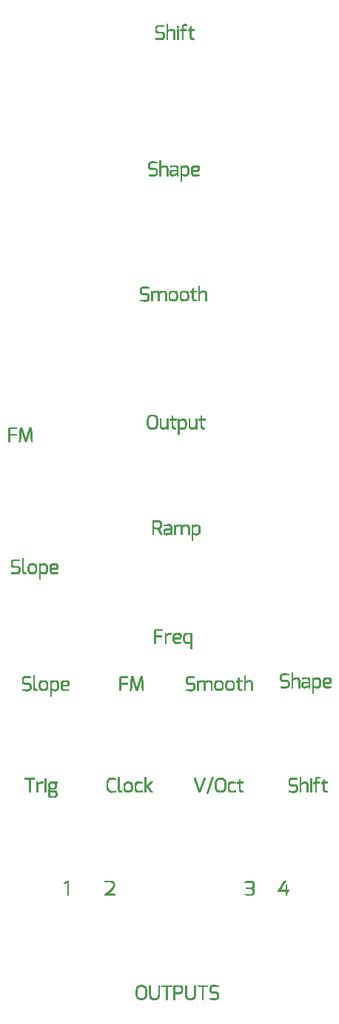
<source format=gto>
G04 DipTrace 3.3.0.0*
G04 uTides_PCBpanel.GTO*
%MOIN*%
G04 #@! TF.FileFunction,Legend,Top*
G04 #@! TF.Part,Single*
%ADD12C,0.001*%
%FSLAX26Y26*%
G04*
G70*
G90*
G75*
G01*
G04 TopSilk*
%LPD*%
X1152253Y5162638D2*
D12*
X1157253D1*
X1228253D2*
X1238253D1*
X1152253Y5161638D2*
X1157253D1*
X1226796D2*
X1240903D1*
X1152253Y5160638D2*
X1157253D1*
X1225544D2*
X1242947D1*
X1152253Y5159638D2*
X1157253D1*
X1224530D2*
X1243751D1*
X1113253Y5158638D2*
X1125253D1*
X1152253D2*
X1157253D1*
X1223744D2*
X1244042D1*
X1110376Y5157638D2*
X1132847D1*
X1152253D2*
X1157253D1*
X1223140D2*
X1244253D1*
X1108004Y5156638D2*
X1140253D1*
X1152253D2*
X1157253D1*
X1222711D2*
X1230291D1*
X1106247Y5155638D2*
X1140253D1*
X1152253D2*
X1157253D1*
X1222463D2*
X1229423D1*
X1105024Y5154638D2*
X1140253D1*
X1152253D2*
X1157253D1*
X1199253D2*
X1206253D1*
X1222341D2*
X1228702D1*
X1104104Y5153638D2*
X1140253D1*
X1152253D2*
X1157253D1*
X1199253D2*
X1206253D1*
X1222287D2*
X1228125D1*
X1258253D2*
X1262253D1*
X1103351Y5152638D2*
X1140253D1*
X1152253D2*
X1157253D1*
X1199253D2*
X1206253D1*
X1222266D2*
X1227706D1*
X1258253D2*
X1262253D1*
X1102779Y5151638D2*
X1110257D1*
X1152253D2*
X1157253D1*
X1199253D2*
X1206253D1*
X1222258D2*
X1227461D1*
X1258253D2*
X1262253D1*
X1102344Y5150638D2*
X1109296D1*
X1152253D2*
X1157253D1*
X1199257D2*
X1206249D1*
X1222255D2*
X1227340D1*
X1258249D2*
X1262253D1*
X1101954Y5149638D2*
X1108463D1*
X1152253D2*
X1157253D1*
X1199295D2*
X1206211D1*
X1222254D2*
X1227287D1*
X1258214D2*
X1262253D1*
X1101632Y5148638D2*
X1107869D1*
X1152253D2*
X1157253D1*
X1199450D2*
X1206057D1*
X1222253D2*
X1227266D1*
X1258087D2*
X1262253D1*
X1101432Y5147638D2*
X1107531D1*
X1152253D2*
X1157253D1*
X1199792D2*
X1205715D1*
X1222253D2*
X1227258D1*
X1257847D2*
X1262253D1*
X1101329Y5146638D2*
X1107368D1*
X1152253D2*
X1157253D1*
X1200253D2*
X1205253D1*
X1222253D2*
X1227255D1*
X1257591D2*
X1262253D1*
X1101283Y5145638D2*
X1107298D1*
X1152253D2*
X1157253D1*
X1222253D2*
X1227254D1*
X1257416D2*
X1262253D1*
X1101264Y5144638D2*
X1107269D1*
X1152253D2*
X1157253D1*
X1222245D2*
X1227253D1*
X1257316D2*
X1262253D1*
X1101257Y5143638D2*
X1107259D1*
X1152253D2*
X1157253D1*
X1222152D2*
X1227253D1*
X1257180D2*
X1262253D1*
X1101255Y5142638D2*
X1107255D1*
X1152253D2*
X1157253D1*
X1221917D2*
X1227253D1*
X1256923D2*
X1262253D1*
X1101254Y5141638D2*
X1107254D1*
X1152253D2*
X1157253D1*
X1174253D2*
X1175253D1*
X1220462D2*
X1227253D1*
X1255465D2*
X1262253D1*
X1101253Y5140638D2*
X1107253D1*
X1152253D2*
X1157253D1*
X1170407D2*
X1178596D1*
X1200253D2*
X1205253D1*
X1218341D2*
X1240253D1*
X1253342D2*
X1276253D1*
X1101253Y5139638D2*
X1107253D1*
X1152253D2*
X1157261D1*
X1167250D2*
X1181287D1*
X1200253D2*
X1205253D1*
X1216203D2*
X1240253D1*
X1251203D2*
X1276253D1*
X1101253Y5138638D2*
X1107253D1*
X1152253D2*
X1157337D1*
X1164593D2*
X1183281D1*
X1200253D2*
X1205253D1*
X1214460D2*
X1240253D1*
X1249460D2*
X1276253D1*
X1101253Y5137638D2*
X1107253D1*
X1152253D2*
X1157519D1*
X1162025D2*
X1184681D1*
X1200253D2*
X1205253D1*
X1213724D2*
X1240253D1*
X1248724D2*
X1276253D1*
X1101253Y5136638D2*
X1107253D1*
X1152253D2*
X1158298D1*
X1159234D2*
X1185648D1*
X1200253D2*
X1205253D1*
X1213470D2*
X1240253D1*
X1248470D2*
X1276253D1*
X1101257Y5135638D2*
X1107257D1*
X1152253D2*
X1186360D1*
X1200253D2*
X1205253D1*
X1213341D2*
X1240253D1*
X1248341D2*
X1276253D1*
X1101292Y5134638D2*
X1107296D1*
X1152253D2*
X1169608D1*
X1178057D2*
X1186946D1*
X1200253D2*
X1205253D1*
X1213284D2*
X1240253D1*
X1248284D2*
X1276253D1*
X1101420Y5133638D2*
X1107467D1*
X1152253D2*
X1166314D1*
X1179638D2*
X1187448D1*
X1200253D2*
X1205253D1*
X1222253D2*
X1227253D1*
X1257253D2*
X1262253D1*
X1101663Y5132638D2*
X1107790D1*
X1152253D2*
X1163448D1*
X1180934D2*
X1187866D1*
X1200253D2*
X1205253D1*
X1222253D2*
X1227253D1*
X1257253D2*
X1262253D1*
X1101955Y5131638D2*
X1108710D1*
X1152253D2*
X1161072D1*
X1181929D2*
X1188222D1*
X1200253D2*
X1205253D1*
X1222253D2*
X1227253D1*
X1257253D2*
X1262253D1*
X1102260Y5130638D2*
X1109972D1*
X1152253D2*
X1159330D1*
X1182705D2*
X1188576D1*
X1200253D2*
X1205253D1*
X1222253D2*
X1227253D1*
X1257253D2*
X1262253D1*
X1102632Y5129638D2*
X1111544D1*
X1152253D2*
X1158052D1*
X1182987D2*
X1188883D1*
X1200253D2*
X1205253D1*
X1222253D2*
X1227253D1*
X1257253D2*
X1262253D1*
X1103097Y5128638D2*
X1132253D1*
X1152253D2*
X1157636D1*
X1183140D2*
X1189078D1*
X1200253D2*
X1205253D1*
X1222253D2*
X1227253D1*
X1257253D2*
X1262253D1*
X1103699Y5127638D2*
X1134518D1*
X1152253D2*
X1157414D1*
X1183209D2*
X1189179D1*
X1200253D2*
X1205253D1*
X1222253D2*
X1227253D1*
X1257253D2*
X1262253D1*
X1104512Y5126638D2*
X1136386D1*
X1152253D2*
X1157316D1*
X1183237D2*
X1189224D1*
X1200253D2*
X1205253D1*
X1222253D2*
X1227253D1*
X1257253D2*
X1262253D1*
X1105674Y5125638D2*
X1137832D1*
X1152253D2*
X1157276D1*
X1183248D2*
X1189242D1*
X1200253D2*
X1205253D1*
X1222253D2*
X1227253D1*
X1257253D2*
X1262253D1*
X1107488Y5124638D2*
X1138927D1*
X1152253D2*
X1157261D1*
X1183251D2*
X1189249D1*
X1200253D2*
X1205253D1*
X1222253D2*
X1227253D1*
X1257253D2*
X1262253D1*
X1110131Y5123638D2*
X1139745D1*
X1152253D2*
X1157256D1*
X1183253D2*
X1189252D1*
X1200253D2*
X1205253D1*
X1222253D2*
X1227253D1*
X1257253D2*
X1262253D1*
X1113253Y5122638D2*
X1140360D1*
X1152253D2*
X1157254D1*
X1183253D2*
X1189253D1*
X1200253D2*
X1205253D1*
X1222253D2*
X1227253D1*
X1257253D2*
X1262253D1*
X1133215Y5121638D2*
X1140797D1*
X1152253D2*
X1157254D1*
X1183253D2*
X1189253D1*
X1200253D2*
X1205253D1*
X1222253D2*
X1227253D1*
X1257253D2*
X1262253D1*
X1134083Y5120638D2*
X1141082D1*
X1152253D2*
X1157253D1*
X1183253D2*
X1189253D1*
X1200253D2*
X1205253D1*
X1222253D2*
X1227253D1*
X1257253D2*
X1262253D1*
X1134804Y5119638D2*
X1141332D1*
X1152253D2*
X1157253D1*
X1183253D2*
X1189253D1*
X1200253D2*
X1205253D1*
X1222253D2*
X1227253D1*
X1257253D2*
X1262253D1*
X1135381Y5118638D2*
X1141625D1*
X1152253D2*
X1157253D1*
X1183253D2*
X1189253D1*
X1200253D2*
X1205253D1*
X1222253D2*
X1227253D1*
X1257253D2*
X1262253D1*
X1135801Y5117638D2*
X1141903D1*
X1152253D2*
X1157253D1*
X1183253D2*
X1189253D1*
X1200253D2*
X1205253D1*
X1222253D2*
X1227253D1*
X1257253D2*
X1262253D1*
X1136046Y5116638D2*
X1142086D1*
X1152253D2*
X1157253D1*
X1183253D2*
X1189253D1*
X1200253D2*
X1205253D1*
X1222253D2*
X1227253D1*
X1257253D2*
X1262253D1*
X1136167Y5115638D2*
X1142181D1*
X1152253D2*
X1157253D1*
X1183253D2*
X1189253D1*
X1200253D2*
X1205253D1*
X1222253D2*
X1227253D1*
X1257253D2*
X1262253D1*
X1136220Y5114638D2*
X1142225D1*
X1152253D2*
X1157253D1*
X1183253D2*
X1189253D1*
X1200253D2*
X1205253D1*
X1222253D2*
X1227253D1*
X1257253D2*
X1262253D1*
X1136241Y5113638D2*
X1142243D1*
X1152253D2*
X1157253D1*
X1183253D2*
X1189253D1*
X1200253D2*
X1205253D1*
X1222253D2*
X1227253D1*
X1257253D2*
X1262253D1*
X1136249Y5112638D2*
X1142249D1*
X1152253D2*
X1157253D1*
X1183253D2*
X1189253D1*
X1200253D2*
X1205253D1*
X1222253D2*
X1227253D1*
X1257253D2*
X1262253D1*
X1136252Y5111638D2*
X1142252D1*
X1152253D2*
X1157253D1*
X1183253D2*
X1189253D1*
X1200253D2*
X1205253D1*
X1222253D2*
X1227253D1*
X1257253D2*
X1262257D1*
X1136253Y5110638D2*
X1142253D1*
X1152253D2*
X1157253D1*
X1183253D2*
X1189253D1*
X1200253D2*
X1205253D1*
X1222253D2*
X1227253D1*
X1257253D2*
X1262292D1*
X1136253Y5109638D2*
X1142253D1*
X1152253D2*
X1157253D1*
X1183253D2*
X1189253D1*
X1200253D2*
X1205253D1*
X1222253D2*
X1227253D1*
X1257253D2*
X1262420D1*
X1136253Y5108638D2*
X1142253D1*
X1152253D2*
X1157253D1*
X1183253D2*
X1189253D1*
X1200253D2*
X1205253D1*
X1222253D2*
X1227253D1*
X1257253D2*
X1262659D1*
X1136249Y5107638D2*
X1142249D1*
X1152253D2*
X1157253D1*
X1183253D2*
X1189253D1*
X1200253D2*
X1205253D1*
X1222253D2*
X1227253D1*
X1257253D2*
X1262920D1*
X1136210Y5106638D2*
X1142214D1*
X1152253D2*
X1157253D1*
X1183253D2*
X1189253D1*
X1200253D2*
X1205253D1*
X1222253D2*
X1227253D1*
X1257257D2*
X1263129D1*
X1136044Y5105638D2*
X1142087D1*
X1152253D2*
X1157253D1*
X1183253D2*
X1189253D1*
X1200253D2*
X1205253D1*
X1222253D2*
X1227253D1*
X1257292D2*
X1263353D1*
X1135732Y5104638D2*
X1141843D1*
X1152253D2*
X1157253D1*
X1183253D2*
X1189253D1*
X1200253D2*
X1205253D1*
X1222253D2*
X1227253D1*
X1257420D2*
X1263682D1*
X1134915Y5103638D2*
X1141552D1*
X1152253D2*
X1157253D1*
X1183253D2*
X1189253D1*
X1200253D2*
X1205253D1*
X1222253D2*
X1227253D1*
X1257663D2*
X1264204D1*
X1133727Y5102638D2*
X1141246D1*
X1152253D2*
X1157253D1*
X1183253D2*
X1189253D1*
X1200253D2*
X1205253D1*
X1222253D2*
X1227253D1*
X1257955D2*
X1264929D1*
X1131987Y5101638D2*
X1140875D1*
X1152253D2*
X1157253D1*
X1183253D2*
X1189253D1*
X1200253D2*
X1205253D1*
X1222253D2*
X1227253D1*
X1258260D2*
X1266788D1*
X1103253Y5100638D2*
X1105253D1*
X1129736D2*
X1140409D1*
X1152253D2*
X1157253D1*
X1183253D2*
X1189253D1*
X1200253D2*
X1205253D1*
X1222253D2*
X1227253D1*
X1258632D2*
X1269158D1*
X1103253Y5099638D2*
X1139811D1*
X1152253D2*
X1157253D1*
X1183253D2*
X1189253D1*
X1200253D2*
X1205253D1*
X1222253D2*
X1227253D1*
X1259101D2*
X1271547D1*
X1103253Y5098638D2*
X1139042D1*
X1152253D2*
X1157253D1*
X1183253D2*
X1189253D1*
X1200253D2*
X1205253D1*
X1222253D2*
X1227253D1*
X1259738D2*
X1273617D1*
X1103253Y5097638D2*
X1138074D1*
X1152253D2*
X1157253D1*
X1183253D2*
X1189253D1*
X1200253D2*
X1205253D1*
X1222253D2*
X1227253D1*
X1260666D2*
X1274594D1*
X1103253Y5096638D2*
X1136718D1*
X1152253D2*
X1157253D1*
X1183253D2*
X1189253D1*
X1200253D2*
X1205253D1*
X1222253D2*
X1227253D1*
X1261950D2*
X1274947D1*
X1103253Y5095638D2*
X1134625D1*
X1152253D2*
X1157253D1*
X1183253D2*
X1189253D1*
X1200253D2*
X1205253D1*
X1222253D2*
X1227253D1*
X1263536D2*
X1275136D1*
X1111660Y5094638D2*
X1131670D1*
X1152253D2*
X1157253D1*
X1183253D2*
X1189253D1*
X1200253D2*
X1205253D1*
X1222253D2*
X1227253D1*
X1265253D2*
X1275253D1*
X1120253Y5093638D2*
X1128253D1*
X1031748Y846000D2*
X1044748D1*
X1357748D2*
X1369748D1*
X1028405Y845000D2*
X1048091D1*
X1073748D2*
X1079748D1*
X1114748D2*
X1120748D1*
X1130748D2*
X1174748D1*
X1183748D2*
X1214748D1*
X1235748D2*
X1241748D1*
X1276748D2*
X1282748D1*
X1292748D2*
X1336748D1*
X1354871D2*
X1377342D1*
X1025711Y844000D2*
X1050785D1*
X1073748D2*
X1079748D1*
X1114748D2*
X1120748D1*
X1130748D2*
X1174748D1*
X1183748D2*
X1216551D1*
X1235748D2*
X1241748D1*
X1276748D2*
X1282748D1*
X1292748D2*
X1336748D1*
X1352499D2*
X1384748D1*
X1023681Y843000D2*
X1052815D1*
X1073748D2*
X1079748D1*
X1114748D2*
X1120748D1*
X1130748D2*
X1174748D1*
X1183748D2*
X1218132D1*
X1235748D2*
X1241748D1*
X1276748D2*
X1282748D1*
X1292748D2*
X1336748D1*
X1350742D2*
X1384748D1*
X1022154Y842000D2*
X1054346D1*
X1073748D2*
X1079748D1*
X1114748D2*
X1120748D1*
X1130748D2*
X1174748D1*
X1183748D2*
X1219432D1*
X1235748D2*
X1241748D1*
X1276748D2*
X1282748D1*
X1292748D2*
X1336748D1*
X1349519D2*
X1384748D1*
X1020948Y841000D2*
X1055584D1*
X1073748D2*
X1079748D1*
X1114748D2*
X1120748D1*
X1130748D2*
X1174748D1*
X1183748D2*
X1220463D1*
X1235748D2*
X1241748D1*
X1276748D2*
X1282748D1*
X1292748D2*
X1336748D1*
X1348599D2*
X1384748D1*
X1019979Y840000D2*
X1056649D1*
X1073748D2*
X1079748D1*
X1114748D2*
X1120748D1*
X1130748D2*
X1174748D1*
X1183748D2*
X1221255D1*
X1235748D2*
X1241748D1*
X1276748D2*
X1282748D1*
X1292748D2*
X1336748D1*
X1347845D2*
X1384748D1*
X1019215Y839000D2*
X1028790D1*
X1047355D2*
X1057556D1*
X1073748D2*
X1079748D1*
X1114748D2*
X1120748D1*
X1149748D2*
X1155748D1*
X1183748D2*
X1188748D1*
X1212548D2*
X1221864D1*
X1235748D2*
X1241748D1*
X1276748D2*
X1282748D1*
X1311748D2*
X1317748D1*
X1347274D2*
X1354752D1*
X1018588Y838000D2*
X1026961D1*
X1049521D2*
X1058292D1*
X1073748D2*
X1079748D1*
X1114748D2*
X1120748D1*
X1149748D2*
X1155748D1*
X1183748D2*
X1188748D1*
X1214097D2*
X1222329D1*
X1235748D2*
X1241748D1*
X1276748D2*
X1282748D1*
X1311748D2*
X1317748D1*
X1346838D2*
X1353791D1*
X1018032Y837000D2*
X1025403D1*
X1051155D2*
X1058878D1*
X1073748D2*
X1079748D1*
X1114748D2*
X1120748D1*
X1149748D2*
X1155748D1*
X1183748D2*
X1188748D1*
X1215301D2*
X1222705D1*
X1235748D2*
X1241748D1*
X1276748D2*
X1282748D1*
X1311748D2*
X1317748D1*
X1346449D2*
X1352958D1*
X1017511Y836000D2*
X1024196D1*
X1052349D2*
X1059334D1*
X1073748D2*
X1079748D1*
X1114748D2*
X1120748D1*
X1149748D2*
X1155748D1*
X1183748D2*
X1188748D1*
X1216185D2*
X1223067D1*
X1235748D2*
X1241748D1*
X1276748D2*
X1282748D1*
X1311748D2*
X1317748D1*
X1346127D2*
X1352364D1*
X1017006Y835000D2*
X1023308D1*
X1053215D2*
X1059707D1*
X1073748D2*
X1079748D1*
X1114748D2*
X1120748D1*
X1149748D2*
X1155748D1*
X1183748D2*
X1188748D1*
X1216836D2*
X1223377D1*
X1235748D2*
X1241748D1*
X1276748D2*
X1282748D1*
X1311748D2*
X1317748D1*
X1345926D2*
X1352026D1*
X1016535Y834000D2*
X1022625D1*
X1053883D2*
X1060067D1*
X1073748D2*
X1079748D1*
X1114748D2*
X1120748D1*
X1149748D2*
X1155748D1*
X1183748D2*
X1188748D1*
X1217319D2*
X1223576D1*
X1235748D2*
X1241748D1*
X1276748D2*
X1282748D1*
X1311748D2*
X1317748D1*
X1345824D2*
X1351863D1*
X1016129Y833000D2*
X1022050D1*
X1054451D2*
X1060381D1*
X1073748D2*
X1079748D1*
X1114748D2*
X1120748D1*
X1149748D2*
X1155748D1*
X1183748D2*
X1188748D1*
X1217701D2*
X1223712D1*
X1235748D2*
X1241748D1*
X1276748D2*
X1282748D1*
X1311748D2*
X1317748D1*
X1345778D2*
X1351792D1*
X1015777Y832000D2*
X1021555D1*
X1054943D2*
X1060611D1*
X1073748D2*
X1079748D1*
X1114748D2*
X1120748D1*
X1149748D2*
X1155748D1*
X1183748D2*
X1188748D1*
X1218065D2*
X1223885D1*
X1235748D2*
X1241748D1*
X1276748D2*
X1282748D1*
X1311748D2*
X1317748D1*
X1345759D2*
X1351764D1*
X1015424Y831000D2*
X1021174D1*
X1055323D2*
X1060840D1*
X1073748D2*
X1079748D1*
X1114748D2*
X1120748D1*
X1149748D2*
X1155748D1*
X1183748D2*
X1188748D1*
X1218376D2*
X1224143D1*
X1235748D2*
X1241748D1*
X1276748D2*
X1282748D1*
X1311748D2*
X1317748D1*
X1345752D2*
X1351754D1*
X1015118Y830000D2*
X1020942D1*
X1055555D2*
X1061124D1*
X1073748D2*
X1079748D1*
X1114748D2*
X1120748D1*
X1149748D2*
X1155748D1*
X1183748D2*
X1188748D1*
X1218572D2*
X1224407D1*
X1235748D2*
X1241748D1*
X1276748D2*
X1282748D1*
X1311748D2*
X1317748D1*
X1345749D2*
X1351750D1*
X1014923Y829000D2*
X1020792D1*
X1055704D2*
X1061399D1*
X1073748D2*
X1079748D1*
X1114748D2*
X1120748D1*
X1149748D2*
X1155748D1*
X1183748D2*
X1188748D1*
X1218673D2*
X1224583D1*
X1235748D2*
X1241748D1*
X1276748D2*
X1282748D1*
X1311748D2*
X1317748D1*
X1345748D2*
X1351749D1*
X1014819Y828000D2*
X1020614D1*
X1055882D2*
X1061581D1*
X1073748D2*
X1079748D1*
X1114748D2*
X1120748D1*
X1149748D2*
X1155748D1*
X1183748D2*
X1188748D1*
X1218718D2*
X1224673D1*
X1235748D2*
X1241748D1*
X1276748D2*
X1282748D1*
X1311748D2*
X1317748D1*
X1345748D2*
X1351748D1*
X1014738Y827000D2*
X1020354D1*
X1056142D2*
X1061680D1*
X1073748D2*
X1079748D1*
X1114748D2*
X1120748D1*
X1149748D2*
X1155748D1*
X1183748D2*
X1188748D1*
X1218737D2*
X1224681D1*
X1235748D2*
X1241748D1*
X1276748D2*
X1282748D1*
X1311748D2*
X1317748D1*
X1345748D2*
X1351748D1*
X1014593Y826000D2*
X1020090D1*
X1056406D2*
X1061759D1*
X1073748D2*
X1079748D1*
X1114748D2*
X1120748D1*
X1149748D2*
X1155748D1*
X1183748D2*
X1188748D1*
X1218740D2*
X1224571D1*
X1235748D2*
X1241748D1*
X1276748D2*
X1282748D1*
X1311748D2*
X1317748D1*
X1345748D2*
X1351748D1*
X1014346Y825000D2*
X1019913D1*
X1056583D2*
X1061904D1*
X1073748D2*
X1079748D1*
X1114748D2*
X1120748D1*
X1149748D2*
X1155748D1*
X1183748D2*
X1188748D1*
X1218708D2*
X1224338D1*
X1235748D2*
X1241748D1*
X1276748D2*
X1282748D1*
X1311748D2*
X1317748D1*
X1345748D2*
X1351748D1*
X1014087Y824000D2*
X1019819D1*
X1056677D2*
X1062150D1*
X1073748D2*
X1079748D1*
X1114748D2*
X1120748D1*
X1149748D2*
X1155748D1*
X1183748D2*
X1188748D1*
X1218581D2*
X1224084D1*
X1235748D2*
X1241748D1*
X1276748D2*
X1282748D1*
X1311748D2*
X1317748D1*
X1345748D2*
X1351748D1*
X1013912Y823000D2*
X1019776D1*
X1056720D2*
X1062409D1*
X1073748D2*
X1079748D1*
X1114748D2*
X1120748D1*
X1149748D2*
X1155748D1*
X1183748D2*
X1188748D1*
X1218342D2*
X1223911D1*
X1235748D2*
X1241748D1*
X1276748D2*
X1282748D1*
X1311748D2*
X1317748D1*
X1345752D2*
X1351752D1*
X1013819Y822000D2*
X1019759D1*
X1056737D2*
X1062584D1*
X1073748D2*
X1079748D1*
X1114748D2*
X1120748D1*
X1149748D2*
X1155748D1*
X1183748D2*
X1188748D1*
X1218082D2*
X1223818D1*
X1235748D2*
X1241748D1*
X1276748D2*
X1282748D1*
X1311748D2*
X1317748D1*
X1345787D2*
X1351791D1*
X1013776Y821000D2*
X1019752D1*
X1056744D2*
X1062677D1*
X1073748D2*
X1079748D1*
X1114748D2*
X1120748D1*
X1149748D2*
X1155748D1*
X1183748D2*
X1188748D1*
X1217872D2*
X1223772D1*
X1235748D2*
X1241748D1*
X1276748D2*
X1282748D1*
X1311748D2*
X1317748D1*
X1345915D2*
X1351961D1*
X1013759Y820000D2*
X1019749D1*
X1056747D2*
X1062720D1*
X1073748D2*
X1079748D1*
X1114748D2*
X1120748D1*
X1149748D2*
X1155748D1*
X1183748D2*
X1188748D1*
X1217648D2*
X1223719D1*
X1235748D2*
X1241748D1*
X1276748D2*
X1282748D1*
X1311748D2*
X1317748D1*
X1346158D2*
X1352285D1*
X1013752Y819000D2*
X1019748D1*
X1056748D2*
X1062738D1*
X1073748D2*
X1079748D1*
X1114748D2*
X1120748D1*
X1149748D2*
X1155748D1*
X1183748D2*
X1188748D1*
X1217323D2*
X1223585D1*
X1235748D2*
X1241748D1*
X1276748D2*
X1282748D1*
X1311748D2*
X1317748D1*
X1346449D2*
X1353205D1*
X1013749Y818000D2*
X1019748D1*
X1056748D2*
X1062744D1*
X1073748D2*
X1079748D1*
X1114748D2*
X1120748D1*
X1149748D2*
X1155748D1*
X1183748D2*
X1188748D1*
X1216844D2*
X1223339D1*
X1235748D2*
X1241748D1*
X1276748D2*
X1282748D1*
X1311748D2*
X1317748D1*
X1346755D2*
X1354467D1*
X1013748Y817000D2*
X1019748D1*
X1056748D2*
X1062747D1*
X1073748D2*
X1079748D1*
X1114748D2*
X1120748D1*
X1149748D2*
X1155748D1*
X1183748D2*
X1188748D1*
X1216090D2*
X1223043D1*
X1235748D2*
X1241748D1*
X1276748D2*
X1282748D1*
X1311748D2*
X1317748D1*
X1347127D2*
X1356039D1*
X1013748Y816000D2*
X1019748D1*
X1056748D2*
X1062748D1*
X1073748D2*
X1079748D1*
X1114748D2*
X1120748D1*
X1149748D2*
X1155748D1*
X1183748D2*
X1188748D1*
X1214931D2*
X1222706D1*
X1235748D2*
X1241748D1*
X1276748D2*
X1282748D1*
X1311748D2*
X1317748D1*
X1347592D2*
X1376748D1*
X1013748Y815000D2*
X1019748D1*
X1056748D2*
X1062748D1*
X1073748D2*
X1079748D1*
X1114748D2*
X1120748D1*
X1149748D2*
X1155748D1*
X1183748D2*
X1188748D1*
X1213418D2*
X1222242D1*
X1235748D2*
X1241748D1*
X1276748D2*
X1282748D1*
X1311748D2*
X1317748D1*
X1348194D2*
X1379013D1*
X1013748Y814000D2*
X1019748D1*
X1056748D2*
X1062748D1*
X1073748D2*
X1079748D1*
X1114748D2*
X1120748D1*
X1149748D2*
X1155748D1*
X1183748D2*
X1221665D1*
X1235748D2*
X1241748D1*
X1276748D2*
X1282748D1*
X1311748D2*
X1317748D1*
X1349006D2*
X1380881D1*
X1013748Y813000D2*
X1019748D1*
X1056748D2*
X1062748D1*
X1073748D2*
X1079748D1*
X1114748D2*
X1120748D1*
X1149748D2*
X1155748D1*
X1183748D2*
X1221046D1*
X1235748D2*
X1241748D1*
X1276748D2*
X1282748D1*
X1311748D2*
X1317748D1*
X1350169D2*
X1382326D1*
X1013748Y812000D2*
X1019748D1*
X1056748D2*
X1062748D1*
X1073748D2*
X1079748D1*
X1114748D2*
X1120748D1*
X1149748D2*
X1155748D1*
X1183748D2*
X1220323D1*
X1235748D2*
X1241748D1*
X1276748D2*
X1282748D1*
X1311748D2*
X1317748D1*
X1351983D2*
X1383422D1*
X1013748Y811000D2*
X1019748D1*
X1056748D2*
X1062748D1*
X1073748D2*
X1079748D1*
X1114748D2*
X1120748D1*
X1149748D2*
X1155748D1*
X1183748D2*
X1219319D1*
X1235748D2*
X1241748D1*
X1276748D2*
X1282748D1*
X1311748D2*
X1317748D1*
X1354626D2*
X1384240D1*
X1013748Y810000D2*
X1019748D1*
X1056748D2*
X1062748D1*
X1073748D2*
X1079748D1*
X1114748D2*
X1120748D1*
X1149748D2*
X1155748D1*
X1183748D2*
X1217864D1*
X1235748D2*
X1241748D1*
X1276748D2*
X1282748D1*
X1311748D2*
X1317748D1*
X1357748D2*
X1384855D1*
X1013748Y809000D2*
X1019748D1*
X1056748D2*
X1062748D1*
X1073748D2*
X1079748D1*
X1114748D2*
X1120748D1*
X1149748D2*
X1155748D1*
X1183748D2*
X1188748D1*
X1194217D2*
X1215931D1*
X1235748D2*
X1241748D1*
X1276748D2*
X1282748D1*
X1311748D2*
X1317748D1*
X1377710D2*
X1385292D1*
X1013748Y808000D2*
X1019748D1*
X1056748D2*
X1062748D1*
X1073748D2*
X1079748D1*
X1114748D2*
X1120748D1*
X1149748D2*
X1155748D1*
X1183748D2*
X1188748D1*
X1204748D2*
X1213748D1*
X1235748D2*
X1241748D1*
X1276748D2*
X1282748D1*
X1311748D2*
X1317748D1*
X1378578D2*
X1385577D1*
X1013748Y807000D2*
X1019748D1*
X1056748D2*
X1062744D1*
X1073752D2*
X1079748D1*
X1114748D2*
X1120744D1*
X1149748D2*
X1155748D1*
X1183748D2*
X1188748D1*
X1235752D2*
X1241748D1*
X1276748D2*
X1282744D1*
X1311748D2*
X1317748D1*
X1379299D2*
X1385827D1*
X1013752Y806000D2*
X1019748D1*
X1056748D2*
X1062709D1*
X1073787D2*
X1079748D1*
X1114748D2*
X1120709D1*
X1149748D2*
X1155748D1*
X1183748D2*
X1188748D1*
X1235787D2*
X1241748D1*
X1276748D2*
X1282709D1*
X1311748D2*
X1317748D1*
X1379876D2*
X1386120D1*
X1013787Y805000D2*
X1019748D1*
X1056744D2*
X1062582D1*
X1073915D2*
X1079748D1*
X1114744D2*
X1120582D1*
X1149748D2*
X1155748D1*
X1183748D2*
X1188748D1*
X1235915D2*
X1241748D1*
X1276744D2*
X1282582D1*
X1311748D2*
X1317748D1*
X1380296D2*
X1386398D1*
X1013915Y804000D2*
X1019748D1*
X1056709D2*
X1062342D1*
X1074154D2*
X1079752D1*
X1114709D2*
X1120342D1*
X1149748D2*
X1155748D1*
X1183748D2*
X1188748D1*
X1236154D2*
X1241752D1*
X1276709D2*
X1282342D1*
X1311748D2*
X1317748D1*
X1380541D2*
X1386580D1*
X1014154Y803000D2*
X1019752D1*
X1056582D2*
X1062086D1*
X1074410D2*
X1079787D1*
X1114582D2*
X1120086D1*
X1149748D2*
X1155748D1*
X1183748D2*
X1188748D1*
X1236410D2*
X1241787D1*
X1276582D2*
X1282086D1*
X1311748D2*
X1317748D1*
X1380661D2*
X1386676D1*
X1014410Y802000D2*
X1019787D1*
X1056342D2*
X1061911D1*
X1074585D2*
X1079915D1*
X1114342D2*
X1119911D1*
X1149748D2*
X1155748D1*
X1183748D2*
X1188748D1*
X1236585D2*
X1241915D1*
X1276342D2*
X1281911D1*
X1311748D2*
X1317748D1*
X1380714D2*
X1386719D1*
X1014585Y801000D2*
X1019915D1*
X1056086D2*
X1061815D1*
X1074678D2*
X1080154D1*
X1114086D2*
X1119818D1*
X1149748D2*
X1155748D1*
X1183748D2*
X1188748D1*
X1236678D2*
X1242154D1*
X1276086D2*
X1281818D1*
X1311748D2*
X1317748D1*
X1380736D2*
X1386737D1*
X1014681Y800000D2*
X1020154D1*
X1055907D2*
X1061737D1*
X1074724D2*
X1080410D1*
X1113907D2*
X1119772D1*
X1149748D2*
X1155748D1*
X1183748D2*
X1188748D1*
X1236724D2*
X1242410D1*
X1275907D2*
X1281772D1*
X1311748D2*
X1317748D1*
X1380744D2*
X1386744D1*
X1014759Y799000D2*
X1020414D1*
X1055779D2*
X1061592D1*
X1074777D2*
X1080589D1*
X1113779D2*
X1119719D1*
X1149748D2*
X1155748D1*
X1183748D2*
X1188748D1*
X1236777D2*
X1242589D1*
X1275779D2*
X1281719D1*
X1311748D2*
X1317748D1*
X1380747D2*
X1386747D1*
X1014904Y798000D2*
X1020624D1*
X1055606D2*
X1061346D1*
X1074911D2*
X1080717D1*
X1113606D2*
X1119585D1*
X1149748D2*
X1155748D1*
X1183748D2*
X1188748D1*
X1236911D2*
X1242717D1*
X1275606D2*
X1281585D1*
X1311748D2*
X1317748D1*
X1380748D2*
X1386748D1*
X1015150Y797000D2*
X1020848D1*
X1055313D2*
X1061083D1*
X1075153D2*
X1080890D1*
X1113313D2*
X1119339D1*
X1149748D2*
X1155748D1*
X1183748D2*
X1188748D1*
X1237153D2*
X1242890D1*
X1275313D2*
X1281339D1*
X1311748D2*
X1317748D1*
X1380748D2*
X1386748D1*
X1015413Y796000D2*
X1021169D1*
X1054919D2*
X1060873D1*
X1075414D2*
X1081183D1*
X1112919D2*
X1119047D1*
X1149748D2*
X1155748D1*
X1183748D2*
X1188748D1*
X1237414D2*
X1243183D1*
X1274919D2*
X1281047D1*
X1311748D2*
X1317748D1*
X1380748D2*
X1386748D1*
X1015623Y795000D2*
X1021609D1*
X1054464D2*
X1060648D1*
X1075624D2*
X1081577D1*
X1112464D2*
X1118745D1*
X1149748D2*
X1155748D1*
X1183748D2*
X1188748D1*
X1237624D2*
X1243577D1*
X1274464D2*
X1280745D1*
X1311748D2*
X1317748D1*
X1380744D2*
X1386744D1*
X1015848Y794000D2*
X1022197D1*
X1053947D2*
X1060331D1*
X1075844D2*
X1082033D1*
X1111947D2*
X1118409D1*
X1149748D2*
X1155748D1*
X1183748D2*
X1188748D1*
X1237844D2*
X1244033D1*
X1273947D2*
X1280409D1*
X1311748D2*
X1317748D1*
X1380705D2*
X1386709D1*
X1016165Y793000D2*
X1022958D1*
X1053320D2*
X1059926D1*
X1076130D2*
X1082549D1*
X1111324D2*
X1118075D1*
X1149748D2*
X1155748D1*
X1183748D2*
X1188748D1*
X1238130D2*
X1244549D1*
X1273324D2*
X1280075D1*
X1311748D2*
X1317748D1*
X1380539D2*
X1386582D1*
X1016570Y792000D2*
X1023885D1*
X1052500D2*
X1059470D1*
X1076439D2*
X1083184D1*
X1110543D2*
X1117751D1*
X1149748D2*
X1155748D1*
X1183748D2*
X1188748D1*
X1238439D2*
X1245184D1*
X1272543D2*
X1279751D1*
X1311748D2*
X1317748D1*
X1380227D2*
X1386338D1*
X1017030Y791000D2*
X1025077D1*
X1051370D2*
X1058987D1*
X1076751D2*
X1084074D1*
X1109579D2*
X1117373D1*
X1149748D2*
X1155748D1*
X1183748D2*
X1188748D1*
X1238751D2*
X1246074D1*
X1271579D2*
X1279373D1*
X1311748D2*
X1317748D1*
X1379410D2*
X1386047D1*
X1017548Y790000D2*
X1026794D1*
X1049682D2*
X1058491D1*
X1077125D2*
X1085459D1*
X1108297D2*
X1116905D1*
X1149748D2*
X1155748D1*
X1183748D2*
X1188748D1*
X1239125D2*
X1247459D1*
X1270297D2*
X1278905D1*
X1311748D2*
X1317748D1*
X1378221D2*
X1385741D1*
X1018172Y789000D2*
X1029253D1*
X1047236D2*
X1057957D1*
X1077591D2*
X1087615D1*
X1106513D2*
X1116307D1*
X1149748D2*
X1155748D1*
X1183748D2*
X1188748D1*
X1239591D2*
X1249615D1*
X1268513D2*
X1278307D1*
X1311748D2*
X1317748D1*
X1376482D2*
X1385370D1*
X1018945Y788000D2*
X1032358D1*
X1044136D2*
X1057324D1*
X1078190D2*
X1090513D1*
X1104242D2*
X1115545D1*
X1149748D2*
X1155748D1*
X1183748D2*
X1188748D1*
X1240190D2*
X1252513D1*
X1266242D2*
X1277545D1*
X1311748D2*
X1317748D1*
X1347748D2*
X1349748D1*
X1374231D2*
X1384904D1*
X1019835Y787000D2*
X1056509D1*
X1078956D2*
X1114659D1*
X1149748D2*
X1155748D1*
X1183748D2*
X1188748D1*
X1240956D2*
X1276659D1*
X1311748D2*
X1317748D1*
X1347748D2*
X1384306D1*
X1020831Y786000D2*
X1055452D1*
X1079880D2*
X1113672D1*
X1149748D2*
X1155748D1*
X1183748D2*
X1188748D1*
X1241880D2*
X1275672D1*
X1311748D2*
X1317748D1*
X1347748D2*
X1383537D1*
X1022053Y785000D2*
X1054058D1*
X1081033D2*
X1112527D1*
X1149748D2*
X1155748D1*
X1183748D2*
X1188748D1*
X1243033D2*
X1274527D1*
X1311748D2*
X1317748D1*
X1347748D2*
X1382569D1*
X1023757Y784000D2*
X1052263D1*
X1082569D2*
X1111132D1*
X1149748D2*
X1155748D1*
X1183748D2*
X1188748D1*
X1244569D2*
X1273132D1*
X1311748D2*
X1317748D1*
X1347748D2*
X1381212D1*
X1026077Y783000D2*
X1050100D1*
X1084542D2*
X1109495D1*
X1149748D2*
X1155748D1*
X1183748D2*
X1188748D1*
X1246542D2*
X1271495D1*
X1311748D2*
X1317748D1*
X1347748D2*
X1379119D1*
X1028748Y782000D2*
X1047748D1*
X1086748D2*
X1107748D1*
X1149748D2*
X1155748D1*
X1183748D2*
X1188748D1*
X1248748D2*
X1269748D1*
X1311748D2*
X1317748D1*
X1356154D2*
X1376165D1*
X1364748Y781000D2*
X1372748D1*
X1518495Y1314751D2*
X1533495D1*
X1512818Y1313751D2*
X1536376D1*
X1508795Y1312751D2*
X1538783D1*
X1506010Y1311751D2*
X1540664D1*
X1505063Y1310751D2*
X1542095D1*
X1504732Y1309751D2*
X1543179D1*
X1504495Y1308751D2*
X1543995D1*
X1535298Y1307751D2*
X1544642D1*
X1536879Y1306751D2*
X1545202D1*
X1538175Y1305751D2*
X1545691D1*
X1539171Y1304751D2*
X1546070D1*
X1539947Y1303751D2*
X1546298D1*
X1540229Y1302751D2*
X1546412D1*
X1540381Y1301751D2*
X1546462D1*
X1540450Y1300751D2*
X1546483D1*
X1540478Y1299751D2*
X1546491D1*
X1540489Y1298751D2*
X1546493D1*
X1540493Y1297751D2*
X1546494D1*
X1540494Y1296751D2*
X1546495D1*
X1540495Y1295751D2*
X1546495D1*
X1540495Y1294751D2*
X1546495D1*
X1540491Y1293751D2*
X1546495D1*
X1540456Y1292751D2*
X1546491D1*
X1540324Y1291751D2*
X1546456D1*
X1540042Y1290751D2*
X1546328D1*
X1539576Y1289751D2*
X1546085D1*
X1538953Y1288751D2*
X1545793D1*
X1537504Y1287751D2*
X1545488D1*
X1535530Y1286751D2*
X1545112D1*
X1533109Y1285751D2*
X1544616D1*
X1512495Y1284751D2*
X1543933D1*
X1511572Y1283751D2*
X1543138D1*
X1510888Y1282751D2*
X1542406D1*
X1510679Y1281751D2*
X1542121D1*
X1510565Y1280751D2*
X1542778D1*
X1510495Y1279751D2*
X1543467D1*
X1533252Y1278751D2*
X1544107D1*
X1535635Y1277751D2*
X1544684D1*
X1537432Y1276751D2*
X1545217D1*
X1538654Y1275751D2*
X1545696D1*
X1539464Y1274751D2*
X1546071D1*
X1539982Y1273751D2*
X1546298D1*
X1540265Y1272751D2*
X1546412D1*
X1540401Y1271751D2*
X1546462D1*
X1540458Y1270751D2*
X1546483D1*
X1540481Y1269751D2*
X1546491D1*
X1540490Y1268751D2*
X1546493D1*
X1540493Y1267751D2*
X1546494D1*
X1540494Y1266751D2*
X1546495D1*
X1540495Y1265751D2*
X1546495D1*
X1540495Y1264751D2*
X1546495D1*
X1540491Y1263751D2*
X1546495D1*
X1540456Y1262751D2*
X1546491D1*
X1540320Y1261751D2*
X1546456D1*
X1540003Y1260751D2*
X1546328D1*
X1539533Y1259751D2*
X1546085D1*
X1538457Y1258751D2*
X1545789D1*
X1537019Y1257751D2*
X1545452D1*
X1535311Y1256751D2*
X1544989D1*
X1504495Y1255751D2*
X1544408D1*
X1504548Y1254751D2*
X1543754D1*
X1504678Y1253751D2*
X1542895D1*
X1505520Y1252751D2*
X1541575D1*
X1508668Y1251751D2*
X1539553D1*
X1513555Y1250751D2*
X1536746D1*
X1519495Y1249751D2*
X1533495D1*
X1681497Y1313751D2*
X1688497D1*
X1680656Y1312751D2*
X1687652D1*
X1679939Y1311751D2*
X1686904D1*
X1679325Y1310751D2*
X1686198D1*
X1678744Y1309751D2*
X1685504D1*
X1678128Y1308751D2*
X1684872D1*
X1677473Y1307751D2*
X1684298D1*
X1676826Y1306751D2*
X1683734D1*
X1676167Y1305751D2*
X1683125D1*
X1675489Y1304751D2*
X1682471D1*
X1674833Y1303751D2*
X1681826D1*
X1674169Y1302751D2*
X1681167D1*
X1673494Y1301751D2*
X1680493D1*
X1672868Y1300751D2*
X1679868D1*
X1672297Y1299751D2*
X1679297D1*
X1671733Y1298751D2*
X1678733D1*
X1671124Y1297751D2*
X1678124D1*
X1691497D2*
X1694497D1*
X1670471Y1296751D2*
X1677471D1*
X1691117D2*
X1694497D1*
X1669826Y1295751D2*
X1676826D1*
X1690688D2*
X1694497D1*
X1669167Y1294751D2*
X1676167D1*
X1690223D2*
X1694497D1*
X1668493Y1293751D2*
X1675489D1*
X1689741D2*
X1694497D1*
X1667868Y1292751D2*
X1674833D1*
X1689283D2*
X1694497D1*
X1667297Y1291751D2*
X1674169D1*
X1688916D2*
X1694497D1*
X1666733Y1290751D2*
X1673494D1*
X1688692D2*
X1694497D1*
X1666124Y1289751D2*
X1672868D1*
X1688580D2*
X1694497D1*
X1665471Y1288751D2*
X1672297D1*
X1688530D2*
X1694497D1*
X1664826Y1287751D2*
X1671733D1*
X1688509D2*
X1694497D1*
X1664167Y1286751D2*
X1671124D1*
X1688502D2*
X1694497D1*
X1663489Y1285751D2*
X1670471D1*
X1688499D2*
X1694497D1*
X1662833Y1284751D2*
X1669826D1*
X1688498D2*
X1694497D1*
X1662169Y1283751D2*
X1669167D1*
X1688498D2*
X1694497D1*
X1661494Y1282751D2*
X1668493D1*
X1688497D2*
X1694497D1*
X1660868Y1281751D2*
X1667868D1*
X1688497D2*
X1694497D1*
X1660297Y1280751D2*
X1667297D1*
X1688497D2*
X1694497D1*
X1659733Y1279751D2*
X1666733D1*
X1688497D2*
X1694497D1*
X1659124Y1278751D2*
X1666124D1*
X1688497D2*
X1694497D1*
X1658471Y1277751D2*
X1665475D1*
X1688497D2*
X1694497D1*
X1657826Y1276751D2*
X1664865D1*
X1688497D2*
X1694497D1*
X1657167Y1275751D2*
X1664337D1*
X1688497D2*
X1694497D1*
X1656493Y1274751D2*
X1663935D1*
X1688497D2*
X1694497D1*
X1655868Y1273751D2*
X1663680D1*
X1688497D2*
X1694497D1*
X1655298Y1272751D2*
X1702497D1*
X1654739Y1271751D2*
X1702486D1*
X1654142Y1270751D2*
X1702451D1*
X1653497Y1269751D2*
X1702056D1*
X1654497Y1268751D2*
X1700510D1*
X1655497Y1267751D2*
X1698496D1*
X1656497Y1266751D2*
X1696679D1*
X1688497Y1265751D2*
X1695311D1*
X1688497Y1264751D2*
X1694880D1*
X1688497Y1263751D2*
X1694656D1*
X1688497Y1262751D2*
X1694558D1*
X1688497Y1261751D2*
X1694519D1*
X1688497Y1260751D2*
X1694505D1*
X1688497Y1259751D2*
X1694500D1*
X1688497Y1258751D2*
X1694498D1*
X1688497Y1257751D2*
X1694498D1*
X1688497Y1256751D2*
X1694497D1*
X1688497Y1255751D2*
X1694497D1*
X1688497Y1254751D2*
X1694497D1*
X1688497Y1253751D2*
X1694497D1*
X1688497Y1252751D2*
X1694497D1*
X1688497Y1251751D2*
X1694497D1*
X1688497Y1250751D2*
X1694497D1*
X1752253Y1781388D2*
X1757253D1*
X1828253D2*
X1838253D1*
X1752253Y1780388D2*
X1757253D1*
X1826796D2*
X1840903D1*
X1752253Y1779388D2*
X1757253D1*
X1825544D2*
X1842947D1*
X1752253Y1778388D2*
X1757253D1*
X1824530D2*
X1843751D1*
X1713253Y1777388D2*
X1725253D1*
X1752253D2*
X1757253D1*
X1823744D2*
X1844042D1*
X1710376Y1776388D2*
X1732847D1*
X1752253D2*
X1757253D1*
X1823140D2*
X1844253D1*
X1708004Y1775388D2*
X1740253D1*
X1752253D2*
X1757253D1*
X1822711D2*
X1830291D1*
X1706247Y1774388D2*
X1740253D1*
X1752253D2*
X1757253D1*
X1822463D2*
X1829423D1*
X1705024Y1773388D2*
X1740253D1*
X1752253D2*
X1757253D1*
X1799253D2*
X1806253D1*
X1822341D2*
X1828702D1*
X1704104Y1772388D2*
X1740253D1*
X1752253D2*
X1757253D1*
X1799253D2*
X1806253D1*
X1822287D2*
X1828125D1*
X1858253D2*
X1862253D1*
X1703351Y1771388D2*
X1740253D1*
X1752253D2*
X1757253D1*
X1799253D2*
X1806253D1*
X1822266D2*
X1827706D1*
X1858253D2*
X1862253D1*
X1702779Y1770388D2*
X1710257D1*
X1752253D2*
X1757253D1*
X1799253D2*
X1806253D1*
X1822258D2*
X1827461D1*
X1858253D2*
X1862253D1*
X1702344Y1769388D2*
X1709296D1*
X1752253D2*
X1757253D1*
X1799257D2*
X1806249D1*
X1822255D2*
X1827340D1*
X1858249D2*
X1862253D1*
X1701954Y1768388D2*
X1708463D1*
X1752253D2*
X1757253D1*
X1799295D2*
X1806211D1*
X1822254D2*
X1827287D1*
X1858214D2*
X1862253D1*
X1701632Y1767388D2*
X1707869D1*
X1752253D2*
X1757253D1*
X1799450D2*
X1806057D1*
X1822253D2*
X1827266D1*
X1858087D2*
X1862253D1*
X1701432Y1766388D2*
X1707531D1*
X1752253D2*
X1757253D1*
X1799792D2*
X1805715D1*
X1822253D2*
X1827258D1*
X1857847D2*
X1862253D1*
X1701329Y1765388D2*
X1707368D1*
X1752253D2*
X1757253D1*
X1800253D2*
X1805253D1*
X1822253D2*
X1827255D1*
X1857591D2*
X1862253D1*
X1701283Y1764388D2*
X1707298D1*
X1752253D2*
X1757253D1*
X1822253D2*
X1827254D1*
X1857416D2*
X1862253D1*
X1701264Y1763388D2*
X1707269D1*
X1752253D2*
X1757253D1*
X1822245D2*
X1827253D1*
X1857316D2*
X1862253D1*
X1701257Y1762388D2*
X1707259D1*
X1752253D2*
X1757253D1*
X1822152D2*
X1827253D1*
X1857180D2*
X1862253D1*
X1701255Y1761388D2*
X1707255D1*
X1752253D2*
X1757253D1*
X1821917D2*
X1827253D1*
X1856923D2*
X1862253D1*
X1701254Y1760388D2*
X1707254D1*
X1752253D2*
X1757253D1*
X1774253D2*
X1775253D1*
X1820462D2*
X1827253D1*
X1855465D2*
X1862253D1*
X1701253Y1759388D2*
X1707253D1*
X1752253D2*
X1757253D1*
X1770407D2*
X1778596D1*
X1800253D2*
X1805253D1*
X1818341D2*
X1840253D1*
X1853342D2*
X1876253D1*
X1701253Y1758388D2*
X1707253D1*
X1752253D2*
X1757261D1*
X1767250D2*
X1781287D1*
X1800253D2*
X1805253D1*
X1816203D2*
X1840253D1*
X1851203D2*
X1876253D1*
X1701253Y1757388D2*
X1707253D1*
X1752253D2*
X1757337D1*
X1764593D2*
X1783281D1*
X1800253D2*
X1805253D1*
X1814460D2*
X1840253D1*
X1849460D2*
X1876253D1*
X1701253Y1756388D2*
X1707253D1*
X1752253D2*
X1757519D1*
X1762025D2*
X1784681D1*
X1800253D2*
X1805253D1*
X1813724D2*
X1840253D1*
X1848724D2*
X1876253D1*
X1701253Y1755388D2*
X1707253D1*
X1752253D2*
X1758298D1*
X1759234D2*
X1785648D1*
X1800253D2*
X1805253D1*
X1813470D2*
X1840253D1*
X1848470D2*
X1876253D1*
X1701257Y1754388D2*
X1707257D1*
X1752253D2*
X1786360D1*
X1800253D2*
X1805253D1*
X1813341D2*
X1840253D1*
X1848341D2*
X1876253D1*
X1701292Y1753388D2*
X1707296D1*
X1752253D2*
X1769608D1*
X1778057D2*
X1786946D1*
X1800253D2*
X1805253D1*
X1813284D2*
X1840253D1*
X1848284D2*
X1876253D1*
X1701420Y1752388D2*
X1707467D1*
X1752253D2*
X1766314D1*
X1779638D2*
X1787448D1*
X1800253D2*
X1805253D1*
X1822253D2*
X1827253D1*
X1857253D2*
X1862253D1*
X1701663Y1751388D2*
X1707790D1*
X1752253D2*
X1763448D1*
X1780934D2*
X1787866D1*
X1800253D2*
X1805253D1*
X1822253D2*
X1827253D1*
X1857253D2*
X1862253D1*
X1701955Y1750388D2*
X1708710D1*
X1752253D2*
X1761072D1*
X1781929D2*
X1788222D1*
X1800253D2*
X1805253D1*
X1822253D2*
X1827253D1*
X1857253D2*
X1862253D1*
X1702260Y1749388D2*
X1709972D1*
X1752253D2*
X1759330D1*
X1782705D2*
X1788576D1*
X1800253D2*
X1805253D1*
X1822253D2*
X1827253D1*
X1857253D2*
X1862253D1*
X1702632Y1748388D2*
X1711544D1*
X1752253D2*
X1758052D1*
X1782987D2*
X1788883D1*
X1800253D2*
X1805253D1*
X1822253D2*
X1827253D1*
X1857253D2*
X1862253D1*
X1703097Y1747388D2*
X1732253D1*
X1752253D2*
X1757636D1*
X1783140D2*
X1789078D1*
X1800253D2*
X1805253D1*
X1822253D2*
X1827253D1*
X1857253D2*
X1862253D1*
X1703699Y1746388D2*
X1734518D1*
X1752253D2*
X1757414D1*
X1783209D2*
X1789179D1*
X1800253D2*
X1805253D1*
X1822253D2*
X1827253D1*
X1857253D2*
X1862253D1*
X1704512Y1745388D2*
X1736386D1*
X1752253D2*
X1757316D1*
X1783237D2*
X1789224D1*
X1800253D2*
X1805253D1*
X1822253D2*
X1827253D1*
X1857253D2*
X1862253D1*
X1705674Y1744388D2*
X1737832D1*
X1752253D2*
X1757276D1*
X1783248D2*
X1789242D1*
X1800253D2*
X1805253D1*
X1822253D2*
X1827253D1*
X1857253D2*
X1862253D1*
X1707488Y1743388D2*
X1738927D1*
X1752253D2*
X1757261D1*
X1783251D2*
X1789249D1*
X1800253D2*
X1805253D1*
X1822253D2*
X1827253D1*
X1857253D2*
X1862253D1*
X1710131Y1742388D2*
X1739745D1*
X1752253D2*
X1757256D1*
X1783253D2*
X1789252D1*
X1800253D2*
X1805253D1*
X1822253D2*
X1827253D1*
X1857253D2*
X1862253D1*
X1713253Y1741388D2*
X1740360D1*
X1752253D2*
X1757254D1*
X1783253D2*
X1789253D1*
X1800253D2*
X1805253D1*
X1822253D2*
X1827253D1*
X1857253D2*
X1862253D1*
X1733215Y1740388D2*
X1740797D1*
X1752253D2*
X1757254D1*
X1783253D2*
X1789253D1*
X1800253D2*
X1805253D1*
X1822253D2*
X1827253D1*
X1857253D2*
X1862253D1*
X1734083Y1739388D2*
X1741082D1*
X1752253D2*
X1757253D1*
X1783253D2*
X1789253D1*
X1800253D2*
X1805253D1*
X1822253D2*
X1827253D1*
X1857253D2*
X1862253D1*
X1734804Y1738388D2*
X1741332D1*
X1752253D2*
X1757253D1*
X1783253D2*
X1789253D1*
X1800253D2*
X1805253D1*
X1822253D2*
X1827253D1*
X1857253D2*
X1862253D1*
X1735381Y1737388D2*
X1741625D1*
X1752253D2*
X1757253D1*
X1783253D2*
X1789253D1*
X1800253D2*
X1805253D1*
X1822253D2*
X1827253D1*
X1857253D2*
X1862253D1*
X1735801Y1736388D2*
X1741903D1*
X1752253D2*
X1757253D1*
X1783253D2*
X1789253D1*
X1800253D2*
X1805253D1*
X1822253D2*
X1827253D1*
X1857253D2*
X1862253D1*
X1736046Y1735388D2*
X1742086D1*
X1752253D2*
X1757253D1*
X1783253D2*
X1789253D1*
X1800253D2*
X1805253D1*
X1822253D2*
X1827253D1*
X1857253D2*
X1862253D1*
X1736167Y1734388D2*
X1742181D1*
X1752253D2*
X1757253D1*
X1783253D2*
X1789253D1*
X1800253D2*
X1805253D1*
X1822253D2*
X1827253D1*
X1857253D2*
X1862253D1*
X1736220Y1733388D2*
X1742225D1*
X1752253D2*
X1757253D1*
X1783253D2*
X1789253D1*
X1800253D2*
X1805253D1*
X1822253D2*
X1827253D1*
X1857253D2*
X1862253D1*
X1736241Y1732388D2*
X1742243D1*
X1752253D2*
X1757253D1*
X1783253D2*
X1789253D1*
X1800253D2*
X1805253D1*
X1822253D2*
X1827253D1*
X1857253D2*
X1862253D1*
X1736249Y1731388D2*
X1742249D1*
X1752253D2*
X1757253D1*
X1783253D2*
X1789253D1*
X1800253D2*
X1805253D1*
X1822253D2*
X1827253D1*
X1857253D2*
X1862253D1*
X1736252Y1730388D2*
X1742252D1*
X1752253D2*
X1757253D1*
X1783253D2*
X1789253D1*
X1800253D2*
X1805253D1*
X1822253D2*
X1827253D1*
X1857253D2*
X1862257D1*
X1736253Y1729388D2*
X1742253D1*
X1752253D2*
X1757253D1*
X1783253D2*
X1789253D1*
X1800253D2*
X1805253D1*
X1822253D2*
X1827253D1*
X1857253D2*
X1862292D1*
X1736253Y1728388D2*
X1742253D1*
X1752253D2*
X1757253D1*
X1783253D2*
X1789253D1*
X1800253D2*
X1805253D1*
X1822253D2*
X1827253D1*
X1857253D2*
X1862420D1*
X1736253Y1727388D2*
X1742253D1*
X1752253D2*
X1757253D1*
X1783253D2*
X1789253D1*
X1800253D2*
X1805253D1*
X1822253D2*
X1827253D1*
X1857253D2*
X1862659D1*
X1736249Y1726388D2*
X1742249D1*
X1752253D2*
X1757253D1*
X1783253D2*
X1789253D1*
X1800253D2*
X1805253D1*
X1822253D2*
X1827253D1*
X1857253D2*
X1862920D1*
X1736210Y1725388D2*
X1742214D1*
X1752253D2*
X1757253D1*
X1783253D2*
X1789253D1*
X1800253D2*
X1805253D1*
X1822253D2*
X1827253D1*
X1857257D2*
X1863129D1*
X1736044Y1724388D2*
X1742087D1*
X1752253D2*
X1757253D1*
X1783253D2*
X1789253D1*
X1800253D2*
X1805253D1*
X1822253D2*
X1827253D1*
X1857292D2*
X1863353D1*
X1735732Y1723388D2*
X1741843D1*
X1752253D2*
X1757253D1*
X1783253D2*
X1789253D1*
X1800253D2*
X1805253D1*
X1822253D2*
X1827253D1*
X1857420D2*
X1863682D1*
X1734915Y1722388D2*
X1741552D1*
X1752253D2*
X1757253D1*
X1783253D2*
X1789253D1*
X1800253D2*
X1805253D1*
X1822253D2*
X1827253D1*
X1857663D2*
X1864204D1*
X1733727Y1721388D2*
X1741246D1*
X1752253D2*
X1757253D1*
X1783253D2*
X1789253D1*
X1800253D2*
X1805253D1*
X1822253D2*
X1827253D1*
X1857955D2*
X1864929D1*
X1731987Y1720388D2*
X1740875D1*
X1752253D2*
X1757253D1*
X1783253D2*
X1789253D1*
X1800253D2*
X1805253D1*
X1822253D2*
X1827253D1*
X1858260D2*
X1866788D1*
X1703253Y1719388D2*
X1705253D1*
X1729736D2*
X1740409D1*
X1752253D2*
X1757253D1*
X1783253D2*
X1789253D1*
X1800253D2*
X1805253D1*
X1822253D2*
X1827253D1*
X1858632D2*
X1869158D1*
X1703253Y1718388D2*
X1739811D1*
X1752253D2*
X1757253D1*
X1783253D2*
X1789253D1*
X1800253D2*
X1805253D1*
X1822253D2*
X1827253D1*
X1859101D2*
X1871547D1*
X1703253Y1717388D2*
X1739042D1*
X1752253D2*
X1757253D1*
X1783253D2*
X1789253D1*
X1800253D2*
X1805253D1*
X1822253D2*
X1827253D1*
X1859738D2*
X1873617D1*
X1703253Y1716388D2*
X1738074D1*
X1752253D2*
X1757253D1*
X1783253D2*
X1789253D1*
X1800253D2*
X1805253D1*
X1822253D2*
X1827253D1*
X1860666D2*
X1874594D1*
X1703253Y1715388D2*
X1736718D1*
X1752253D2*
X1757253D1*
X1783253D2*
X1789253D1*
X1800253D2*
X1805253D1*
X1822253D2*
X1827253D1*
X1861950D2*
X1874947D1*
X1703253Y1714388D2*
X1734625D1*
X1752253D2*
X1757253D1*
X1783253D2*
X1789253D1*
X1800253D2*
X1805253D1*
X1822253D2*
X1827253D1*
X1863536D2*
X1875136D1*
X1711660Y1713388D2*
X1731670D1*
X1752253D2*
X1757253D1*
X1783253D2*
X1789253D1*
X1800253D2*
X1805253D1*
X1822253D2*
X1827253D1*
X1865253D2*
X1875253D1*
X1720253Y1712388D2*
X1728253D1*
X1714761Y2249999D2*
X1719761D1*
X1714761Y2248999D2*
X1719761D1*
X1714761Y2247999D2*
X1719761D1*
X1714761Y2246999D2*
X1719761D1*
X1675761Y2245999D2*
X1687761D1*
X1714761D2*
X1719761D1*
X1672884Y2244999D2*
X1695355D1*
X1714761D2*
X1719761D1*
X1670512Y2243999D2*
X1702761D1*
X1714761D2*
X1719761D1*
X1668755Y2242999D2*
X1702761D1*
X1714761D2*
X1719761D1*
X1667532Y2241999D2*
X1702761D1*
X1714761D2*
X1719761D1*
X1666612Y2240999D2*
X1702761D1*
X1714761D2*
X1719761D1*
X1665859Y2239999D2*
X1702761D1*
X1714761D2*
X1719761D1*
X1665287Y2238999D2*
X1672765D1*
X1714761D2*
X1719761D1*
X1664851Y2237999D2*
X1671804D1*
X1714761D2*
X1719761D1*
X1664462Y2236999D2*
X1670971D1*
X1714761D2*
X1719761D1*
X1664140Y2235999D2*
X1670377D1*
X1714761D2*
X1719761D1*
X1663939Y2234999D2*
X1670039D1*
X1714761D2*
X1719761D1*
X1663837Y2233999D2*
X1669876D1*
X1714761D2*
X1719761D1*
X1663791Y2232999D2*
X1669805D1*
X1714761D2*
X1719761D1*
X1663772Y2231999D2*
X1669777D1*
X1714761D2*
X1719761D1*
X1663765Y2230999D2*
X1669767D1*
X1714761D2*
X1719761D1*
X1663763Y2229999D2*
X1669763D1*
X1714761D2*
X1719761D1*
X1663762Y2228999D2*
X1669762D1*
X1714761D2*
X1719761D1*
X1736761D2*
X1737761D1*
X1780761D2*
X1786761D1*
X1663761Y2227999D2*
X1669761D1*
X1714761D2*
X1719761D1*
X1732915D2*
X1741104D1*
X1773323D2*
X1789177D1*
X1808761D2*
X1811761D1*
X1826761D2*
X1835761D1*
X1867761D2*
X1884761D1*
X1663761Y2226999D2*
X1669761D1*
X1714761D2*
X1719769D1*
X1729758D2*
X1743794D1*
X1767882D2*
X1791262D1*
X1808761D2*
X1812269D1*
X1823679D2*
X1837684D1*
X1865496D2*
X1886801D1*
X1663761Y2225999D2*
X1669761D1*
X1714761D2*
X1719845D1*
X1727101D2*
X1745789D1*
X1764008D2*
X1792873D1*
X1808761D2*
X1812761D1*
X1820819D2*
X1839255D1*
X1863624D2*
X1888495D1*
X1663761Y2224999D2*
X1669761D1*
X1714761D2*
X1720027D1*
X1724533D2*
X1747189D1*
X1762616D2*
X1794032D1*
X1808761D2*
X1813464D1*
X1818112D2*
X1840510D1*
X1862148D2*
X1889801D1*
X1663761Y2223999D2*
X1669761D1*
X1714761D2*
X1720806D1*
X1721742D2*
X1748156D1*
X1762151D2*
X1794926D1*
X1808761D2*
X1814512D1*
X1815446D2*
X1841508D1*
X1860956D2*
X1890810D1*
X1663765Y2222999D2*
X1669765D1*
X1714761D2*
X1748868D1*
X1761908D2*
X1795665D1*
X1808761D2*
X1842285D1*
X1859991D2*
X1891618D1*
X1663800Y2221999D2*
X1669804D1*
X1714761D2*
X1732116D1*
X1740565D2*
X1749454D1*
X1761761D2*
X1765761D1*
X1788723D2*
X1796202D1*
X1808761D2*
X1828004D1*
X1833565D2*
X1842918D1*
X1859232D2*
X1872431D1*
X1879091D2*
X1892216D1*
X1663928Y2220999D2*
X1669975D1*
X1714761D2*
X1728822D1*
X1742146D2*
X1749956D1*
X1789591D2*
X1796544D1*
X1808761D2*
X1823633D1*
X1835146D2*
X1843472D1*
X1858641D2*
X1868972D1*
X1882547D2*
X1892664D1*
X1664171Y2219999D2*
X1670298D1*
X1714761D2*
X1725956D1*
X1743441D2*
X1750373D1*
X1790312D2*
X1796821D1*
X1808761D2*
X1819949D1*
X1836445D2*
X1843962D1*
X1858212D2*
X1866617D1*
X1884866D2*
X1893058D1*
X1664463Y2218999D2*
X1671218D1*
X1714761D2*
X1723580D1*
X1744437D2*
X1750730D1*
X1790889D2*
X1797126D1*
X1808761D2*
X1817188D1*
X1837476D2*
X1844376D1*
X1857930D2*
X1865088D1*
X1886496D2*
X1893381D1*
X1664768Y2217999D2*
X1672480D1*
X1714761D2*
X1721838D1*
X1745213D2*
X1751084D1*
X1791309D2*
X1797408D1*
X1808761D2*
X1815117D1*
X1838268D2*
X1844731D1*
X1857682D2*
X1864055D1*
X1887119D2*
X1893583D1*
X1665140Y2216999D2*
X1674052D1*
X1714761D2*
X1720560D1*
X1745495D2*
X1751391D1*
X1791554D2*
X1797593D1*
X1808761D2*
X1814293D1*
X1838873D2*
X1845084D1*
X1857389D2*
X1863285D1*
X1887475D2*
X1893685D1*
X1665605Y2215999D2*
X1694761D1*
X1714761D2*
X1720144D1*
X1745648D2*
X1751586D1*
X1791675D2*
X1797689D1*
X1808761D2*
X1814007D1*
X1839307D2*
X1845391D1*
X1857111D2*
X1863012D1*
X1887645D2*
X1893731D1*
X1666207Y2214999D2*
X1697026D1*
X1714761D2*
X1719922D1*
X1745717D2*
X1751686D1*
X1791727D2*
X1797733D1*
X1808761D2*
X1813861D1*
X1839591D2*
X1845586D1*
X1856929D2*
X1862831D1*
X1887717D2*
X1893750D1*
X1667020Y2213999D2*
X1698894D1*
X1714761D2*
X1719824D1*
X1745745D2*
X1751732D1*
X1791749D2*
X1797750D1*
X1808761D2*
X1813799D1*
X1839840D2*
X1845690D1*
X1856833D2*
X1862637D1*
X1887745D2*
X1893757D1*
X1668182Y2212999D2*
X1700339D1*
X1714761D2*
X1719784D1*
X1745755D2*
X1751750D1*
X1791757D2*
X1797757D1*
X1808761D2*
X1813775D1*
X1840133D2*
X1845771D1*
X1856790D2*
X1862371D1*
X1887752D2*
X1893760D1*
X1669996Y2211999D2*
X1701435D1*
X1714761D2*
X1719769D1*
X1745759D2*
X1751757D1*
X1791760D2*
X1797760D1*
X1808761D2*
X1813766D1*
X1840411D2*
X1845917D1*
X1856772D2*
X1862104D1*
X1887712D2*
X1893761D1*
X1672639Y2210999D2*
X1702253D1*
X1714761D2*
X1719764D1*
X1745761D2*
X1751760D1*
X1791761D2*
X1797761D1*
X1808761D2*
X1813763D1*
X1840594D2*
X1846163D1*
X1856765D2*
X1861926D1*
X1887609D2*
X1893757D1*
X1675761Y2209999D2*
X1702868D1*
X1714761D2*
X1719762D1*
X1745761D2*
X1751761D1*
X1791761D2*
X1797761D1*
X1808761D2*
X1813762D1*
X1840689D2*
X1846422D1*
X1856762D2*
X1861832D1*
X1887103D2*
X1893722D1*
X1695723Y2208999D2*
X1703305D1*
X1714761D2*
X1719761D1*
X1745761D2*
X1751761D1*
X1767761D2*
X1797761D1*
X1808761D2*
X1813761D1*
X1840733D2*
X1846598D1*
X1856762D2*
X1861789D1*
X1885914D2*
X1893591D1*
X1696591Y2207999D2*
X1703590D1*
X1714761D2*
X1719761D1*
X1745761D2*
X1751761D1*
X1765996D2*
X1797761D1*
X1808761D2*
X1813761D1*
X1840750D2*
X1846691D1*
X1856761D2*
X1861771D1*
X1884415D2*
X1893312D1*
X1697312Y2206999D2*
X1703840D1*
X1714761D2*
X1719761D1*
X1745761D2*
X1751761D1*
X1764543D2*
X1797761D1*
X1808761D2*
X1813761D1*
X1840757D2*
X1846733D1*
X1856761D2*
X1892889D1*
X1697889Y2205999D2*
X1704133D1*
X1714761D2*
X1719761D1*
X1745761D2*
X1751761D1*
X1763483D2*
X1797761D1*
X1808761D2*
X1813761D1*
X1840760D2*
X1846751D1*
X1856761D2*
X1892305D1*
X1698309Y2204999D2*
X1704411D1*
X1714761D2*
X1719761D1*
X1745761D2*
X1751761D1*
X1762708D2*
X1797761D1*
X1808761D2*
X1813761D1*
X1840761D2*
X1846757D1*
X1856761D2*
X1891512D1*
X1698554Y2203999D2*
X1704594D1*
X1714761D2*
X1719761D1*
X1745761D2*
X1751761D1*
X1762091D2*
X1783761D1*
X1791761D2*
X1797761D1*
X1808761D2*
X1813761D1*
X1840761D2*
X1846760D1*
X1856761D2*
X1890478D1*
X1698675Y2202999D2*
X1704689D1*
X1714761D2*
X1719761D1*
X1745761D2*
X1751761D1*
X1761579D2*
X1771196D1*
X1791761D2*
X1797761D1*
X1808761D2*
X1813761D1*
X1840761D2*
X1846761D1*
X1856761D2*
X1889191D1*
X1698727Y2201999D2*
X1704733D1*
X1714761D2*
X1719761D1*
X1745761D2*
X1751761D1*
X1761191D2*
X1769190D1*
X1791761D2*
X1797761D1*
X1808761D2*
X1813761D1*
X1840761D2*
X1846757D1*
X1856761D2*
X1887761D1*
X1698749Y2200999D2*
X1704750D1*
X1714761D2*
X1719761D1*
X1745761D2*
X1751761D1*
X1760960D2*
X1767685D1*
X1791761D2*
X1797761D1*
X1808761D2*
X1813761D1*
X1840761D2*
X1846722D1*
X1856761D2*
X1861761D1*
X1698757Y2199999D2*
X1704757D1*
X1714761D2*
X1719761D1*
X1745761D2*
X1751761D1*
X1760845D2*
X1767050D1*
X1791761D2*
X1797761D1*
X1808761D2*
X1813761D1*
X1840757D2*
X1846595D1*
X1856761D2*
X1861765D1*
X1698760Y2198999D2*
X1704760D1*
X1714761D2*
X1719761D1*
X1745761D2*
X1751761D1*
X1760794D2*
X1766545D1*
X1791761D2*
X1797761D1*
X1808761D2*
X1813761D1*
X1840722D2*
X1846355D1*
X1856761D2*
X1861800D1*
X1698761Y2197999D2*
X1704761D1*
X1714761D2*
X1719761D1*
X1745761D2*
X1751761D1*
X1760773D2*
X1766172D1*
X1791761D2*
X1797761D1*
X1808761D2*
X1813761D1*
X1840595D2*
X1846099D1*
X1856761D2*
X1861928D1*
X1698761Y2196999D2*
X1704761D1*
X1714761D2*
X1719761D1*
X1745761D2*
X1751761D1*
X1760765D2*
X1765951D1*
X1791761D2*
X1797761D1*
X1808761D2*
X1813761D1*
X1840355D2*
X1845924D1*
X1856765D2*
X1862167D1*
X1698761Y2195999D2*
X1704761D1*
X1714761D2*
X1719761D1*
X1745761D2*
X1751761D1*
X1760763D2*
X1765841D1*
X1791761D2*
X1797761D1*
X1808761D2*
X1813761D1*
X1840095D2*
X1845828D1*
X1856800D2*
X1862424D1*
X1698757Y2194999D2*
X1704757D1*
X1714761D2*
X1719761D1*
X1745761D2*
X1751761D1*
X1760762D2*
X1765796D1*
X1791749D2*
X1797761D1*
X1808761D2*
X1813761D1*
X1839885D2*
X1845750D1*
X1856928D2*
X1862602D1*
X1698718Y2193999D2*
X1704722D1*
X1714761D2*
X1719761D1*
X1745761D2*
X1751761D1*
X1760761D2*
X1765812D1*
X1791632D2*
X1797761D1*
X1808761D2*
X1813761D1*
X1839661D2*
X1845605D1*
X1857167D2*
X1862730D1*
X1698552Y2192999D2*
X1704595D1*
X1714761D2*
X1719761D1*
X1745761D2*
X1751761D1*
X1760761D2*
X1765936D1*
X1791351D2*
X1797761D1*
X1808761D2*
X1813773D1*
X1839340D2*
X1845355D1*
X1857427D2*
X1862907D1*
X1698240Y2191999D2*
X1704351D1*
X1714761D2*
X1719761D1*
X1745761D2*
X1751761D1*
X1760765D2*
X1766212D1*
X1789923D2*
X1797761D1*
X1808761D2*
X1813808D1*
X1838900D2*
X1845061D1*
X1857637D2*
X1863243D1*
X1697423Y2190999D2*
X1704060D1*
X1714761D2*
X1719761D1*
X1745761D2*
X1751761D1*
X1760800D2*
X1766661D1*
X1787662D2*
X1797761D1*
X1808761D2*
X1814203D1*
X1838313D2*
X1844754D1*
X1857857D2*
X1863839D1*
X1696234Y2189999D2*
X1703754D1*
X1714761D2*
X1719761D1*
X1745761D2*
X1751761D1*
X1760928D2*
X1767260D1*
X1784302D2*
X1797761D1*
X1808761D2*
X1815958D1*
X1837555D2*
X1844387D1*
X1858143D2*
X1864828D1*
X1694495Y2188999D2*
X1703383D1*
X1714761D2*
X1719761D1*
X1745761D2*
X1751761D1*
X1761171D2*
X1769282D1*
X1779365D2*
X1797761D1*
X1808761D2*
X1818798D1*
X1836675D2*
X1843956D1*
X1858456D2*
X1866244D1*
X1665761Y2187999D2*
X1667761D1*
X1692244D2*
X1702917D1*
X1714761D2*
X1719761D1*
X1745761D2*
X1751761D1*
X1761467D2*
X1772594D1*
X1772590D2*
X1797761D1*
X1808761D2*
X1822577D1*
X1835730D2*
X1843486D1*
X1858804D2*
X1867947D1*
X1888761D2*
X1892761D1*
X1665761Y2186999D2*
X1702319D1*
X1714761D2*
X1719761D1*
X1745761D2*
X1751761D1*
X1761807D2*
X1797761D1*
X1808761D2*
X1842964D1*
X1859305D2*
X1892753D1*
X1665761Y2185999D2*
X1701550D1*
X1714761D2*
X1719761D1*
X1745761D2*
X1751761D1*
X1762310D2*
X1788599D1*
X1791569D2*
X1797761D1*
X1808761D2*
X1842334D1*
X1860014D2*
X1892663D1*
X1665761Y2184999D2*
X1700582D1*
X1714761D2*
X1719761D1*
X1745761D2*
X1751761D1*
X1763062D2*
X1786269D1*
X1792192D2*
X1797761D1*
X1808761D2*
X1841514D1*
X1860907D2*
X1892441D1*
X1665761Y2183999D2*
X1699225D1*
X1714761D2*
X1719761D1*
X1745761D2*
X1751761D1*
X1764159D2*
X1783639D1*
X1792682D2*
X1797761D1*
X1808761D2*
X1813761D1*
X1816039D2*
X1840385D1*
X1861998D2*
X1891322D1*
X1665761Y2182999D2*
X1697132D1*
X1714761D2*
X1719761D1*
X1745761D2*
X1751761D1*
X1765806D2*
X1780504D1*
X1793194D2*
X1797761D1*
X1808761D2*
X1813761D1*
X1819762D2*
X1838724D1*
X1863314D2*
X1888737D1*
X1674167Y2181999D2*
X1694178D1*
X1714761D2*
X1719761D1*
X1745761D2*
X1751761D1*
X1768103D2*
X1776785D1*
X1793761D2*
X1797761D1*
X1808761D2*
X1813761D1*
X1824088D2*
X1836422D1*
X1864761D2*
X1885761D1*
X1682761Y2180999D2*
X1690761D1*
X1770761D2*
X1772761D1*
X1808761D2*
X1813761D1*
X1828761D2*
X1833761D1*
X1808761Y2179999D2*
X1813761D1*
X1808761Y2178999D2*
X1813761D1*
X1808761Y2177999D2*
X1813761D1*
X1808761Y2176999D2*
X1813761D1*
X1808761Y2175999D2*
X1813761D1*
X1808761Y2174999D2*
X1813761D1*
X1808761Y2173999D2*
X1813761D1*
X1808761Y2172999D2*
X1813761D1*
X1808761Y2171999D2*
X1813761D1*
X1808761Y2170999D2*
X1813761D1*
X1808761Y2169999D2*
X1813761D1*
X1808761Y2168999D2*
X1813761D1*
X1808761Y2167999D2*
X1813761D1*
X1808761Y2166999D2*
X1813761D1*
X1808761Y2165999D2*
X1813761D1*
X1808761Y2164999D2*
X1813761D1*
X1808761Y2163999D2*
X1813761D1*
X1808761Y2162999D2*
X1813761D1*
X1808761Y2161999D2*
X1813761D1*
X1808761Y2160999D2*
X1813761D1*
X1808761Y2159999D2*
X1813761D1*
X1808761Y2158999D2*
X1813761D1*
X1808761Y2157999D2*
X1813761D1*
X883251Y1314751D2*
X906251D1*
X874251Y1313751D2*
X908054D1*
X874251Y1312751D2*
X909639D1*
X874251Y1311751D2*
X910974D1*
X874251Y1310751D2*
X912132D1*
X874251Y1309751D2*
X913167D1*
X903012Y1308751D2*
X914064D1*
X905426Y1307751D2*
X914800D1*
X907319Y1306751D2*
X915416D1*
X908688Y1305751D2*
X915964D1*
X909643Y1304751D2*
X916449D1*
X910322Y1303751D2*
X916826D1*
X910816Y1302751D2*
X917054D1*
X911202Y1301751D2*
X917172D1*
X911567Y1300751D2*
X917257D1*
X911878Y1299751D2*
X917405D1*
X912075Y1298751D2*
X917649D1*
X912172Y1297751D2*
X917873D1*
X912182Y1296751D2*
X917920D1*
X912073Y1295751D2*
X917774D1*
X911837Y1294751D2*
X917556D1*
X911548Y1293751D2*
X917364D1*
X911243Y1292751D2*
X917151D1*
X910876Y1291751D2*
X916867D1*
X910446Y1290751D2*
X916559D1*
X909975Y1289751D2*
X916247D1*
X909457Y1288751D2*
X915877D1*
X908867Y1287751D2*
X915446D1*
X908221Y1286751D2*
X914979D1*
X907574Y1285751D2*
X914492D1*
X906885Y1284751D2*
X913994D1*
X906115Y1283751D2*
X913464D1*
X905342Y1282751D2*
X912869D1*
X904627Y1281751D2*
X912222D1*
X903902Y1280751D2*
X911574D1*
X903084Y1279751D2*
X910885D1*
X902179Y1278751D2*
X910115D1*
X901222Y1277751D2*
X909342D1*
X900240Y1276751D2*
X908627D1*
X899247Y1275751D2*
X907902D1*
X898245Y1274751D2*
X907084D1*
X897211Y1273751D2*
X906179D1*
X896084Y1272751D2*
X905222D1*
X894845Y1271751D2*
X904240D1*
X893588Y1270751D2*
X903247D1*
X892410Y1269751D2*
X902249D1*
X891282Y1268751D2*
X901246D1*
X890112Y1267751D2*
X900211D1*
X888855Y1266751D2*
X899084D1*
X887588Y1265751D2*
X897845D1*
X886376Y1264751D2*
X896588D1*
X885151Y1263751D2*
X895410D1*
X883834Y1262751D2*
X894282D1*
X882432Y1261751D2*
X893112D1*
X881008Y1260751D2*
X891855D1*
X879621Y1259751D2*
X890592D1*
X878280Y1258751D2*
X889414D1*
X876969Y1257751D2*
X888316D1*
X875830Y1256751D2*
X917251D1*
X874911Y1255751D2*
X917712D1*
X874571Y1254751D2*
X917999D1*
X874387Y1253751D2*
X918145D1*
X874304Y1252751D2*
X918209D1*
X874269Y1251751D2*
X918236D1*
X874251Y1250751D2*
X918251D1*
X513832Y1776388D2*
X557832D1*
X513832Y1775388D2*
X557832D1*
X513832Y1774388D2*
X557832D1*
X513832Y1773388D2*
X557832D1*
X602832D2*
X609832D1*
X513832Y1772388D2*
X557832D1*
X602832D2*
X609832D1*
X513832Y1771388D2*
X557832D1*
X602832D2*
X609832D1*
X532832Y1770388D2*
X538832D1*
X602832D2*
X609832D1*
X532832Y1769388D2*
X538832D1*
X602836D2*
X609828D1*
X532832Y1768388D2*
X538832D1*
X602874D2*
X609790D1*
X532832Y1767388D2*
X538832D1*
X603029D2*
X609635D1*
X532832Y1766388D2*
X538832D1*
X603370D2*
X609294D1*
X532832Y1765388D2*
X538832D1*
X603832D2*
X608832D1*
X532832Y1764388D2*
X538832D1*
X532832Y1763388D2*
X538832D1*
X532832Y1762388D2*
X538832D1*
X532832Y1761388D2*
X538832D1*
X532832Y1760388D2*
X538832D1*
X532832Y1759388D2*
X538832D1*
X566832D2*
X569832D1*
X584832D2*
X595832D1*
X603832D2*
X608832D1*
X629832D2*
X660832D1*
X532832Y1758388D2*
X538832D1*
X566832D2*
X570332D1*
X582370D2*
X595832D1*
X603832D2*
X608832D1*
X627878D2*
X660824D1*
X532832Y1757388D2*
X538832D1*
X566832D2*
X570751D1*
X580079D2*
X595832D1*
X603832D2*
X608832D1*
X626080D2*
X660738D1*
X532832Y1756388D2*
X538832D1*
X566832D2*
X571174D1*
X577896D2*
X595832D1*
X603832D2*
X608832D1*
X624614D2*
X660527D1*
X532832Y1755388D2*
X538832D1*
X566832D2*
X571652D1*
X575677D2*
X595832D1*
X603832D2*
X608832D1*
X623520D2*
X659400D1*
X532832Y1754388D2*
X538832D1*
X566832D2*
X572211D1*
X573308D2*
X595832D1*
X603832D2*
X608832D1*
X622652D2*
X657899D1*
X532832Y1753388D2*
X538832D1*
X566832D2*
X587229D1*
X593832D2*
X595832D1*
X603832D2*
X608832D1*
X621919D2*
X656360D1*
X532832Y1752388D2*
X538832D1*
X566832D2*
X583098D1*
X603832D2*
X608832D1*
X621354D2*
X630032D1*
X646593D2*
X655583D1*
X532832Y1751388D2*
X538832D1*
X566832D2*
X579603D1*
X603832D2*
X608832D1*
X620921D2*
X628487D1*
X648015D2*
X655528D1*
X532832Y1750388D2*
X538832D1*
X566832D2*
X576762D1*
X603832D2*
X608832D1*
X620532D2*
X627318D1*
X649117D2*
X655654D1*
X532832Y1749388D2*
X538832D1*
X566832D2*
X574617D1*
X603832D2*
X608832D1*
X620211D2*
X626431D1*
X649641D2*
X655882D1*
X532832Y1748388D2*
X538832D1*
X566832D2*
X572970D1*
X603832D2*
X608832D1*
X620010D2*
X626083D1*
X650088D2*
X656184D1*
X532832Y1747388D2*
X538832D1*
X566832D2*
X572283D1*
X603832D2*
X608832D1*
X619908D2*
X625788D1*
X650436D2*
X656472D1*
X532832Y1746388D2*
X538832D1*
X566832D2*
X572041D1*
X603832D2*
X608832D1*
X619862D2*
X625474D1*
X650648D2*
X656660D1*
X532832Y1745388D2*
X538832D1*
X566832D2*
X571917D1*
X603832D2*
X608832D1*
X619843D2*
X625187D1*
X650754D2*
X656758D1*
X532832Y1744388D2*
X538832D1*
X566832D2*
X571864D1*
X603832D2*
X608832D1*
X619836D2*
X625001D1*
X650801D2*
X656803D1*
X532832Y1743388D2*
X538832D1*
X566832D2*
X571844D1*
X603832D2*
X608832D1*
X619833D2*
X624908D1*
X650821D2*
X656821D1*
X532832Y1742388D2*
X538832D1*
X566832D2*
X571836D1*
X603832D2*
X608832D1*
X619832D2*
X624900D1*
X650828D2*
X656824D1*
X532832Y1741388D2*
X538832D1*
X566832D2*
X571833D1*
X603832D2*
X608832D1*
X619832D2*
X625009D1*
X650827D2*
X656792D1*
X532832Y1740388D2*
X538832D1*
X566832D2*
X571832D1*
X603832D2*
X608832D1*
X619832D2*
X625246D1*
X650793D2*
X656665D1*
X532832Y1739388D2*
X538832D1*
X566832D2*
X571832D1*
X603832D2*
X608832D1*
X619836D2*
X625535D1*
X650661D2*
X656426D1*
X532832Y1738388D2*
X538832D1*
X566832D2*
X571832D1*
X603832D2*
X608832D1*
X619871D2*
X625840D1*
X650383D2*
X656166D1*
X532832Y1737388D2*
X538832D1*
X566832D2*
X571832D1*
X603832D2*
X608832D1*
X620002D2*
X626211D1*
X649960D2*
X655956D1*
X532832Y1736388D2*
X538832D1*
X566832D2*
X571832D1*
X603832D2*
X608832D1*
X620277D2*
X626676D1*
X649380D2*
X655732D1*
X532832Y1735388D2*
X538832D1*
X566832D2*
X571832D1*
X603832D2*
X608832D1*
X620665D2*
X627274D1*
X648625D2*
X655415D1*
X532832Y1734388D2*
X538832D1*
X566832D2*
X571832D1*
X603832D2*
X608832D1*
X621118D2*
X628035D1*
X647746D2*
X655010D1*
X532832Y1733388D2*
X538832D1*
X566832D2*
X571832D1*
X603832D2*
X608832D1*
X621633D2*
X628911D1*
X646801D2*
X654550D1*
X532832Y1732388D2*
X538832D1*
X566832D2*
X571832D1*
X603832D2*
X608832D1*
X622253D2*
X654032D1*
X532832Y1731388D2*
X538832D1*
X566832D2*
X571832D1*
X603832D2*
X608832D1*
X623009D2*
X653404D1*
X532832Y1730388D2*
X538832D1*
X566832D2*
X571832D1*
X603832D2*
X608832D1*
X623832D2*
X652588D1*
X532832Y1729388D2*
X538832D1*
X566832D2*
X571832D1*
X603832D2*
X608832D1*
X622529D2*
X651498D1*
X532832Y1728388D2*
X538832D1*
X566832D2*
X571832D1*
X603832D2*
X608832D1*
X621529D2*
X649991D1*
X532832Y1727388D2*
X538832D1*
X566832D2*
X571832D1*
X603832D2*
X608832D1*
X620805D2*
X648031D1*
X532832Y1726388D2*
X538832D1*
X566832D2*
X571832D1*
X603832D2*
X608832D1*
X620286D2*
X645832D1*
X532832Y1725388D2*
X538832D1*
X566832D2*
X571832D1*
X603832D2*
X608832D1*
X619892D2*
X626032D1*
X532832Y1724388D2*
X538832D1*
X566832D2*
X571832D1*
X603832D2*
X608832D1*
X619557D2*
X625368D1*
X532832Y1723388D2*
X538832D1*
X566832D2*
X571832D1*
X603832D2*
X608832D1*
X619287D2*
X625194D1*
X532832Y1722388D2*
X538832D1*
X566832D2*
X571832D1*
X603832D2*
X608832D1*
X619393D2*
X625567D1*
X532832Y1721388D2*
X538832D1*
X566832D2*
X571832D1*
X603832D2*
X608832D1*
X619568D2*
X626714D1*
X532832Y1720388D2*
X538832D1*
X566832D2*
X571832D1*
X603832D2*
X608832D1*
X619740D2*
X628192D1*
X532832Y1719388D2*
X538832D1*
X566832D2*
X571832D1*
X603832D2*
X608832D1*
X619978D2*
X652832D1*
X532832Y1718388D2*
X538832D1*
X566832D2*
X571832D1*
X603832D2*
X608832D1*
X620380D2*
X654019D1*
X532832Y1717388D2*
X538832D1*
X566832D2*
X571832D1*
X603832D2*
X608832D1*
X620887D2*
X655065D1*
X532832Y1716388D2*
X538832D1*
X566832D2*
X571832D1*
X603832D2*
X608832D1*
X621289D2*
X655957D1*
X532832Y1715388D2*
X538832D1*
X566832D2*
X571832D1*
X603832D2*
X608832D1*
X621528D2*
X656717D1*
X532832Y1714388D2*
X538832D1*
X566832D2*
X571832D1*
X603832D2*
X608832D1*
X621309D2*
X657297D1*
X532832Y1713388D2*
X538832D1*
X566832D2*
X571832D1*
X603832D2*
X608832D1*
X620932D2*
X624832D1*
X649593D2*
X657738D1*
X620410Y1712388D2*
X624832D1*
X651011D2*
X658130D1*
X619829Y1711388D2*
X624832D1*
X652101D2*
X658453D1*
X619359Y1710388D2*
X624832D1*
X652480D2*
X658654D1*
X619076Y1709388D2*
X624832D1*
X652683D2*
X658756D1*
X618934Y1708388D2*
X624832D1*
X652774D2*
X658802D1*
X618872Y1707388D2*
X624832D1*
X652811D2*
X658821D1*
X618847Y1706388D2*
X624832D1*
X652825D2*
X658828D1*
X618837Y1705388D2*
X624832D1*
X652829D2*
X658831D1*
X618834Y1704388D2*
X624832D1*
X652831D2*
X658832D1*
X618833Y1703388D2*
X624832D1*
X652832D2*
X658832D1*
X618836Y1702388D2*
X624836D1*
X652828D2*
X658828D1*
X618871Y1701388D2*
X624875D1*
X652789D2*
X658793D1*
X618999Y1700388D2*
X625041D1*
X652623D2*
X658666D1*
X619242Y1699388D2*
X625447D1*
X652217D2*
X658422D1*
X619533Y1698388D2*
X626110D1*
X651554D2*
X658131D1*
X619839Y1697388D2*
X626946D1*
X650718D2*
X657825D1*
X620211Y1696388D2*
X627873D1*
X649791D2*
X657454D1*
X620680Y1695388D2*
X656988D1*
X621313Y1694388D2*
X656386D1*
X622214Y1693388D2*
X655581D1*
X623450Y1692388D2*
X654495D1*
X625120Y1691388D2*
X652991D1*
X627313Y1690388D2*
X651031D1*
X629832Y1689388D2*
X648832D1*
X1356255Y1780388D2*
X1362255D1*
X1355755Y1779388D2*
X1361755D1*
X1355340Y1778388D2*
X1361340D1*
X1354951Y1777388D2*
X1360951D1*
X1388255D2*
X1401255D1*
X1275255Y1776388D2*
X1281255D1*
X1320255D2*
X1326255D1*
X1354595D2*
X1360595D1*
X1384912D2*
X1404597D1*
X1275409Y1775388D2*
X1281600D1*
X1319638D2*
X1325755D1*
X1354267D2*
X1360267D1*
X1382217D2*
X1407292D1*
X1275661Y1774388D2*
X1281933D1*
X1319099D2*
X1325340D1*
X1353921D2*
X1359921D1*
X1380188D2*
X1409322D1*
X1275955Y1773388D2*
X1282250D1*
X1318660D2*
X1324951D1*
X1353583D2*
X1359583D1*
X1378661D2*
X1410853D1*
X1276258Y1772388D2*
X1282592D1*
X1318293D2*
X1324595D1*
X1353262D2*
X1359262D1*
X1377454D2*
X1412090D1*
X1479255D2*
X1483255D1*
X1276594Y1771388D2*
X1282927D1*
X1317931D2*
X1324267D1*
X1352919D2*
X1358919D1*
X1376485D2*
X1413155D1*
X1479255D2*
X1483255D1*
X1276928Y1770388D2*
X1283247D1*
X1317587D2*
X1323921D1*
X1352583D2*
X1358583D1*
X1375721D2*
X1385297D1*
X1403862D2*
X1414062D1*
X1479255D2*
X1483255D1*
X1277247Y1769388D2*
X1283590D1*
X1317264D2*
X1323583D1*
X1352262D2*
X1358262D1*
X1375095D2*
X1383468D1*
X1406027D2*
X1414798D1*
X1479251D2*
X1483255D1*
X1277590Y1768388D2*
X1283927D1*
X1316920D2*
X1323258D1*
X1351919D2*
X1357919D1*
X1374539D2*
X1381909D1*
X1407662D2*
X1415384D1*
X1479216D2*
X1483255D1*
X1277927Y1767388D2*
X1284247D1*
X1316583D2*
X1322884D1*
X1351583D2*
X1357583D1*
X1374018D2*
X1380703D1*
X1408855D2*
X1415841D1*
X1479088D2*
X1483255D1*
X1278247Y1766388D2*
X1284590D1*
X1316258D2*
X1322455D1*
X1351262D2*
X1357262D1*
X1373513D2*
X1379814D1*
X1409721D2*
X1416213D1*
X1478849D2*
X1483255D1*
X1278590Y1765388D2*
X1284927D1*
X1315884D2*
X1322019D1*
X1350919D2*
X1356919D1*
X1373042D2*
X1379132D1*
X1410389D2*
X1416574D1*
X1478592D2*
X1483255D1*
X1278927Y1764388D2*
X1285247D1*
X1315455D2*
X1321627D1*
X1350583D2*
X1356583D1*
X1372636D2*
X1378557D1*
X1410957D2*
X1416887D1*
X1478418D2*
X1483255D1*
X1279247Y1763388D2*
X1285590D1*
X1315019D2*
X1321281D1*
X1350262D2*
X1356262D1*
X1372284D2*
X1378062D1*
X1411449D2*
X1417118D1*
X1478317D2*
X1483255D1*
X1279590Y1762388D2*
X1285927D1*
X1314627D2*
X1320926D1*
X1349919D2*
X1355919D1*
X1371931D2*
X1377681D1*
X1411829D2*
X1417346D1*
X1478181D2*
X1483255D1*
X1279927Y1761388D2*
X1286247D1*
X1314281D2*
X1320585D1*
X1349583D2*
X1355583D1*
X1371624D2*
X1377448D1*
X1412061D2*
X1417631D1*
X1477925D2*
X1483255D1*
X1280251Y1760388D2*
X1286590D1*
X1313926D2*
X1320259D1*
X1349262D2*
X1355262D1*
X1371430D2*
X1377299D1*
X1412211D2*
X1417906D1*
X1476466D2*
X1483255D1*
X1280625Y1759388D2*
X1286927D1*
X1313585D2*
X1319884D1*
X1348919D2*
X1354919D1*
X1371325D2*
X1377121D1*
X1412389D2*
X1418087D1*
X1437255D2*
X1452255D1*
X1474343D2*
X1497255D1*
X1281054Y1758388D2*
X1287247D1*
X1313263D2*
X1319455D1*
X1348583D2*
X1354583D1*
X1371245D2*
X1376861D1*
X1412649D2*
X1418187D1*
X1435793D2*
X1456511D1*
X1472205D2*
X1497255D1*
X1281490Y1757388D2*
X1287590D1*
X1312919D2*
X1319019D1*
X1348262D2*
X1354262D1*
X1371099D2*
X1376596D1*
X1412913D2*
X1418265D1*
X1434506D2*
X1459907D1*
X1470462D2*
X1497255D1*
X1281882Y1756388D2*
X1287927D1*
X1312583D2*
X1318627D1*
X1347919D2*
X1353919D1*
X1370852D2*
X1376419D1*
X1413090D2*
X1418410D1*
X1433364D2*
X1461334D1*
X1469725D2*
X1497255D1*
X1282229Y1755388D2*
X1288251D1*
X1312258D2*
X1318281D1*
X1347583D2*
X1353583D1*
X1370594D2*
X1376326D1*
X1413184D2*
X1418657D1*
X1432339D2*
X1461830D1*
X1469471D2*
X1497255D1*
X1282583Y1754388D2*
X1288625D1*
X1311884D2*
X1317926D1*
X1347262D2*
X1353262D1*
X1370418D2*
X1376283D1*
X1413226D2*
X1418916D1*
X1431475D2*
X1462094D1*
X1469342D2*
X1497255D1*
X1282924Y1753388D2*
X1289054D1*
X1311455D2*
X1317585D1*
X1346919D2*
X1352919D1*
X1370325D2*
X1376265D1*
X1413244D2*
X1419091D1*
X1430836D2*
X1440652D1*
X1453255D2*
X1462255D1*
X1469286D2*
X1497255D1*
X1283246Y1752388D2*
X1289490D1*
X1311019D2*
X1317263D1*
X1346583D2*
X1352583D1*
X1370283D2*
X1376258D1*
X1413251D2*
X1419184D1*
X1430368D2*
X1438521D1*
X1478255D2*
X1483255D1*
X1283590Y1751388D2*
X1289882D1*
X1310627D2*
X1316919D1*
X1346262D2*
X1352262D1*
X1370265D2*
X1376256D1*
X1413253D2*
X1419227D1*
X1429964D2*
X1437014D1*
X1478255D2*
X1483255D1*
X1283927Y1750388D2*
X1290229D1*
X1310281D2*
X1316583D1*
X1345919D2*
X1351919D1*
X1370258D2*
X1376255D1*
X1413254D2*
X1419244D1*
X1429633D2*
X1435915D1*
X1478255D2*
X1483255D1*
X1284247Y1749388D2*
X1290583D1*
X1309926D2*
X1316258D1*
X1345583D2*
X1351583D1*
X1370256D2*
X1376255D1*
X1413254D2*
X1419251D1*
X1429395D2*
X1435418D1*
X1478255D2*
X1483255D1*
X1284590Y1748388D2*
X1290924D1*
X1309585D2*
X1315884D1*
X1345262D2*
X1351262D1*
X1370255D2*
X1376255D1*
X1413255D2*
X1419253D1*
X1429164D2*
X1434987D1*
X1478255D2*
X1483255D1*
X1284927Y1747388D2*
X1291246D1*
X1309263D2*
X1315455D1*
X1344919D2*
X1350919D1*
X1370255D2*
X1376255D1*
X1413255D2*
X1419254D1*
X1428879D2*
X1434645D1*
X1478255D2*
X1483255D1*
X1285247Y1746388D2*
X1291590D1*
X1308919D2*
X1315019D1*
X1344583D2*
X1350583D1*
X1370255D2*
X1376255D1*
X1413255D2*
X1419254D1*
X1428603D2*
X1434437D1*
X1478255D2*
X1483255D1*
X1285590Y1745388D2*
X1291927D1*
X1308583D2*
X1314627D1*
X1344262D2*
X1350262D1*
X1370255D2*
X1376255D1*
X1413255D2*
X1419255D1*
X1428422D2*
X1434328D1*
X1478255D2*
X1483255D1*
X1285927Y1744388D2*
X1292247D1*
X1308258D2*
X1314281D1*
X1343919D2*
X1349919D1*
X1370255D2*
X1376255D1*
X1413255D2*
X1419255D1*
X1428326D2*
X1434246D1*
X1478255D2*
X1483255D1*
X1286251Y1743388D2*
X1292590D1*
X1307884D2*
X1313926D1*
X1343583D2*
X1349583D1*
X1370255D2*
X1376255D1*
X1413255D2*
X1419255D1*
X1428283D2*
X1434099D1*
X1478255D2*
X1483255D1*
X1286625Y1742388D2*
X1292927D1*
X1307455D2*
X1313585D1*
X1343262D2*
X1349262D1*
X1370255D2*
X1376255D1*
X1413255D2*
X1419255D1*
X1428265D2*
X1433853D1*
X1478255D2*
X1483255D1*
X1287054Y1741388D2*
X1293247D1*
X1307019D2*
X1313263D1*
X1342919D2*
X1348919D1*
X1370255D2*
X1376255D1*
X1413255D2*
X1419255D1*
X1428258D2*
X1433594D1*
X1478255D2*
X1483255D1*
X1287490Y1740388D2*
X1293590D1*
X1306627D2*
X1312919D1*
X1342583D2*
X1348583D1*
X1370255D2*
X1376255D1*
X1413255D2*
X1419255D1*
X1428256D2*
X1433418D1*
X1478255D2*
X1483255D1*
X1287882Y1739388D2*
X1293927D1*
X1306281D2*
X1312583D1*
X1342262D2*
X1348262D1*
X1370255D2*
X1376255D1*
X1413255D2*
X1419255D1*
X1428255D2*
X1433325D1*
X1478255D2*
X1483255D1*
X1288229Y1738388D2*
X1294247D1*
X1305926D2*
X1312258D1*
X1341919D2*
X1347919D1*
X1370255D2*
X1376255D1*
X1413255D2*
X1419251D1*
X1428255D2*
X1433283D1*
X1478255D2*
X1483255D1*
X1288583Y1737388D2*
X1294590D1*
X1305585D2*
X1311884D1*
X1341583D2*
X1347583D1*
X1370258D2*
X1376255D1*
X1413255D2*
X1419216D1*
X1428255D2*
X1433265D1*
X1478255D2*
X1483255D1*
X1288924Y1736388D2*
X1294927D1*
X1305259D2*
X1311455D1*
X1341262D2*
X1347262D1*
X1370294D2*
X1376255D1*
X1413251D2*
X1419088D1*
X1428255D2*
X1433258D1*
X1478255D2*
X1483255D1*
X1289246Y1735388D2*
X1295251D1*
X1304884D2*
X1311019D1*
X1340919D2*
X1346919D1*
X1370421D2*
X1376255D1*
X1413216D2*
X1418849D1*
X1428255D2*
X1433256D1*
X1478255D2*
X1483255D1*
X1289590Y1734388D2*
X1295625D1*
X1304455D2*
X1310627D1*
X1340583D2*
X1346583D1*
X1370661D2*
X1376258D1*
X1413088D2*
X1418592D1*
X1428255D2*
X1433259D1*
X1478255D2*
X1483255D1*
X1289927Y1733388D2*
X1296054D1*
X1304019D2*
X1310281D1*
X1340262D2*
X1346262D1*
X1370917D2*
X1376294D1*
X1412849D2*
X1418418D1*
X1428255D2*
X1433294D1*
X1478255D2*
X1483255D1*
X1290247Y1732388D2*
X1296490D1*
X1303627D2*
X1309926D1*
X1339919D2*
X1345919D1*
X1371091D2*
X1376421D1*
X1412592D2*
X1418321D1*
X1428255D2*
X1433421D1*
X1478255D2*
X1483255D1*
X1290590Y1731388D2*
X1296882D1*
X1303281D2*
X1309585D1*
X1339583D2*
X1345583D1*
X1371188D2*
X1376661D1*
X1412414D2*
X1418244D1*
X1428255D2*
X1433661D1*
X1478255D2*
X1483255D1*
X1290927Y1730388D2*
X1297229D1*
X1302926D2*
X1309259D1*
X1339262D2*
X1345262D1*
X1371266D2*
X1376921D1*
X1412286D2*
X1418099D1*
X1428255D2*
X1433917D1*
X1478255D2*
X1483258D1*
X1291247Y1729388D2*
X1297583D1*
X1302585D2*
X1308884D1*
X1338919D2*
X1344919D1*
X1371411D2*
X1377130D1*
X1412112D2*
X1417852D1*
X1428258D2*
X1434091D1*
X1478255D2*
X1483294D1*
X1291590Y1728388D2*
X1297924D1*
X1302263D2*
X1308455D1*
X1338583D2*
X1344583D1*
X1371657D2*
X1377355D1*
X1411820D2*
X1417590D1*
X1428294D2*
X1434188D1*
X1478255D2*
X1483421D1*
X1291927Y1727388D2*
X1298250D1*
X1301919D2*
X1308019D1*
X1338262D2*
X1344262D1*
X1371920D2*
X1377676D1*
X1411426D2*
X1417379D1*
X1428421D2*
X1434266D1*
X1478255D2*
X1483661D1*
X1292247Y1726388D2*
X1298628D1*
X1301580D2*
X1307627D1*
X1337919D2*
X1343919D1*
X1372130D2*
X1378116D1*
X1410970D2*
X1417155D1*
X1428661D2*
X1434411D1*
X1478255D2*
X1483921D1*
X1292590Y1725388D2*
X1299087D1*
X1301231D2*
X1307281D1*
X1337583D2*
X1343583D1*
X1372354D2*
X1378703D1*
X1410454D2*
X1416838D1*
X1428921D2*
X1434661D1*
X1478258D2*
X1484130D1*
X1292927Y1724388D2*
X1299637D1*
X1300784D2*
X1306926D1*
X1337262D2*
X1343262D1*
X1372672D2*
X1379465D1*
X1409827D2*
X1416432D1*
X1429130D2*
X1434959D1*
X1478294D2*
X1484355D1*
X1293251Y1723388D2*
X1306585D1*
X1336919D2*
X1342919D1*
X1373077D2*
X1380392D1*
X1409007D2*
X1415976D1*
X1429351D2*
X1435304D1*
X1478421D2*
X1484683D1*
X1293625Y1722388D2*
X1306263D1*
X1336583D2*
X1342583D1*
X1373537D2*
X1381584D1*
X1407876D2*
X1415494D1*
X1429636D2*
X1435842D1*
X1478665D2*
X1485206D1*
X1294054Y1721388D2*
X1305919D1*
X1336262D2*
X1342262D1*
X1374055D2*
X1383301D1*
X1406188D2*
X1414997D1*
X1429949D2*
X1436714D1*
X1478956D2*
X1485931D1*
X1294490Y1720388D2*
X1305583D1*
X1335919D2*
X1341919D1*
X1374678D2*
X1385759D1*
X1403742D2*
X1414464D1*
X1430293D2*
X1437970D1*
X1479262D2*
X1487789D1*
X1294882Y1719388D2*
X1305258D1*
X1335583D2*
X1341583D1*
X1375451D2*
X1388864D1*
X1400642D2*
X1413830D1*
X1430759D2*
X1439544D1*
X1455255D2*
X1463255D1*
X1479633D2*
X1490159D1*
X1295229Y1718388D2*
X1304884D1*
X1335262D2*
X1341262D1*
X1376341D2*
X1413016D1*
X1431341D2*
X1463247D1*
X1480102D2*
X1492548D1*
X1295583Y1717388D2*
X1304455D1*
X1334919D2*
X1340919D1*
X1377338D2*
X1411959D1*
X1431996D2*
X1463153D1*
X1480739D2*
X1494618D1*
X1295927Y1716388D2*
X1304023D1*
X1334583D2*
X1340583D1*
X1378560D2*
X1410565D1*
X1432842D2*
X1462919D1*
X1481667D2*
X1495596D1*
X1296277Y1715388D2*
X1303664D1*
X1334262D2*
X1340262D1*
X1380264D2*
X1408769D1*
X1434044D2*
X1461682D1*
X1482951D2*
X1495948D1*
X1296725Y1714388D2*
X1303427D1*
X1333919D2*
X1339919D1*
X1382584D2*
X1406606D1*
X1435575D2*
X1458708D1*
X1484537D2*
X1496138D1*
X1297255Y1713388D2*
X1303255D1*
X1333583D2*
X1339583D1*
X1385255D2*
X1404255D1*
X1437255D2*
X1455255D1*
X1486255D2*
X1496255D1*
X1333262Y1712388D2*
X1339262D1*
X1332919Y1711388D2*
X1338919D1*
X1332580Y1710388D2*
X1338580D1*
X1332231Y1709388D2*
X1338231D1*
X1331784Y1708388D2*
X1337784D1*
X1331255Y1707388D2*
X1337255D1*
X703394Y1313751D2*
X710394D1*
X701394Y1312751D2*
X710394D1*
X699394Y1311751D2*
X710394D1*
X697398Y1310751D2*
X710394D1*
X695441Y1309751D2*
X710394D1*
X693646Y1308751D2*
X710394D1*
X692219Y1307751D2*
X710394D1*
X691125Y1306751D2*
X702394D1*
X705394D2*
X710394D1*
X690744Y1305751D2*
X699394D1*
X705394D2*
X710394D1*
X690531Y1304751D2*
X696394D1*
X705394D2*
X710394D1*
X690394Y1303751D2*
X693394D1*
X705394D2*
X710394D1*
X705394Y1302751D2*
X710394D1*
X705394Y1301751D2*
X710394D1*
X705394Y1300751D2*
X710394D1*
X705394Y1299751D2*
X710394D1*
X705394Y1298751D2*
X710394D1*
X705394Y1297751D2*
X710394D1*
X705394Y1296751D2*
X710394D1*
X705394Y1295751D2*
X710394D1*
X705394Y1294751D2*
X710394D1*
X705394Y1293751D2*
X710394D1*
X705394Y1292751D2*
X710394D1*
X705394Y1291751D2*
X710394D1*
X705394Y1290751D2*
X710394D1*
X705394Y1289751D2*
X710394D1*
X705394Y1288751D2*
X710394D1*
X705394Y1287751D2*
X710394D1*
X705394Y1286751D2*
X710394D1*
X705394Y1285751D2*
X710394D1*
X705394Y1284751D2*
X710394D1*
X705394Y1283751D2*
X710394D1*
X705394Y1282751D2*
X710394D1*
X705394Y1281751D2*
X710394D1*
X705394Y1280751D2*
X710394D1*
X705394Y1279751D2*
X710394D1*
X705394Y1278751D2*
X710394D1*
X705394Y1277751D2*
X710394D1*
X705394Y1276751D2*
X710394D1*
X705394Y1275751D2*
X710394D1*
X705394Y1274751D2*
X710394D1*
X705394Y1273751D2*
X710394D1*
X705394Y1272751D2*
X710394D1*
X705394Y1271751D2*
X710394D1*
X705394Y1270751D2*
X710394D1*
X705394Y1269751D2*
X710394D1*
X705394Y1268751D2*
X710394D1*
X705394Y1267751D2*
X710394D1*
X705394Y1266751D2*
X710394D1*
X705394Y1265751D2*
X710394D1*
X705394Y1264751D2*
X710394D1*
X705394Y1263751D2*
X710394D1*
X705394Y1262751D2*
X710394D1*
X705394Y1261751D2*
X710394D1*
X705394Y1260751D2*
X710394D1*
X705394Y1259751D2*
X710394D1*
X705394Y1258751D2*
X710394D1*
X705394Y1257751D2*
X710394D1*
X705394Y1256751D2*
X710394D1*
X705394Y1255751D2*
X710394D1*
X705394Y1254751D2*
X710394D1*
X705394Y1253751D2*
X710394D1*
X705394Y1252751D2*
X710394D1*
X705394Y1251751D2*
X710394D1*
X705394Y1250751D2*
X710394D1*
X933493Y1781388D2*
X938493D1*
X1053493D2*
X1058493D1*
X933493Y1780388D2*
X938493D1*
X1053493D2*
X1058493D1*
X933493Y1779388D2*
X938493D1*
X1053493D2*
X1058493D1*
X933493Y1778388D2*
X938493D1*
X1053493D2*
X1058493D1*
X896493Y1777388D2*
X913493D1*
X933493D2*
X938493D1*
X1053493D2*
X1058493D1*
X894074Y1776388D2*
X917750D1*
X933493D2*
X938493D1*
X1053493D2*
X1058493D1*
X891958Y1775388D2*
X921146D1*
X933493D2*
X938493D1*
X1053493D2*
X1058493D1*
X890254Y1774388D2*
X922573D1*
X933493D2*
X938493D1*
X1053493D2*
X1058493D1*
X888979Y1773388D2*
X923069D1*
X933493D2*
X938493D1*
X1053493D2*
X1058493D1*
X888033Y1772388D2*
X923333D1*
X933493D2*
X938493D1*
X1053493D2*
X1058493D1*
X887245Y1771388D2*
X899928D1*
X909493D2*
X923493D1*
X933493D2*
X938493D1*
X1053493D2*
X1058493D1*
X886519Y1770388D2*
X896926D1*
X933493D2*
X938493D1*
X1053493D2*
X1058493D1*
X885878Y1769388D2*
X894666D1*
X933493D2*
X938493D1*
X1053493D2*
X1058493D1*
X885335Y1768388D2*
X893039D1*
X933493D2*
X938493D1*
X1053493D2*
X1058493D1*
X884897Y1767388D2*
X891867D1*
X933493D2*
X938493D1*
X1053493D2*
X1058493D1*
X884531Y1766388D2*
X891019D1*
X933493D2*
X938493D1*
X1053493D2*
X1058493D1*
X884173Y1765388D2*
X890389D1*
X933493D2*
X938493D1*
X1053493D2*
X1058493D1*
X883860Y1764388D2*
X889916D1*
X933493D2*
X938493D1*
X1053493D2*
X1058493D1*
X883630Y1763388D2*
X889538D1*
X933493D2*
X938493D1*
X1053493D2*
X1058493D1*
X883402Y1762388D2*
X889175D1*
X933493D2*
X938493D1*
X1053493D2*
X1058493D1*
X883117Y1761388D2*
X888861D1*
X933493D2*
X938493D1*
X1053493D2*
X1058493D1*
X882842Y1760388D2*
X888630D1*
X933493D2*
X938493D1*
X1053493D2*
X1058493D1*
X882661Y1759388D2*
X888402D1*
X933493D2*
X938493D1*
X971493D2*
X985493D1*
X1017493D2*
X1032493D1*
X1053493D2*
X1058493D1*
X1080493D2*
X1088493D1*
X882561Y1758388D2*
X888117D1*
X933493D2*
X938493D1*
X968767D2*
X987913D1*
X1016032D2*
X1036750D1*
X1053493D2*
X1058493D1*
X1079493D2*
X1087493D1*
X882483Y1757388D2*
X887842D1*
X933493D2*
X938493D1*
X966608D2*
X990033D1*
X1014745D2*
X1040146D1*
X1053493D2*
X1058493D1*
X1078493D2*
X1086493D1*
X882338Y1756388D2*
X887661D1*
X933493D2*
X938493D1*
X964982D2*
X991768D1*
X1013603D2*
X1041573D1*
X1053493D2*
X1058493D1*
X1077493D2*
X1085493D1*
X882091Y1755388D2*
X887565D1*
X933493D2*
X938493D1*
X963695D2*
X993135D1*
X1012578D2*
X1042069D1*
X1053493D2*
X1058493D1*
X1076493D2*
X1084493D1*
X881832Y1754388D2*
X887522D1*
X933493D2*
X938493D1*
X962611D2*
X994193D1*
X1011714D2*
X1042333D1*
X1053493D2*
X1058493D1*
X1075493D2*
X1083493D1*
X881657Y1753388D2*
X887504D1*
X933493D2*
X938493D1*
X961726D2*
X973932D1*
X982938D2*
X994995D1*
X1011075D2*
X1020890D1*
X1033493D2*
X1042493D1*
X1053493D2*
X1058493D1*
X1074490D2*
X1082493D1*
X881564Y1752388D2*
X887497D1*
X933493D2*
X938493D1*
X961079D2*
X970965D1*
X985786D2*
X995607D1*
X1010607D2*
X1018760D1*
X1053493D2*
X1058493D1*
X1073454D2*
X1081493D1*
X881522Y1751388D2*
X887495D1*
X933493D2*
X938493D1*
X960608D2*
X968833D1*
X987899D2*
X996074D1*
X1010203D2*
X1017253D1*
X1053493D2*
X1058493D1*
X1072327D2*
X1080493D1*
X881504Y1750388D2*
X887494D1*
X933493D2*
X938493D1*
X960203D2*
X967445D1*
X989364D2*
X996450D1*
X1009872D2*
X1016153D1*
X1053493D2*
X1058493D1*
X1071087D2*
X1079493D1*
X881497Y1749388D2*
X887494D1*
X933493D2*
X938493D1*
X959872D2*
X966529D1*
X990330D2*
X996812D1*
X1009634D2*
X1015657D1*
X1053493D2*
X1058493D1*
X1069831D2*
X1078493D1*
X881495Y1748388D2*
X887493D1*
X933493D2*
X938493D1*
X959634D2*
X965856D1*
X990961D2*
X997122D1*
X1009403D2*
X1015225D1*
X1053493D2*
X1058493D1*
X1068657D2*
X1077493D1*
X881494Y1747388D2*
X887493D1*
X933493D2*
X938493D1*
X959403D2*
X965322D1*
X991407D2*
X997322D1*
X1009117D2*
X1014884D1*
X1053493D2*
X1058493D1*
X1067564D2*
X1076493D1*
X881494Y1746388D2*
X887493D1*
X933493D2*
X938493D1*
X959117D2*
X964927D1*
X991797D2*
X997458D1*
X1008842D2*
X1014676D1*
X1053493D2*
X1058509D1*
X1066506D2*
X1075493D1*
X881493Y1745388D2*
X887493D1*
X933493D2*
X938493D1*
X958842D2*
X964694D1*
X992116D2*
X997630D1*
X1008661D2*
X1014567D1*
X1053493D2*
X1058556D1*
X1065336D2*
X1074493D1*
X881493Y1744388D2*
X887493D1*
X933493D2*
X938493D1*
X958661D2*
X964573D1*
X992316D2*
X997888D1*
X1008565D2*
X1014485D1*
X1053493D2*
X1059025D1*
X1063711D2*
X1073493D1*
X881493Y1743388D2*
X887493D1*
X933493D2*
X938493D1*
X958565D2*
X964487D1*
X992418D2*
X998152D1*
X1008522D2*
X1014338D1*
X1053493D2*
X1060583D1*
X1061341D2*
X1072493D1*
X881493Y1742388D2*
X887493D1*
X933493D2*
X938493D1*
X958522D2*
X964339D1*
X992464D2*
X998329D1*
X1008504D2*
X1014091D1*
X1053493D2*
X1071493D1*
X881493Y1741388D2*
X887493D1*
X933493D2*
X938493D1*
X958504D2*
X964092D1*
X992482D2*
X998423D1*
X1008497D2*
X1013832D1*
X1053493D2*
X1070493D1*
X881497Y1740388D2*
X887493D1*
X933493D2*
X938493D1*
X958497D2*
X963833D1*
X992490D2*
X998465D1*
X1008495D2*
X1013657D1*
X1053493D2*
X1069493D1*
X881533Y1739388D2*
X887493D1*
X933493D2*
X938493D1*
X958495D2*
X963657D1*
X992492D2*
X998483D1*
X1008494D2*
X1013564D1*
X1053493D2*
X1068493D1*
X881660Y1738388D2*
X887497D1*
X933493D2*
X938493D1*
X958494D2*
X963564D1*
X992493D2*
X998490D1*
X1008494D2*
X1013522D1*
X1053493D2*
X1069339D1*
X881899Y1737388D2*
X887533D1*
X933493D2*
X938493D1*
X958494D2*
X963522D1*
X992493D2*
X998492D1*
X1008493D2*
X1013504D1*
X1053493D2*
X1070091D1*
X882156Y1736388D2*
X887660D1*
X933493D2*
X938493D1*
X958493D2*
X963504D1*
X992493D2*
X998493D1*
X1008493D2*
X1013497D1*
X1053493D2*
X1059690D1*
X1062493D2*
X1070832D1*
X882330Y1735388D2*
X887899D1*
X933493D2*
X938493D1*
X958493D2*
X963497D1*
X992493D2*
X998493D1*
X1008493D2*
X1013495D1*
X1053493D2*
X1059105D1*
X1063493D2*
X1071653D1*
X882427Y1734388D2*
X888156D1*
X933493D2*
X938493D1*
X958493D2*
X963499D1*
X992493D2*
X998493D1*
X1008493D2*
X1013498D1*
X1053493D2*
X1058770D1*
X1064490D2*
X1072525D1*
X882504Y1733388D2*
X888334D1*
X933493D2*
X938493D1*
X958493D2*
X963533D1*
X992493D2*
X998493D1*
X1008493D2*
X1013533D1*
X1053493D2*
X1058608D1*
X1065454D2*
X1073355D1*
X882649Y1732388D2*
X888462D1*
X933493D2*
X938493D1*
X958493D2*
X963660D1*
X992493D2*
X998493D1*
X1008493D2*
X1013660D1*
X1053493D2*
X1058538D1*
X1066327D2*
X1074098D1*
X882896Y1731388D2*
X888636D1*
X933493D2*
X938493D1*
X958493D2*
X963899D1*
X992493D2*
X998490D1*
X1008493D2*
X1013899D1*
X1053493D2*
X1058510D1*
X1067087D2*
X1074831D1*
X883158Y1730388D2*
X888928D1*
X933493D2*
X938493D1*
X958493D2*
X964156D1*
X992493D2*
X998454D1*
X1008493D2*
X1014156D1*
X1053493D2*
X1058499D1*
X1067831D2*
X1075619D1*
X883369Y1729388D2*
X889322D1*
X933493D2*
X938493D1*
X958497D2*
X964330D1*
X992490D2*
X998327D1*
X1008497D2*
X1014330D1*
X1053493D2*
X1058495D1*
X1068653D2*
X1076398D1*
X883589Y1728388D2*
X889774D1*
X933493D2*
X938497D1*
X958533D2*
X964427D1*
X992454D2*
X998087D1*
X1008533D2*
X1014427D1*
X1053493D2*
X1058494D1*
X1069525D2*
X1077116D1*
X883875Y1727388D2*
X890255D1*
X933493D2*
X938533D1*
X958660D2*
X964504D1*
X992323D2*
X997831D1*
X1008660D2*
X1014504D1*
X1053493D2*
X1058494D1*
X1070355D2*
X1077842D1*
X884184Y1726388D2*
X890751D1*
X933493D2*
X938660D1*
X958899D2*
X964653D1*
X992048D2*
X997653D1*
X1008899D2*
X1014649D1*
X1053493D2*
X1058494D1*
X1071098D2*
X1078656D1*
X884497Y1725388D2*
X891284D1*
X933493D2*
X938903D1*
X959160D2*
X964939D1*
X991661D2*
X997525D1*
X1009160D2*
X1014900D1*
X1053493D2*
X1058493D1*
X1071835D2*
X1079526D1*
X884871Y1724388D2*
X891914D1*
X933497D2*
X939199D1*
X959369D2*
X965368D1*
X991204D2*
X997351D1*
X1009369D2*
X1015198D1*
X1053493D2*
X1058493D1*
X1072654D2*
X1080355D1*
X885333Y1723388D2*
X892697D1*
X933533D2*
X939544D1*
X959593D2*
X965992D1*
X990645D2*
X997059D1*
X1009589D2*
X1015543D1*
X1053493D2*
X1058493D1*
X1073525D2*
X1081098D1*
X885896Y1722388D2*
X893662D1*
X933664D2*
X940089D1*
X959914D2*
X966805D1*
X989970D2*
X996664D1*
X1009875D2*
X1016081D1*
X1053493D2*
X1058493D1*
X1074355D2*
X1081831D1*
X886531Y1721388D2*
X894944D1*
X933939D2*
X940853D1*
X960351D2*
X968819D1*
X988059D2*
X996213D1*
X1010188D2*
X1016952D1*
X1053493D2*
X1058493D1*
X1075098D2*
X1082619D1*
X887173Y1720388D2*
X896729D1*
X934326D2*
X942570D1*
X960903D2*
X972565D1*
X984373D2*
X995732D1*
X1010532D2*
X1018209D1*
X1053493D2*
X1058493D1*
X1075835D2*
X1083398D1*
X887868Y1719388D2*
X899000D1*
X921493D2*
X923493D1*
X934779D2*
X944859D1*
X961537D2*
X978782D1*
X978187D2*
X995232D1*
X1010998D2*
X1019782D1*
X1035493D2*
X1043493D1*
X1053493D2*
X1058493D1*
X1076654D2*
X1084116D1*
X888708Y1718388D2*
X923493D1*
X935295D2*
X947338D1*
X962217D2*
X994660D1*
X1011580D2*
X1043486D1*
X1053493D2*
X1058493D1*
X1077525D2*
X1084838D1*
X889743Y1717388D2*
X923493D1*
X935922D2*
X949310D1*
X963074D2*
X993860D1*
X1012234D2*
X1043392D1*
X1053493D2*
X1058493D1*
X1078355D2*
X1085621D1*
X891023Y1716388D2*
X923493D1*
X936732D2*
X950719D1*
X964284D2*
X992640D1*
X1013081D2*
X1043158D1*
X1053493D2*
X1058493D1*
X1079098D2*
X1086398D1*
X892669Y1715388D2*
X923493D1*
X937773D2*
X951132D1*
X965845D2*
X990938D1*
X1014282D2*
X1041921D1*
X1053493D2*
X1058493D1*
X1079832D2*
X1087107D1*
X894951Y1714388D2*
X923493D1*
X939062D2*
X951355D1*
X967627D2*
X988819D1*
X1015814D2*
X1038947D1*
X1053493D2*
X1058493D1*
X1080640D2*
X1087791D1*
X898009Y1713388D2*
X918493D1*
X940493D2*
X951493D1*
X969493D2*
X986493D1*
X1017493D2*
X1035493D1*
X1053493D2*
X1058493D1*
X1081493D2*
X1088493D1*
X901493Y1712388D2*
X905493D1*
X945744Y2232639D2*
X968744D1*
X991744D2*
X1000744D1*
X1034744D2*
X1042744D1*
X944321Y2231639D2*
X977744D1*
X991744D2*
X1000899D1*
X1034279D2*
X1042782D1*
X943165Y2230639D2*
X977744D1*
X991744D2*
X1001150D1*
X1033956D2*
X1042910D1*
X942299Y2229639D2*
X977744D1*
X991744D2*
X1001445D1*
X1033683D2*
X1043150D1*
X941653Y2228639D2*
X977744D1*
X991744D2*
X1001747D1*
X1033376D2*
X1043406D1*
X941173Y2227639D2*
X977744D1*
X991744D2*
X1002083D1*
X1033058D2*
X1043581D1*
X940790Y2226639D2*
X947786D1*
X991744D2*
X1002417D1*
X1032746D2*
X1043674D1*
X940427Y2225639D2*
X946953D1*
X991744D2*
X1002737D1*
X1032406D2*
X1043716D1*
X940116Y2224639D2*
X946360D1*
X991740D2*
X1003080D1*
X1032071D2*
X1043734D1*
X939920Y2223639D2*
X946022D1*
X991705D2*
X1003416D1*
X1031751D2*
X1043740D1*
X939819Y2222639D2*
X945859D1*
X991578D2*
X1003736D1*
X1031408D2*
X1043743D1*
X939774Y2221639D2*
X945788D1*
X991338D2*
X1004080D1*
X1031072D2*
X1043744D1*
X939755Y2220639D2*
X945760D1*
X991082D2*
X1004416D1*
X1030752D2*
X1043744D1*
X939748Y2219639D2*
X945750D1*
X990907D2*
X996744D1*
X998782D2*
X1004736D1*
X1030412D2*
X1036590D1*
X1038744D2*
X1043748D1*
X939745Y2218639D2*
X945746D1*
X990815D2*
X996744D1*
X998910D2*
X1005080D1*
X1030107D2*
X1036338D1*
X1038744D2*
X1043783D1*
X939745Y2217639D2*
X945745D1*
X990772D2*
X996744D1*
X999154D2*
X1005416D1*
X1029879D2*
X1036044D1*
X1038744D2*
X1043911D1*
X939744Y2216639D2*
X945744D1*
X990755D2*
X996744D1*
X999446D2*
X1005736D1*
X1029652D2*
X1035741D1*
X1038744D2*
X1044150D1*
X939744Y2215639D2*
X945744D1*
X990748D2*
X996744D1*
X999747D2*
X1006076D1*
X1029364D2*
X1035405D1*
X1038744D2*
X1044406D1*
X939744Y2214639D2*
X945744D1*
X990745D2*
X996744D1*
X1000084D2*
X1006381D1*
X1029054D2*
X1035071D1*
X1038744D2*
X1044581D1*
X939744Y2213639D2*
X945744D1*
X990745D2*
X996740D1*
X1000418D2*
X1006609D1*
X1028745D2*
X1034751D1*
X1038744D2*
X1044674D1*
X939744Y2212639D2*
X945744D1*
X990744D2*
X996705D1*
X1000737D2*
X1006836D1*
X1028406D2*
X1034408D1*
X1038744D2*
X1044716D1*
X939744Y2211639D2*
X945744D1*
X990744D2*
X996578D1*
X1001080D2*
X1007125D1*
X1028071D2*
X1034072D1*
X1038744D2*
X1044734D1*
X939744Y2210639D2*
X945744D1*
X990744D2*
X996338D1*
X1001416D2*
X1007435D1*
X1027751D2*
X1033752D1*
X1038748D2*
X1044740D1*
X939744Y2209639D2*
X945744D1*
X990740D2*
X996082D1*
X1001736D2*
X1007744D1*
X1027408D2*
X1033412D1*
X1038783D2*
X1044743D1*
X939744Y2208639D2*
X945744D1*
X990705D2*
X995907D1*
X1002080D2*
X1008082D1*
X1027072D2*
X1033107D1*
X1038911D2*
X1044744D1*
X939744Y2207639D2*
X945744D1*
X990578D2*
X995815D1*
X1002416D2*
X1008417D1*
X1026752D2*
X1032879D1*
X1039150D2*
X1044744D1*
X939744Y2206639D2*
X945744D1*
X990338D2*
X995772D1*
X1002736D2*
X1008737D1*
X1026409D2*
X1032652D1*
X1039406D2*
X1044744D1*
X939744Y2205639D2*
X945744D1*
X990082D2*
X995755D1*
X1003080D2*
X1009080D1*
X1026072D2*
X1032364D1*
X1039581D2*
X1044748D1*
X939744Y2204639D2*
X945744D1*
X989907D2*
X995748D1*
X1003416D2*
X1009416D1*
X1025752D2*
X1032054D1*
X1039674D2*
X1044783D1*
X939744Y2203639D2*
X974744D1*
X989815D2*
X995745D1*
X1003736D2*
X1009736D1*
X1025412D2*
X1031745D1*
X1039716D2*
X1044911D1*
X939744Y2202639D2*
X974744D1*
X989772D2*
X995745D1*
X1004080D2*
X1010080D1*
X1025107D2*
X1031406D1*
X1039734D2*
X1045150D1*
X939744Y2201639D2*
X974744D1*
X989755D2*
X995744D1*
X1004416D2*
X1010416D1*
X1024879D2*
X1031071D1*
X1039740D2*
X1045406D1*
X939744Y2200639D2*
X974744D1*
X989748D2*
X995744D1*
X1004736D2*
X1010736D1*
X1024652D2*
X1030751D1*
X1039743D2*
X1045581D1*
X939744Y2199639D2*
X974744D1*
X989745D2*
X995744D1*
X1005080D2*
X1011080D1*
X1024364D2*
X1030408D1*
X1039744D2*
X1045674D1*
X939744Y2198639D2*
X974744D1*
X989745D2*
X995740D1*
X1005416D2*
X1011416D1*
X1024054D2*
X1030072D1*
X1039744D2*
X1045716D1*
X939744Y2197639D2*
X949334D1*
X989744D2*
X995705D1*
X1005736D2*
X1011736D1*
X1023745D2*
X1029752D1*
X1039748D2*
X1045734D1*
X939744Y2196639D2*
X947306D1*
X989744D2*
X995578D1*
X1006080D2*
X1012080D1*
X1023406D2*
X1029409D1*
X1039783D2*
X1045740D1*
X939744Y2195639D2*
X946372D1*
X989744D2*
X995338D1*
X1006416D2*
X1012416D1*
X1023071D2*
X1029072D1*
X1039911D2*
X1045743D1*
X939744Y2194639D2*
X946037D1*
X989744D2*
X995082D1*
X1006736D2*
X1012736D1*
X1022751D2*
X1028752D1*
X1040150D2*
X1045744D1*
X939744Y2193639D2*
X945864D1*
X989740D2*
X994907D1*
X1007080D2*
X1013080D1*
X1022408D2*
X1028409D1*
X1040406D2*
X1045744D1*
X939744Y2192639D2*
X945789D1*
X989705D2*
X994815D1*
X1007416D2*
X1013416D1*
X1022072D2*
X1028072D1*
X1040581D2*
X1045748D1*
X939744Y2191639D2*
X945760D1*
X989578D2*
X994772D1*
X1007736D2*
X1013736D1*
X1021752D2*
X1027752D1*
X1040674D2*
X1045783D1*
X939744Y2190639D2*
X945750D1*
X989338D2*
X994755D1*
X1008080D2*
X1014076D1*
X1021412D2*
X1027412D1*
X1040716D2*
X1045911D1*
X939744Y2189639D2*
X945746D1*
X989082D2*
X994748D1*
X1008416D2*
X1014381D1*
X1021107D2*
X1027107D1*
X1040734D2*
X1046150D1*
X939744Y2188639D2*
X945745D1*
X988907D2*
X994745D1*
X1008736D2*
X1014609D1*
X1020879D2*
X1026879D1*
X1040740D2*
X1046406D1*
X939744Y2187639D2*
X945744D1*
X988815D2*
X994745D1*
X1009076D2*
X1014836D1*
X1020652D2*
X1026652D1*
X1040743D2*
X1046581D1*
X939744Y2186639D2*
X945744D1*
X988772D2*
X994744D1*
X1009381D2*
X1015125D1*
X1020364D2*
X1026364D1*
X1040744D2*
X1046674D1*
X939744Y2185639D2*
X945744D1*
X988755D2*
X994744D1*
X1009609D2*
X1015435D1*
X1020054D2*
X1026054D1*
X1040744D2*
X1046716D1*
X939744Y2184639D2*
X945744D1*
X988748D2*
X994744D1*
X1009836D2*
X1015747D1*
X1019741D2*
X1025745D1*
X1040748D2*
X1046734D1*
X939744Y2183639D2*
X945744D1*
X988745D2*
X994740D1*
X1010125D2*
X1016120D1*
X1019368D2*
X1025406D1*
X1040783D2*
X1046740D1*
X939744Y2182639D2*
X945744D1*
X988745D2*
X994705D1*
X1010435D2*
X1016577D1*
X1018911D2*
X1025071D1*
X1040911D2*
X1046743D1*
X939744Y2181639D2*
X945744D1*
X988744D2*
X994578D1*
X1010744D2*
X1017127D1*
X1018361D2*
X1024751D1*
X1041150D2*
X1046744D1*
X939744Y2180639D2*
X945744D1*
X988744D2*
X994338D1*
X1011082D2*
X1024408D1*
X1041406D2*
X1046744D1*
X939744Y2179639D2*
X945744D1*
X988744D2*
X994082D1*
X1011417D2*
X1024072D1*
X1041581D2*
X1046748D1*
X939744Y2178639D2*
X945744D1*
X988740D2*
X993907D1*
X1011737D2*
X1023752D1*
X1041674D2*
X1046783D1*
X939744Y2177639D2*
X945744D1*
X988705D2*
X993815D1*
X1012080D2*
X1023409D1*
X1041716D2*
X1046911D1*
X939744Y2176639D2*
X945744D1*
X988578D2*
X993772D1*
X1012416D2*
X1023072D1*
X1041734D2*
X1047150D1*
X939744Y2175639D2*
X945744D1*
X988338D2*
X993755D1*
X1012736D2*
X1022752D1*
X1041740D2*
X1047406D1*
X939744Y2174639D2*
X945744D1*
X988082D2*
X993748D1*
X1013080D2*
X1022412D1*
X1041743D2*
X1047581D1*
X939744Y2173639D2*
X945744D1*
X987907D2*
X993745D1*
X1013416D2*
X1022107D1*
X1041744D2*
X1047674D1*
X939744Y2172639D2*
X945744D1*
X987815D2*
X993745D1*
X1013737D2*
X1021876D1*
X1041744D2*
X1047716D1*
X939744Y2171639D2*
X945744D1*
X987772D2*
X993744D1*
X1014085D2*
X1021622D1*
X1041744D2*
X1047734D1*
X939744Y2170639D2*
X945744D1*
X987754D2*
X993744D1*
X1014430D2*
X1021233D1*
X1041744D2*
X1047741D1*
X939744Y2169639D2*
X945744D1*
X987744D2*
X993744D1*
X1014744D2*
X1020744D1*
X1041744D2*
X1047744D1*
X1501744Y2237639D2*
X1506744D1*
X1501744Y2236639D2*
X1506744D1*
X1501744Y2235639D2*
X1506744D1*
X1501744Y2234639D2*
X1506744D1*
X1250744Y2233639D2*
X1262744D1*
X1501744D2*
X1506744D1*
X1247867Y2232639D2*
X1270338D1*
X1501744D2*
X1506744D1*
X1245495Y2231639D2*
X1277744D1*
X1501744D2*
X1506744D1*
X1243738Y2230639D2*
X1277744D1*
X1501744D2*
X1506744D1*
X1242515Y2229639D2*
X1277744D1*
X1501744D2*
X1506744D1*
X1241595Y2228639D2*
X1277744D1*
X1474744D2*
X1478744D1*
X1501744D2*
X1506744D1*
X1240842Y2227639D2*
X1277744D1*
X1474744D2*
X1478744D1*
X1501744D2*
X1506744D1*
X1240270Y2226639D2*
X1247748D1*
X1474744D2*
X1478744D1*
X1501744D2*
X1506744D1*
X1239834Y2225639D2*
X1246787D1*
X1474740D2*
X1478744D1*
X1501744D2*
X1506744D1*
X1239445Y2224639D2*
X1245954D1*
X1474705D2*
X1478744D1*
X1501744D2*
X1506744D1*
X1239123Y2223639D2*
X1245360D1*
X1474578D2*
X1478744D1*
X1501744D2*
X1506744D1*
X1238922Y2222639D2*
X1245022D1*
X1474338D2*
X1478744D1*
X1501744D2*
X1506744D1*
X1238820Y2221639D2*
X1244859D1*
X1474082D2*
X1478744D1*
X1501744D2*
X1506744D1*
X1238774Y2220639D2*
X1244788D1*
X1473907D2*
X1478744D1*
X1501744D2*
X1506744D1*
X1238755Y2219639D2*
X1244760D1*
X1473807D2*
X1478744D1*
X1501744D2*
X1506744D1*
X1238748Y2218639D2*
X1244750D1*
X1473671D2*
X1478744D1*
X1501744D2*
X1506744D1*
X1238745Y2217639D2*
X1244746D1*
X1473414D2*
X1478744D1*
X1501744D2*
X1506744D1*
X1238745Y2216639D2*
X1244745D1*
X1471955D2*
X1478744D1*
X1501744D2*
X1506744D1*
X1523744D2*
X1524744D1*
X1238744Y2215639D2*
X1244744D1*
X1289744D2*
X1292744D1*
X1306744D2*
X1316744D1*
X1337744D2*
X1347744D1*
X1380744D2*
X1394744D1*
X1430744D2*
X1444744D1*
X1469832D2*
X1492744D1*
X1501744D2*
X1506744D1*
X1519898D2*
X1528087D1*
X1238744Y2214639D2*
X1244744D1*
X1289744D2*
X1293244D1*
X1304321D2*
X1318667D1*
X1334825D2*
X1349667D1*
X1378017D2*
X1397164D1*
X1428017D2*
X1447164D1*
X1467694D2*
X1492744D1*
X1501744D2*
X1506752D1*
X1516741D2*
X1530777D1*
X1238744Y2213639D2*
X1244744D1*
X1289744D2*
X1293663D1*
X1302158D2*
X1320250D1*
X1332282D2*
X1351242D1*
X1375858D2*
X1399284D1*
X1425858D2*
X1449284D1*
X1465951D2*
X1492744D1*
X1501744D2*
X1506828D1*
X1514083D2*
X1532772D1*
X1238744Y2212639D2*
X1244744D1*
X1289744D2*
X1294086D1*
X1300214D2*
X1321616D1*
X1330081D2*
X1352528D1*
X1374233D2*
X1401019D1*
X1424233D2*
X1451019D1*
X1465215D2*
X1492744D1*
X1501744D2*
X1507010D1*
X1511516D2*
X1534172D1*
X1238744Y2211639D2*
X1244744D1*
X1289744D2*
X1294564D1*
X1298254D2*
X1323055D1*
X1328045D2*
X1353622D1*
X1372945D2*
X1402386D1*
X1422945D2*
X1452386D1*
X1464961D2*
X1492744D1*
X1501744D2*
X1507789D1*
X1508725D2*
X1535138D1*
X1238748Y2210639D2*
X1244748D1*
X1289744D2*
X1295123D1*
X1296075D2*
X1324792D1*
X1325947D2*
X1354543D1*
X1371862D2*
X1403444D1*
X1421862D2*
X1453444D1*
X1464832D2*
X1492744D1*
X1501744D2*
X1535851D1*
X1238783Y2209639D2*
X1244787D1*
X1289744D2*
X1307983D1*
X1314548D2*
X1339179D1*
X1345347D2*
X1355288D1*
X1370977D2*
X1383183D1*
X1392189D2*
X1404245D1*
X1420977D2*
X1433183D1*
X1442189D2*
X1454245D1*
X1464775D2*
X1492744D1*
X1501744D2*
X1519099D1*
X1527548D2*
X1536437D1*
X1238911Y2208639D2*
X1244957D1*
X1289744D2*
X1304565D1*
X1316128D2*
X1335181D1*
X1347482D2*
X1355908D1*
X1370330D2*
X1380216D1*
X1395036D2*
X1404858D1*
X1420330D2*
X1430216D1*
X1445036D2*
X1454858D1*
X1473744D2*
X1478744D1*
X1501744D2*
X1515805D1*
X1529128D2*
X1536939D1*
X1239154Y2207639D2*
X1245281D1*
X1289744D2*
X1301644D1*
X1317424D2*
X1331960D1*
X1349020D2*
X1356457D1*
X1369859D2*
X1378084D1*
X1397149D2*
X1405325D1*
X1419859D2*
X1428084D1*
X1447149D2*
X1455325D1*
X1473744D2*
X1478744D1*
X1501744D2*
X1512939D1*
X1530424D2*
X1537356D1*
X1239446Y2206639D2*
X1246201D1*
X1289744D2*
X1299222D1*
X1318424D2*
X1329503D1*
X1350066D2*
X1356942D1*
X1369454D2*
X1376696D1*
X1398614D2*
X1405701D1*
X1419454D2*
X1426696D1*
X1448614D2*
X1455701D1*
X1473744D2*
X1478744D1*
X1501744D2*
X1510563D1*
X1531420D2*
X1537713D1*
X1239751Y2205639D2*
X1247463D1*
X1289744D2*
X1297322D1*
X1319124D2*
X1327772D1*
X1350784D2*
X1357320D1*
X1369122D2*
X1375780D1*
X1399581D2*
X1406063D1*
X1419122D2*
X1425780D1*
X1449581D2*
X1456063D1*
X1473744D2*
X1478744D1*
X1501744D2*
X1508821D1*
X1532196D2*
X1538067D1*
X1240123Y2204639D2*
X1249035D1*
X1289744D2*
X1295823D1*
X1319617D2*
X1326519D1*
X1351259D2*
X1357547D1*
X1368885D2*
X1375106D1*
X1400212D2*
X1406373D1*
X1418885D2*
X1425106D1*
X1450212D2*
X1456373D1*
X1473744D2*
X1478744D1*
X1501744D2*
X1507543D1*
X1532478D2*
X1538374D1*
X1240588Y2203639D2*
X1269744D1*
X1289744D2*
X1295268D1*
X1320030D2*
X1326116D1*
X1351525D2*
X1357661D1*
X1368654D2*
X1374573D1*
X1400658D2*
X1406572D1*
X1418654D2*
X1424573D1*
X1450658D2*
X1456572D1*
X1473744D2*
X1478744D1*
X1501744D2*
X1507127D1*
X1532631D2*
X1538569D1*
X1241190Y2202639D2*
X1272009D1*
X1289744D2*
X1294968D1*
X1320360D2*
X1325900D1*
X1351654D2*
X1357712D1*
X1368368D2*
X1374178D1*
X1401047D2*
X1406708D1*
X1418368D2*
X1424178D1*
X1451047D2*
X1456708D1*
X1473744D2*
X1478744D1*
X1501744D2*
X1506905D1*
X1532700D2*
X1538669D1*
X1242002Y2201639D2*
X1273877D1*
X1289744D2*
X1294832D1*
X1320564D2*
X1325805D1*
X1351709D2*
X1357732D1*
X1368093D2*
X1373944D1*
X1401367D2*
X1406881D1*
X1418093D2*
X1423944D1*
X1451367D2*
X1456881D1*
X1473744D2*
X1478744D1*
X1501744D2*
X1506806D1*
X1532728D2*
X1538715D1*
X1243165Y2200639D2*
X1275322D1*
X1289744D2*
X1294776D1*
X1320668D2*
X1325766D1*
X1351731D2*
X1357740D1*
X1367911D2*
X1373824D1*
X1401567D2*
X1407139D1*
X1417911D2*
X1423824D1*
X1451567D2*
X1457139D1*
X1473744D2*
X1478744D1*
X1501744D2*
X1506767D1*
X1532738D2*
X1538733D1*
X1244979Y2199639D2*
X1276418D1*
X1289744D2*
X1294756D1*
X1320714D2*
X1325752D1*
X1351740D2*
X1357743D1*
X1367816D2*
X1373738D1*
X1401669D2*
X1407403D1*
X1417816D2*
X1423738D1*
X1451669D2*
X1457403D1*
X1473744D2*
X1478744D1*
X1501744D2*
X1506752D1*
X1532742D2*
X1538740D1*
X1247622Y2198639D2*
X1277236D1*
X1289744D2*
X1294748D1*
X1320733D2*
X1325747D1*
X1351743D2*
X1357744D1*
X1367773D2*
X1373590D1*
X1401714D2*
X1407580D1*
X1417773D2*
X1423590D1*
X1451714D2*
X1457580D1*
X1473744D2*
X1478744D1*
X1501744D2*
X1506747D1*
X1532743D2*
X1538743D1*
X1250744Y2197639D2*
X1277851D1*
X1289744D2*
X1294745D1*
X1320740D2*
X1325745D1*
X1351744D2*
X1357744D1*
X1367755D2*
X1373342D1*
X1401733D2*
X1407673D1*
X1417755D2*
X1423342D1*
X1451733D2*
X1457673D1*
X1473744D2*
X1478744D1*
X1501744D2*
X1506745D1*
X1532744D2*
X1538744D1*
X1270706Y2196639D2*
X1278288D1*
X1289744D2*
X1294745D1*
X1320743D2*
X1325744D1*
X1351744D2*
X1357744D1*
X1367748D2*
X1373083D1*
X1401740D2*
X1407716D1*
X1417748D2*
X1423083D1*
X1451740D2*
X1457716D1*
X1473744D2*
X1478744D1*
X1501744D2*
X1506744D1*
X1532744D2*
X1538744D1*
X1271574Y2195639D2*
X1278573D1*
X1289744D2*
X1294744D1*
X1320744D2*
X1325744D1*
X1351744D2*
X1357744D1*
X1367745D2*
X1372908D1*
X1401743D2*
X1407734D1*
X1417745D2*
X1422908D1*
X1451743D2*
X1457734D1*
X1473744D2*
X1478744D1*
X1501744D2*
X1506744D1*
X1532744D2*
X1538744D1*
X1272295Y2194639D2*
X1278823D1*
X1289744D2*
X1294744D1*
X1320744D2*
X1325744D1*
X1351744D2*
X1357744D1*
X1367745D2*
X1372815D1*
X1401744D2*
X1407740D1*
X1417745D2*
X1422815D1*
X1451744D2*
X1457740D1*
X1473744D2*
X1478744D1*
X1501744D2*
X1506744D1*
X1532744D2*
X1538744D1*
X1272872Y2193639D2*
X1279116D1*
X1289744D2*
X1294744D1*
X1320744D2*
X1325744D1*
X1351744D2*
X1357744D1*
X1367744D2*
X1372772D1*
X1401744D2*
X1407743D1*
X1417744D2*
X1422772D1*
X1451744D2*
X1457743D1*
X1473744D2*
X1478744D1*
X1501744D2*
X1506744D1*
X1532744D2*
X1538744D1*
X1273292Y2192639D2*
X1279394D1*
X1289744D2*
X1294744D1*
X1320744D2*
X1325744D1*
X1351744D2*
X1357744D1*
X1367744D2*
X1372755D1*
X1401744D2*
X1407744D1*
X1417744D2*
X1422755D1*
X1451744D2*
X1457744D1*
X1473744D2*
X1478744D1*
X1501744D2*
X1506744D1*
X1532744D2*
X1538744D1*
X1273537Y2191639D2*
X1279576D1*
X1289744D2*
X1294744D1*
X1320744D2*
X1325744D1*
X1351744D2*
X1357744D1*
X1367744D2*
X1372748D1*
X1401744D2*
X1407744D1*
X1417744D2*
X1422748D1*
X1451744D2*
X1457744D1*
X1473744D2*
X1478744D1*
X1501744D2*
X1506744D1*
X1532744D2*
X1538744D1*
X1273657Y2190639D2*
X1279672D1*
X1289744D2*
X1294744D1*
X1320744D2*
X1325744D1*
X1351744D2*
X1357744D1*
X1367744D2*
X1372749D1*
X1401744D2*
X1407744D1*
X1417744D2*
X1422749D1*
X1451744D2*
X1457744D1*
X1473744D2*
X1478744D1*
X1501744D2*
X1506744D1*
X1532744D2*
X1538744D1*
X1273710Y2189639D2*
X1279716D1*
X1289744D2*
X1294744D1*
X1320744D2*
X1325744D1*
X1351744D2*
X1357744D1*
X1367744D2*
X1372784D1*
X1401744D2*
X1407744D1*
X1417744D2*
X1422784D1*
X1451744D2*
X1457744D1*
X1473744D2*
X1478744D1*
X1501744D2*
X1506744D1*
X1532744D2*
X1538744D1*
X1273732Y2188639D2*
X1279733D1*
X1289744D2*
X1294744D1*
X1320744D2*
X1325744D1*
X1351744D2*
X1357744D1*
X1367744D2*
X1372911D1*
X1401744D2*
X1407744D1*
X1417744D2*
X1422911D1*
X1451744D2*
X1457744D1*
X1473744D2*
X1478744D1*
X1501744D2*
X1506744D1*
X1532744D2*
X1538744D1*
X1273740Y2187639D2*
X1279740D1*
X1289744D2*
X1294744D1*
X1320744D2*
X1325744D1*
X1351744D2*
X1357744D1*
X1367744D2*
X1373150D1*
X1401744D2*
X1407740D1*
X1417744D2*
X1423150D1*
X1451744D2*
X1457740D1*
X1473744D2*
X1478744D1*
X1501744D2*
X1506744D1*
X1532744D2*
X1538744D1*
X1273743Y2186639D2*
X1279743D1*
X1289744D2*
X1294744D1*
X1320744D2*
X1325744D1*
X1351744D2*
X1357744D1*
X1367744D2*
X1373407D1*
X1401744D2*
X1407705D1*
X1417744D2*
X1423407D1*
X1451744D2*
X1457705D1*
X1473744D2*
X1478748D1*
X1501744D2*
X1506744D1*
X1532744D2*
X1538744D1*
X1273744Y2185639D2*
X1279744D1*
X1289744D2*
X1294744D1*
X1320744D2*
X1325744D1*
X1351744D2*
X1357744D1*
X1367748D2*
X1373581D1*
X1401740D2*
X1407578D1*
X1417748D2*
X1423581D1*
X1451740D2*
X1457578D1*
X1473744D2*
X1478783D1*
X1501744D2*
X1506744D1*
X1532744D2*
X1538744D1*
X1273744Y2184639D2*
X1279744D1*
X1289744D2*
X1294744D1*
X1320744D2*
X1325744D1*
X1351744D2*
X1357744D1*
X1367783D2*
X1373678D1*
X1401705D2*
X1407338D1*
X1417783D2*
X1423678D1*
X1451705D2*
X1457338D1*
X1473744D2*
X1478911D1*
X1501744D2*
X1506744D1*
X1532744D2*
X1538744D1*
X1273744Y2183639D2*
X1279744D1*
X1289744D2*
X1294744D1*
X1320744D2*
X1325744D1*
X1351744D2*
X1357744D1*
X1367911D2*
X1373755D1*
X1401574D2*
X1407082D1*
X1417911D2*
X1423755D1*
X1451574D2*
X1457082D1*
X1473744D2*
X1479150D1*
X1501744D2*
X1506744D1*
X1532744D2*
X1538744D1*
X1273740Y2182639D2*
X1279740D1*
X1289744D2*
X1294744D1*
X1320744D2*
X1325744D1*
X1351744D2*
X1357744D1*
X1368150D2*
X1373904D1*
X1401299D2*
X1406903D1*
X1418150D2*
X1423904D1*
X1451299D2*
X1456903D1*
X1473744D2*
X1479410D1*
X1501744D2*
X1506744D1*
X1532744D2*
X1538744D1*
X1273701Y2181639D2*
X1279705D1*
X1289744D2*
X1294744D1*
X1320744D2*
X1325744D1*
X1351744D2*
X1357744D1*
X1368410D2*
X1374189D1*
X1400911D2*
X1406775D1*
X1418410D2*
X1424189D1*
X1450911D2*
X1456775D1*
X1473748D2*
X1479620D1*
X1501744D2*
X1506744D1*
X1532744D2*
X1538744D1*
X1273535Y2180639D2*
X1279578D1*
X1289744D2*
X1294744D1*
X1320744D2*
X1325744D1*
X1351744D2*
X1357744D1*
X1368620D2*
X1374619D1*
X1400454D2*
X1406602D1*
X1418620D2*
X1424619D1*
X1450454D2*
X1456602D1*
X1473783D2*
X1479844D1*
X1501744D2*
X1506744D1*
X1532744D2*
X1538744D1*
X1273223Y2179639D2*
X1279334D1*
X1289744D2*
X1294744D1*
X1320744D2*
X1325744D1*
X1351744D2*
X1357744D1*
X1368844D2*
X1375243D1*
X1399896D2*
X1406310D1*
X1418844D2*
X1425243D1*
X1449896D2*
X1456310D1*
X1473911D2*
X1480173D1*
X1501744D2*
X1506744D1*
X1532744D2*
X1538744D1*
X1272406Y2178639D2*
X1279043D1*
X1289744D2*
X1294744D1*
X1320744D2*
X1325744D1*
X1351744D2*
X1357744D1*
X1369165D2*
X1376055D1*
X1399221D2*
X1405915D1*
X1419165D2*
X1426055D1*
X1449221D2*
X1455915D1*
X1474154D2*
X1480695D1*
X1501744D2*
X1506744D1*
X1532744D2*
X1538744D1*
X1271217Y2177639D2*
X1278737D1*
X1289744D2*
X1294744D1*
X1320744D2*
X1325744D1*
X1351744D2*
X1357744D1*
X1369602D2*
X1378069D1*
X1397310D2*
X1405464D1*
X1419602D2*
X1428069D1*
X1447310D2*
X1455464D1*
X1474446D2*
X1481420D1*
X1501744D2*
X1506744D1*
X1532744D2*
X1538744D1*
X1269478Y2176639D2*
X1278366D1*
X1289744D2*
X1294744D1*
X1320744D2*
X1325744D1*
X1351744D2*
X1357744D1*
X1370154D2*
X1381816D1*
X1393623D2*
X1404982D1*
X1420154D2*
X1431816D1*
X1443623D2*
X1454982D1*
X1474751D2*
X1483278D1*
X1501744D2*
X1506744D1*
X1532744D2*
X1538744D1*
X1240744Y2175639D2*
X1242744D1*
X1267227D2*
X1277900D1*
X1289744D2*
X1294744D1*
X1320744D2*
X1325744D1*
X1351744D2*
X1357744D1*
X1370788D2*
X1388032D1*
X1387438D2*
X1404483D1*
X1420788D2*
X1438032D1*
X1437438D2*
X1454483D1*
X1475123D2*
X1485649D1*
X1501744D2*
X1506744D1*
X1532744D2*
X1538744D1*
X1240744Y2174639D2*
X1277302D1*
X1289744D2*
X1294744D1*
X1320744D2*
X1325744D1*
X1351744D2*
X1357744D1*
X1371467D2*
X1403910D1*
X1421467D2*
X1453910D1*
X1475592D2*
X1488037D1*
X1501744D2*
X1506744D1*
X1532744D2*
X1538744D1*
X1240744Y2173639D2*
X1276533D1*
X1289744D2*
X1294744D1*
X1320744D2*
X1325744D1*
X1351744D2*
X1357744D1*
X1372325D2*
X1403110D1*
X1422325D2*
X1453110D1*
X1476229D2*
X1490108D1*
X1501744D2*
X1506744D1*
X1532744D2*
X1538744D1*
X1240744Y2172639D2*
X1275565D1*
X1289744D2*
X1294744D1*
X1320744D2*
X1325744D1*
X1351744D2*
X1357744D1*
X1373535D2*
X1401891D1*
X1423535D2*
X1451891D1*
X1477157D2*
X1491085D1*
X1501744D2*
X1506744D1*
X1532744D2*
X1538744D1*
X1240744Y2171639D2*
X1274208D1*
X1289744D2*
X1294744D1*
X1320744D2*
X1325744D1*
X1351744D2*
X1357744D1*
X1375095D2*
X1400189D1*
X1425095D2*
X1450189D1*
X1478441D2*
X1491438D1*
X1501744D2*
X1506744D1*
X1532744D2*
X1538744D1*
X1240744Y2170639D2*
X1272115D1*
X1289744D2*
X1294744D1*
X1320744D2*
X1325744D1*
X1351744D2*
X1357744D1*
X1376877D2*
X1398070D1*
X1426877D2*
X1448070D1*
X1480026D2*
X1491627D1*
X1501744D2*
X1506744D1*
X1532744D2*
X1538744D1*
X1249150Y2169639D2*
X1269161D1*
X1289744D2*
X1294744D1*
X1320744D2*
X1325744D1*
X1351744D2*
X1357744D1*
X1378744D2*
X1395744D1*
X1428744D2*
X1445744D1*
X1481744D2*
X1491744D1*
X1501744D2*
X1506744D1*
X1532744D2*
X1538744D1*
X1257744Y2168639D2*
X1265744D1*
X552244Y2237639D2*
X557244D1*
X552244Y2236639D2*
X557244D1*
X552244Y2235639D2*
X557244D1*
X552244Y2234639D2*
X557244D1*
X513244Y2233639D2*
X525244D1*
X552244D2*
X557244D1*
X510367Y2232639D2*
X532838D1*
X552244D2*
X557244D1*
X507995Y2231639D2*
X540244D1*
X552244D2*
X557244D1*
X506238Y2230639D2*
X540244D1*
X552244D2*
X557244D1*
X505015Y2229639D2*
X540244D1*
X552244D2*
X557244D1*
X504095Y2228639D2*
X540244D1*
X552244D2*
X557244D1*
X503342Y2227639D2*
X540244D1*
X552244D2*
X557244D1*
X502770Y2226639D2*
X510248D1*
X552244D2*
X557244D1*
X502334Y2225639D2*
X509287D1*
X552244D2*
X557244D1*
X501945Y2224639D2*
X508454D1*
X552244D2*
X557244D1*
X501623Y2223639D2*
X507860D1*
X552244D2*
X557244D1*
X501422Y2222639D2*
X507522D1*
X552244D2*
X557244D1*
X501320Y2221639D2*
X507359D1*
X552244D2*
X557244D1*
X501274Y2220639D2*
X507288D1*
X552244D2*
X557244D1*
X501255Y2219639D2*
X507260D1*
X552244D2*
X557244D1*
X501248Y2218639D2*
X507250D1*
X552244D2*
X557244D1*
X501245Y2217639D2*
X507246D1*
X552244D2*
X557244D1*
X501245Y2216639D2*
X507245D1*
X552244D2*
X557244D1*
X501244Y2215639D2*
X507244D1*
X552244D2*
X557244D1*
X590244D2*
X604244D1*
X628244D2*
X631244D1*
X646244D2*
X655244D1*
X687244D2*
X704244D1*
X501244Y2214639D2*
X507244D1*
X552244D2*
X557244D1*
X587517D2*
X606664D1*
X628244D2*
X631752D1*
X643162D2*
X657167D1*
X684979D2*
X706284D1*
X501244Y2213639D2*
X507244D1*
X552244D2*
X557244D1*
X585358D2*
X608784D1*
X628244D2*
X632244D1*
X640302D2*
X658738D1*
X683107D2*
X707978D1*
X501244Y2212639D2*
X507244D1*
X552244D2*
X557244D1*
X583733D2*
X610519D1*
X628244D2*
X632947D1*
X637595D2*
X659993D1*
X681631D2*
X709284D1*
X501244Y2211639D2*
X507244D1*
X552244D2*
X557244D1*
X582445D2*
X611886D1*
X628244D2*
X633995D1*
X634929D2*
X660991D1*
X680439D2*
X710292D1*
X501248Y2210639D2*
X507248D1*
X552244D2*
X557244D1*
X581362D2*
X612944D1*
X628244D2*
X661768D1*
X679474D2*
X711101D1*
X501283Y2209639D2*
X507287D1*
X552244D2*
X557244D1*
X580477D2*
X592683D1*
X601689D2*
X613745D1*
X628244D2*
X647487D1*
X653048D2*
X662400D1*
X678715D2*
X691914D1*
X698574D2*
X711699D1*
X501411Y2208639D2*
X507457D1*
X552244D2*
X557244D1*
X579830D2*
X589716D1*
X604536D2*
X614358D1*
X628244D2*
X643116D1*
X654628D2*
X662955D1*
X678123D2*
X688455D1*
X702030D2*
X712147D1*
X501654Y2207639D2*
X507781D1*
X552244D2*
X557244D1*
X579359D2*
X587584D1*
X606649D2*
X614825D1*
X628244D2*
X639432D1*
X655928D2*
X663445D1*
X677695D2*
X686100D1*
X704349D2*
X712541D1*
X501946Y2206639D2*
X508701D1*
X552244D2*
X557244D1*
X578954D2*
X586196D1*
X608114D2*
X615201D1*
X628244D2*
X636671D1*
X656959D2*
X663859D1*
X677413D2*
X684570D1*
X705979D2*
X712864D1*
X502251Y2205639D2*
X509963D1*
X552244D2*
X557244D1*
X578622D2*
X585280D1*
X609081D2*
X615563D1*
X628244D2*
X634600D1*
X657751D2*
X664214D1*
X677164D2*
X683537D1*
X706602D2*
X713065D1*
X502623Y2204639D2*
X511535D1*
X552244D2*
X557244D1*
X578385D2*
X584606D1*
X609712D2*
X615873D1*
X628244D2*
X633776D1*
X658356D2*
X664567D1*
X676872D2*
X682768D1*
X706958D2*
X713168D1*
X503088Y2203639D2*
X532244D1*
X552244D2*
X557244D1*
X578154D2*
X584073D1*
X610158D2*
X616072D1*
X628244D2*
X633490D1*
X658790D2*
X664874D1*
X676594D2*
X682495D1*
X707128D2*
X713214D1*
X503690Y2202639D2*
X534509D1*
X552244D2*
X557244D1*
X577868D2*
X583678D1*
X610547D2*
X616208D1*
X628244D2*
X633344D1*
X659074D2*
X665069D1*
X676412D2*
X682314D1*
X707200D2*
X713233D1*
X504502Y2201639D2*
X536377D1*
X552244D2*
X557244D1*
X577593D2*
X583444D1*
X610867D2*
X616381D1*
X628244D2*
X633282D1*
X659323D2*
X665173D1*
X676316D2*
X682120D1*
X707228D2*
X713240D1*
X505665Y2200639D2*
X537822D1*
X552244D2*
X557244D1*
X577411D2*
X583324D1*
X611067D2*
X616639D1*
X628244D2*
X633257D1*
X659616D2*
X665254D1*
X676273D2*
X681854D1*
X707235D2*
X713243D1*
X507479Y2199639D2*
X538918D1*
X552244D2*
X557244D1*
X577316D2*
X583238D1*
X611169D2*
X616903D1*
X628244D2*
X633249D1*
X659894D2*
X665400D1*
X676255D2*
X681587D1*
X707195D2*
X713244D1*
X510122Y2198639D2*
X539736D1*
X552244D2*
X557244D1*
X577273D2*
X583090D1*
X611214D2*
X617080D1*
X628244D2*
X633246D1*
X660076D2*
X665646D1*
X676248D2*
X681409D1*
X707091D2*
X713240D1*
X513244Y2197639D2*
X540351D1*
X552244D2*
X557244D1*
X577255D2*
X582842D1*
X611233D2*
X617173D1*
X628244D2*
X633245D1*
X660172D2*
X665905D1*
X676245D2*
X681315D1*
X706586D2*
X713205D1*
X533206Y2196639D2*
X540788D1*
X552244D2*
X557244D1*
X577248D2*
X582583D1*
X611240D2*
X617216D1*
X628244D2*
X633244D1*
X660216D2*
X666080D1*
X676245D2*
X681272D1*
X705397D2*
X713074D1*
X534074Y2195639D2*
X541073D1*
X552244D2*
X557244D1*
X577245D2*
X582408D1*
X611243D2*
X617234D1*
X628244D2*
X633244D1*
X660233D2*
X666173D1*
X676244D2*
X681254D1*
X703897D2*
X712795D1*
X534795Y2194639D2*
X541323D1*
X552244D2*
X557244D1*
X577245D2*
X582315D1*
X611244D2*
X617240D1*
X628244D2*
X633244D1*
X660240D2*
X666216D1*
X676244D2*
X712372D1*
X535372Y2193639D2*
X541616D1*
X552244D2*
X557244D1*
X577244D2*
X582272D1*
X611244D2*
X617243D1*
X628244D2*
X633244D1*
X660243D2*
X666234D1*
X676244D2*
X711788D1*
X535792Y2192639D2*
X541894D1*
X552244D2*
X557244D1*
X577244D2*
X582255D1*
X611244D2*
X617244D1*
X628244D2*
X633244D1*
X660244D2*
X666240D1*
X676244D2*
X710995D1*
X536037Y2191639D2*
X542076D1*
X552244D2*
X557244D1*
X577244D2*
X582248D1*
X611244D2*
X617244D1*
X628244D2*
X633244D1*
X660244D2*
X666243D1*
X676244D2*
X709961D1*
X536157Y2190639D2*
X542172D1*
X552244D2*
X557244D1*
X577244D2*
X582249D1*
X611244D2*
X617244D1*
X628244D2*
X633244D1*
X660244D2*
X666244D1*
X676244D2*
X708674D1*
X536210Y2189639D2*
X542216D1*
X552244D2*
X557244D1*
X577244D2*
X582284D1*
X611244D2*
X617244D1*
X628244D2*
X633244D1*
X660244D2*
X666240D1*
X676244D2*
X707244D1*
X536232Y2188639D2*
X542233D1*
X552244D2*
X557244D1*
X577244D2*
X582411D1*
X611244D2*
X617244D1*
X628244D2*
X633244D1*
X660244D2*
X666205D1*
X676244D2*
X681244D1*
X536240Y2187639D2*
X542240D1*
X552244D2*
X557244D1*
X577244D2*
X582650D1*
X611244D2*
X617240D1*
X628244D2*
X633244D1*
X660240D2*
X666078D1*
X676244D2*
X681248D1*
X536243Y2186639D2*
X542243D1*
X552244D2*
X557244D1*
X577244D2*
X582907D1*
X611244D2*
X617205D1*
X628244D2*
X633244D1*
X660205D2*
X665838D1*
X676244D2*
X681283D1*
X536244Y2185639D2*
X542244D1*
X552244D2*
X557244D1*
X577248D2*
X583081D1*
X611240D2*
X617078D1*
X628244D2*
X633244D1*
X660078D2*
X665582D1*
X676244D2*
X681411D1*
X536244Y2184639D2*
X542244D1*
X552244D2*
X557248D1*
X577283D2*
X583178D1*
X611205D2*
X616838D1*
X628244D2*
X633244D1*
X659838D2*
X665407D1*
X676248D2*
X681650D1*
X536244Y2183639D2*
X542244D1*
X552244D2*
X557283D1*
X577411D2*
X583255D1*
X611074D2*
X616582D1*
X628244D2*
X633244D1*
X659578D2*
X665311D1*
X676283D2*
X681906D1*
X536240Y2182639D2*
X542240D1*
X552244D2*
X557411D1*
X577650D2*
X583404D1*
X610799D2*
X616403D1*
X628244D2*
X633244D1*
X659368D2*
X665233D1*
X676411D2*
X682085D1*
X536201Y2181639D2*
X542205D1*
X552244D2*
X557654D1*
X577910D2*
X583689D1*
X610411D2*
X616275D1*
X628244D2*
X633244D1*
X659144D2*
X665088D1*
X676650D2*
X682213D1*
X536035Y2180639D2*
X542078D1*
X552248D2*
X557949D1*
X578120D2*
X584119D1*
X609954D2*
X616102D1*
X628244D2*
X633256D1*
X658823D2*
X664838D1*
X676910D2*
X682390D1*
X535723Y2179639D2*
X541834D1*
X552283D2*
X558294D1*
X578344D2*
X584743D1*
X609396D2*
X615810D1*
X628244D2*
X633291D1*
X658383D2*
X664544D1*
X677120D2*
X682726D1*
X534906Y2178639D2*
X541543D1*
X552415D2*
X558840D1*
X578665D2*
X585555D1*
X608721D2*
X615415D1*
X628244D2*
X633686D1*
X657796D2*
X664237D1*
X677340D2*
X683322D1*
X533717Y2177639D2*
X541237D1*
X552689D2*
X559604D1*
X579102D2*
X587569D1*
X606810D2*
X614964D1*
X628244D2*
X635441D1*
X657038D2*
X663870D1*
X677626D2*
X684310D1*
X531978Y2176639D2*
X540866D1*
X553077D2*
X561321D1*
X579654D2*
X591316D1*
X603123D2*
X614482D1*
X628244D2*
X638281D1*
X656158D2*
X663439D1*
X677939D2*
X685727D1*
X503244Y2175639D2*
X505244D1*
X529727D2*
X540400D1*
X553530D2*
X563610D1*
X580288D2*
X597532D1*
X596938D2*
X613983D1*
X628244D2*
X642060D1*
X655213D2*
X662969D1*
X678287D2*
X687430D1*
X708244D2*
X712244D1*
X503244Y2174639D2*
X539802D1*
X554046D2*
X566089D1*
X580967D2*
X613410D1*
X628244D2*
X662446D1*
X678788D2*
X712236D1*
X503244Y2173639D2*
X539033D1*
X554672D2*
X568060D1*
X581825D2*
X612610D1*
X628244D2*
X661817D1*
X679497D2*
X712146D1*
X503244Y2172639D2*
X538065D1*
X555483D2*
X569469D1*
X583035D2*
X611391D1*
X628244D2*
X660997D1*
X680390D2*
X711924D1*
X503244Y2171639D2*
X536708D1*
X556523D2*
X569883D1*
X584595D2*
X609689D1*
X628244D2*
X633244D1*
X635522D2*
X659868D1*
X681481D2*
X710805D1*
X503244Y2170639D2*
X534615D1*
X557813D2*
X570106D1*
X586377D2*
X607570D1*
X628244D2*
X633244D1*
X639245D2*
X658207D1*
X682797D2*
X708220D1*
X511650Y2169639D2*
X531661D1*
X559244D2*
X570244D1*
X588244D2*
X605244D1*
X628244D2*
X633244D1*
X643571D2*
X655905D1*
X684244D2*
X705244D1*
X520244Y2168639D2*
X528244D1*
X628244D2*
X633244D1*
X648244D2*
X653244D1*
X628244Y2167639D2*
X633244D1*
X628244Y2166639D2*
X633244D1*
X628244Y2165639D2*
X633244D1*
X628244Y2164639D2*
X633244D1*
X628244Y2163639D2*
X633244D1*
X628244Y2162639D2*
X633244D1*
X628244Y2161639D2*
X633244D1*
X628244Y2160639D2*
X633244D1*
X628244Y2159639D2*
X633244D1*
X628244Y2158639D2*
X633244D1*
X628244Y2157639D2*
X633244D1*
X628244Y2156639D2*
X633244D1*
X628244Y2155639D2*
X633244D1*
X628244Y2154639D2*
X633244D1*
X628244Y2153639D2*
X633244D1*
X628244Y2152639D2*
X633244D1*
X628244Y2151639D2*
X633244D1*
X628244Y2150639D2*
X633244D1*
X628244Y2149639D2*
X633244D1*
X628244Y2148639D2*
X633244D1*
X628244Y2147639D2*
X633244D1*
X628244Y2146639D2*
X633244D1*
X628244Y2145639D2*
X633244D1*
X1121012Y4549999D2*
X1126012D1*
X1121012Y4548999D2*
X1126012D1*
X1121012Y4547999D2*
X1126012D1*
X1121012Y4546999D2*
X1126012D1*
X1082012Y4545999D2*
X1094012D1*
X1121012D2*
X1126012D1*
X1079134Y4544999D2*
X1101606D1*
X1121012D2*
X1126012D1*
X1076762Y4543999D2*
X1109012D1*
X1121012D2*
X1126012D1*
X1075005Y4542999D2*
X1109012D1*
X1121012D2*
X1126012D1*
X1073782Y4541999D2*
X1109012D1*
X1121012D2*
X1126012D1*
X1072862Y4540999D2*
X1109012D1*
X1121012D2*
X1126012D1*
X1072109Y4539999D2*
X1109012D1*
X1121012D2*
X1126012D1*
X1071538Y4538999D2*
X1079016D1*
X1121012D2*
X1126012D1*
X1071102Y4537999D2*
X1078055D1*
X1121012D2*
X1126012D1*
X1070712Y4536999D2*
X1077221D1*
X1121012D2*
X1126012D1*
X1070391Y4535999D2*
X1076627D1*
X1121012D2*
X1126012D1*
X1070190Y4534999D2*
X1076290D1*
X1121012D2*
X1126012D1*
X1070088Y4533999D2*
X1076126D1*
X1121012D2*
X1126012D1*
X1070042Y4532999D2*
X1076056D1*
X1121012D2*
X1126012D1*
X1070023Y4531999D2*
X1076028D1*
X1121012D2*
X1126012D1*
X1070016Y4530999D2*
X1076017D1*
X1121012D2*
X1126012D1*
X1070013Y4529999D2*
X1076014D1*
X1121012D2*
X1126012D1*
X1070012Y4528999D2*
X1076012D1*
X1121012D2*
X1126012D1*
X1143012D2*
X1144012D1*
X1187012D2*
X1193012D1*
X1070012Y4527999D2*
X1076012D1*
X1121012D2*
X1126012D1*
X1139165D2*
X1147355D1*
X1179574D2*
X1195428D1*
X1215012D2*
X1218012D1*
X1233012D2*
X1242012D1*
X1274012D2*
X1291012D1*
X1070012Y4526999D2*
X1076012D1*
X1121012D2*
X1126020D1*
X1136009D2*
X1150045D1*
X1174133D2*
X1197512D1*
X1215012D2*
X1218519D1*
X1229930D2*
X1243935D1*
X1271747D2*
X1293051D1*
X1070012Y4525999D2*
X1076012D1*
X1121012D2*
X1126096D1*
X1133351D2*
X1152040D1*
X1170258D2*
X1199124D1*
X1215012D2*
X1219012D1*
X1227070D2*
X1245506D1*
X1269875D2*
X1294746D1*
X1070012Y4524999D2*
X1076012D1*
X1121012D2*
X1126277D1*
X1130784D2*
X1153439D1*
X1168867D2*
X1200283D1*
X1215012D2*
X1219714D1*
X1224362D2*
X1246761D1*
X1268398D2*
X1296052D1*
X1070012Y4523999D2*
X1076012D1*
X1121012D2*
X1127057D1*
X1127993D2*
X1154406D1*
X1168402D2*
X1201176D1*
X1215012D2*
X1220763D1*
X1221696D2*
X1247759D1*
X1267207D2*
X1297060D1*
X1070016Y4522999D2*
X1076016D1*
X1121012D2*
X1155119D1*
X1168159D2*
X1201916D1*
X1215012D2*
X1248536D1*
X1266242D2*
X1297868D1*
X1070051Y4521999D2*
X1076055D1*
X1121012D2*
X1138367D1*
X1146815D2*
X1155704D1*
X1168012D2*
X1172012D1*
X1194974D2*
X1202453D1*
X1215012D2*
X1234254D1*
X1239815D2*
X1249168D1*
X1265482D2*
X1278681D1*
X1285342D2*
X1298467D1*
X1070178Y4520999D2*
X1076225D1*
X1121012D2*
X1135073D1*
X1148396D2*
X1156207D1*
X1195842D2*
X1202795D1*
X1215012D2*
X1229884D1*
X1241396D2*
X1249722D1*
X1264891D2*
X1275222D1*
X1288797D2*
X1298914D1*
X1070422Y4519999D2*
X1076549D1*
X1121012D2*
X1132206D1*
X1149692D2*
X1156624D1*
X1196563D2*
X1203072D1*
X1215012D2*
X1226199D1*
X1242696D2*
X1250213D1*
X1264463D2*
X1272867D1*
X1291117D2*
X1299309D1*
X1070713Y4518999D2*
X1077469D1*
X1121012D2*
X1129831D1*
X1150688D2*
X1156981D1*
X1197140D2*
X1203377D1*
X1215012D2*
X1223438D1*
X1243727D2*
X1250626D1*
X1264181D2*
X1271338D1*
X1292747D2*
X1299632D1*
X1071019Y4517999D2*
X1078730D1*
X1121012D2*
X1128088D1*
X1151464D2*
X1157335D1*
X1197560D2*
X1203659D1*
X1215012D2*
X1221368D1*
X1244519D2*
X1250981D1*
X1263932D2*
X1270305D1*
X1293369D2*
X1299833D1*
X1071390Y4516999D2*
X1080303D1*
X1121012D2*
X1126811D1*
X1151746D2*
X1157642D1*
X1197804D2*
X1203843D1*
X1215012D2*
X1220543D1*
X1245124D2*
X1251335D1*
X1263640D2*
X1269536D1*
X1293726D2*
X1299936D1*
X1071856Y4515999D2*
X1101012D1*
X1121012D2*
X1126394D1*
X1151898D2*
X1157837D1*
X1197925D2*
X1203940D1*
X1215012D2*
X1220257D1*
X1245558D2*
X1251642D1*
X1263362D2*
X1269263D1*
X1293896D2*
X1299982D1*
X1072458Y4514999D2*
X1103277D1*
X1121012D2*
X1126173D1*
X1151967D2*
X1157937D1*
X1197978D2*
X1203983D1*
X1215012D2*
X1220112D1*
X1245842D2*
X1251837D1*
X1263179D2*
X1269081D1*
X1293968D2*
X1300001D1*
X1073270Y4513999D2*
X1105145D1*
X1121012D2*
X1126074D1*
X1151995D2*
X1157982D1*
X1197999D2*
X1204001D1*
X1215012D2*
X1220049D1*
X1246091D2*
X1251941D1*
X1263084D2*
X1268888D1*
X1293996D2*
X1300008D1*
X1074432Y4512999D2*
X1106590D1*
X1121012D2*
X1126035D1*
X1152006D2*
X1158001D1*
X1198007D2*
X1204008D1*
X1215012D2*
X1220025D1*
X1246384D2*
X1252021D1*
X1263040D2*
X1268622D1*
X1294002D2*
X1300010D1*
X1076246Y4511999D2*
X1107686D1*
X1121012D2*
X1126020D1*
X1152010D2*
X1158008D1*
X1198010D2*
X1204011D1*
X1215012D2*
X1220016D1*
X1246662D2*
X1252167D1*
X1263022D2*
X1268355D1*
X1293963D2*
X1300011D1*
X1078890Y4510999D2*
X1108503D1*
X1121012D2*
X1126015D1*
X1152011D2*
X1158010D1*
X1198011D2*
X1204011D1*
X1215012D2*
X1220013D1*
X1246844D2*
X1252414D1*
X1263016D2*
X1268177D1*
X1293859D2*
X1300008D1*
X1082012Y4509999D2*
X1109118D1*
X1121012D2*
X1126013D1*
X1152012D2*
X1158011D1*
X1198012D2*
X1204012D1*
X1215012D2*
X1220012D1*
X1246940D2*
X1252673D1*
X1263013D2*
X1268083D1*
X1293354D2*
X1299973D1*
X1101974Y4508999D2*
X1109556D1*
X1121012D2*
X1126012D1*
X1152012D2*
X1158012D1*
X1174012D2*
X1204012D1*
X1215012D2*
X1220012D1*
X1246983D2*
X1252848D1*
X1263012D2*
X1268040D1*
X1292165D2*
X1299841D1*
X1102842Y4507999D2*
X1109841D1*
X1121012D2*
X1126012D1*
X1152012D2*
X1158012D1*
X1172246D2*
X1204012D1*
X1215012D2*
X1220012D1*
X1247001D2*
X1252941D1*
X1263012D2*
X1268022D1*
X1290665D2*
X1299563D1*
X1103563Y4506999D2*
X1110091D1*
X1121012D2*
X1126012D1*
X1152012D2*
X1158012D1*
X1170794D2*
X1204012D1*
X1215012D2*
X1220012D1*
X1247008D2*
X1252984D1*
X1263012D2*
X1299140D1*
X1104140Y4505999D2*
X1110384D1*
X1121012D2*
X1126012D1*
X1152012D2*
X1158012D1*
X1169734D2*
X1204012D1*
X1215012D2*
X1220012D1*
X1247011D2*
X1253001D1*
X1263012D2*
X1298556D1*
X1104560Y4504999D2*
X1110662D1*
X1121012D2*
X1126012D1*
X1152012D2*
X1158012D1*
X1168959D2*
X1204012D1*
X1215012D2*
X1220012D1*
X1247011D2*
X1253008D1*
X1263012D2*
X1297762D1*
X1104804Y4503999D2*
X1110844D1*
X1121012D2*
X1126012D1*
X1152012D2*
X1158012D1*
X1168342D2*
X1190012D1*
X1198012D2*
X1204012D1*
X1215012D2*
X1220012D1*
X1247012D2*
X1253011D1*
X1263012D2*
X1296729D1*
X1104925Y4502999D2*
X1110940D1*
X1121012D2*
X1126012D1*
X1152012D2*
X1158012D1*
X1167829D2*
X1177447D1*
X1198012D2*
X1204012D1*
X1215012D2*
X1220012D1*
X1247012D2*
X1253011D1*
X1263012D2*
X1295442D1*
X1104978Y4501999D2*
X1110983D1*
X1121012D2*
X1126012D1*
X1152012D2*
X1158012D1*
X1167442D2*
X1175441D1*
X1198012D2*
X1204012D1*
X1215012D2*
X1220012D1*
X1247012D2*
X1253008D1*
X1263012D2*
X1294012D1*
X1104999Y4500999D2*
X1111001D1*
X1121012D2*
X1126012D1*
X1152012D2*
X1158012D1*
X1167211D2*
X1173936D1*
X1198012D2*
X1204012D1*
X1215012D2*
X1220012D1*
X1247012D2*
X1252973D1*
X1263012D2*
X1268012D1*
X1105007Y4499999D2*
X1111008D1*
X1121012D2*
X1126012D1*
X1152012D2*
X1158012D1*
X1167095D2*
X1173301D1*
X1198012D2*
X1204012D1*
X1215012D2*
X1220012D1*
X1247008D2*
X1252845D1*
X1263012D2*
X1268016D1*
X1105010Y4498999D2*
X1111011D1*
X1121012D2*
X1126012D1*
X1152012D2*
X1158012D1*
X1167044D2*
X1172796D1*
X1198012D2*
X1204012D1*
X1215012D2*
X1220012D1*
X1246973D2*
X1252606D1*
X1263012D2*
X1268051D1*
X1105011Y4497999D2*
X1111011D1*
X1121012D2*
X1126012D1*
X1152012D2*
X1158012D1*
X1167024D2*
X1172423D1*
X1198012D2*
X1204012D1*
X1215012D2*
X1220012D1*
X1246845D2*
X1252349D1*
X1263012D2*
X1268178D1*
X1105012Y4496999D2*
X1111012D1*
X1121012D2*
X1126012D1*
X1152012D2*
X1158012D1*
X1167016D2*
X1172202D1*
X1198012D2*
X1204012D1*
X1215012D2*
X1220012D1*
X1246606D2*
X1252175D1*
X1263016D2*
X1268418D1*
X1105012Y4495999D2*
X1111012D1*
X1121012D2*
X1126012D1*
X1152012D2*
X1158012D1*
X1167013D2*
X1172092D1*
X1198012D2*
X1204012D1*
X1215012D2*
X1220012D1*
X1246346D2*
X1252078D1*
X1263051D2*
X1268674D1*
X1105008Y4494999D2*
X1111008D1*
X1121012D2*
X1126012D1*
X1152012D2*
X1158012D1*
X1167012D2*
X1172047D1*
X1198000D2*
X1204012D1*
X1215012D2*
X1220012D1*
X1246136D2*
X1252001D1*
X1263178D2*
X1268853D1*
X1104969Y4493999D2*
X1110973D1*
X1121012D2*
X1126012D1*
X1152012D2*
X1158012D1*
X1167012D2*
X1172062D1*
X1197883D2*
X1204012D1*
X1215012D2*
X1220012D1*
X1245912D2*
X1251856D1*
X1263418D2*
X1268980D1*
X1104802Y4492999D2*
X1110845D1*
X1121012D2*
X1126012D1*
X1152012D2*
X1158012D1*
X1167012D2*
X1172186D1*
X1197602D2*
X1204012D1*
X1215012D2*
X1220024D1*
X1245591D2*
X1251606D1*
X1263678D2*
X1269158D1*
X1104490Y4491999D2*
X1110602D1*
X1121012D2*
X1126012D1*
X1152012D2*
X1158012D1*
X1167016D2*
X1172462D1*
X1196174D2*
X1204012D1*
X1215012D2*
X1220059D1*
X1245150D2*
X1251312D1*
X1263888D2*
X1269493D1*
X1103673Y4490999D2*
X1110310D1*
X1121012D2*
X1126012D1*
X1152012D2*
X1158012D1*
X1167051D2*
X1172911D1*
X1193912D2*
X1204012D1*
X1215012D2*
X1220453D1*
X1244563D2*
X1251005D1*
X1264108D2*
X1270089D1*
X1102485Y4489999D2*
X1110005D1*
X1121012D2*
X1126012D1*
X1152012D2*
X1158012D1*
X1167178D2*
X1173510D1*
X1190553D2*
X1204012D1*
X1215012D2*
X1222208D1*
X1243806D2*
X1250637D1*
X1264394D2*
X1271078D1*
X1100746Y4488999D2*
X1109633D1*
X1121012D2*
X1126012D1*
X1152012D2*
X1158012D1*
X1167422D2*
X1175532D1*
X1185616D2*
X1204012D1*
X1215012D2*
X1225049D1*
X1242926D2*
X1250207D1*
X1264707D2*
X1272495D1*
X1072012Y4487999D2*
X1074012D1*
X1098495D2*
X1109168D1*
X1121012D2*
X1126012D1*
X1152012D2*
X1158012D1*
X1167717D2*
X1178845D1*
X1178840D2*
X1204012D1*
X1215012D2*
X1228827D1*
X1241980D2*
X1249737D1*
X1265054D2*
X1274197D1*
X1295012D2*
X1299012D1*
X1072012Y4486999D2*
X1108570D1*
X1121012D2*
X1126012D1*
X1152012D2*
X1158012D1*
X1168058D2*
X1204012D1*
X1215012D2*
X1249214D1*
X1265556D2*
X1299004D1*
X1072012Y4485999D2*
X1107800D1*
X1121012D2*
X1126012D1*
X1152012D2*
X1158012D1*
X1168561D2*
X1194849D1*
X1197819D2*
X1204012D1*
X1215012D2*
X1248585D1*
X1266265D2*
X1298914D1*
X1072012Y4484999D2*
X1106833D1*
X1121012D2*
X1126012D1*
X1152012D2*
X1158012D1*
X1169312D2*
X1192520D1*
X1198442D2*
X1204012D1*
X1215012D2*
X1247765D1*
X1267158D2*
X1298691D1*
X1072012Y4483999D2*
X1105476D1*
X1121012D2*
X1126012D1*
X1152012D2*
X1158012D1*
X1170409D2*
X1189890D1*
X1198933D2*
X1204012D1*
X1215012D2*
X1220012D1*
X1222290D2*
X1246636D1*
X1268249D2*
X1297572D1*
X1072012Y4482999D2*
X1103383D1*
X1121012D2*
X1126012D1*
X1152012D2*
X1158012D1*
X1172057D2*
X1186755D1*
X1199445D2*
X1204012D1*
X1215012D2*
X1220012D1*
X1226012D2*
X1244975D1*
X1269564D2*
X1294988D1*
X1080418Y4481999D2*
X1100429D1*
X1121012D2*
X1126012D1*
X1152012D2*
X1158012D1*
X1174354D2*
X1183036D1*
X1200012D2*
X1204012D1*
X1215012D2*
X1220012D1*
X1230339D2*
X1242673D1*
X1271012D2*
X1292012D1*
X1089012Y4480999D2*
X1097012D1*
X1177012D2*
X1179012D1*
X1215012D2*
X1220012D1*
X1235012D2*
X1240012D1*
X1215012Y4479999D2*
X1220012D1*
X1215012Y4478999D2*
X1220012D1*
X1215012Y4477999D2*
X1220012D1*
X1215012Y4476999D2*
X1220012D1*
X1215012Y4475999D2*
X1220012D1*
X1215012Y4474999D2*
X1220012D1*
X1215012Y4473999D2*
X1220012D1*
X1215012Y4472999D2*
X1220012D1*
X1215012Y4471999D2*
X1220012D1*
X1215012Y4470999D2*
X1220012D1*
X1215012Y4469999D2*
X1220012D1*
X1215012Y4468999D2*
X1220012D1*
X1215012Y4467999D2*
X1220012D1*
X1215012Y4466999D2*
X1220012D1*
X1215012Y4465999D2*
X1220012D1*
X1215012Y4464999D2*
X1220012D1*
X1215012Y4463999D2*
X1220012D1*
X1215012Y4462999D2*
X1220012D1*
X1215012Y4461999D2*
X1220012D1*
X1215012Y4460999D2*
X1220012D1*
X1215012Y4459999D2*
X1220012D1*
X1215012Y4458999D2*
X1220012D1*
X1215012Y4457999D2*
X1220012D1*
X1295495Y3987639D2*
X1300495D1*
X1295495Y3986639D2*
X1300495D1*
X1295495Y3985639D2*
X1300495D1*
X1295495Y3984639D2*
X1300495D1*
X1044495Y3983639D2*
X1056495D1*
X1295495D2*
X1300495D1*
X1041617Y3982639D2*
X1064089D1*
X1295495D2*
X1300495D1*
X1039245Y3981639D2*
X1071495D1*
X1295495D2*
X1300495D1*
X1037488Y3980639D2*
X1071495D1*
X1295495D2*
X1300495D1*
X1036265Y3979639D2*
X1071495D1*
X1295495D2*
X1300495D1*
X1035345Y3978639D2*
X1071495D1*
X1268495D2*
X1272495D1*
X1295495D2*
X1300495D1*
X1034592Y3977639D2*
X1071495D1*
X1268495D2*
X1272495D1*
X1295495D2*
X1300495D1*
X1034021Y3976639D2*
X1041499D1*
X1268495D2*
X1272495D1*
X1295495D2*
X1300495D1*
X1033585Y3975639D2*
X1040538D1*
X1268491D2*
X1272495D1*
X1295495D2*
X1300495D1*
X1033195Y3974639D2*
X1039704D1*
X1268456D2*
X1272495D1*
X1295495D2*
X1300495D1*
X1032874Y3973639D2*
X1039110D1*
X1268328D2*
X1272495D1*
X1295495D2*
X1300495D1*
X1032673Y3972639D2*
X1038773D1*
X1268089D2*
X1272495D1*
X1295495D2*
X1300495D1*
X1032571Y3971639D2*
X1038609D1*
X1267832D2*
X1272495D1*
X1295495D2*
X1300495D1*
X1032525Y3970639D2*
X1038539D1*
X1267658D2*
X1272495D1*
X1295495D2*
X1300495D1*
X1032506Y3969639D2*
X1038511D1*
X1267557D2*
X1272495D1*
X1295495D2*
X1300495D1*
X1032499Y3968639D2*
X1038500D1*
X1267421D2*
X1272495D1*
X1295495D2*
X1300495D1*
X1032496Y3967639D2*
X1038497D1*
X1267165D2*
X1272495D1*
X1295495D2*
X1300495D1*
X1032495Y3966639D2*
X1038495D1*
X1265706D2*
X1272495D1*
X1295495D2*
X1300495D1*
X1317495D2*
X1318495D1*
X1032495Y3965639D2*
X1038495D1*
X1083495D2*
X1086495D1*
X1100495D2*
X1110495D1*
X1131495D2*
X1141495D1*
X1174495D2*
X1188495D1*
X1224495D2*
X1238495D1*
X1263583D2*
X1286495D1*
X1295495D2*
X1300495D1*
X1313648D2*
X1321838D1*
X1032495Y3964639D2*
X1038495D1*
X1083495D2*
X1086994D1*
X1098071D2*
X1112418D1*
X1128575D2*
X1143418D1*
X1171768D2*
X1190914D1*
X1221768D2*
X1240914D1*
X1261445D2*
X1286495D1*
X1295495D2*
X1300503D1*
X1310492D2*
X1324528D1*
X1032495Y3963639D2*
X1038495D1*
X1083495D2*
X1087414D1*
X1095908D2*
X1114000D1*
X1126032D2*
X1144992D1*
X1169609D2*
X1193034D1*
X1219609D2*
X1243034D1*
X1259702D2*
X1286495D1*
X1295495D2*
X1300579D1*
X1307834D2*
X1326523D1*
X1032495Y3962639D2*
X1038495D1*
X1083495D2*
X1087837D1*
X1093965D2*
X1115367D1*
X1123832D2*
X1146279D1*
X1167983D2*
X1194770D1*
X1217983D2*
X1244770D1*
X1258965D2*
X1286495D1*
X1295495D2*
X1300760D1*
X1305267D2*
X1327922D1*
X1032495Y3961639D2*
X1038495D1*
X1083495D2*
X1088315D1*
X1092005D2*
X1116805D1*
X1121796D2*
X1147373D1*
X1166696D2*
X1196136D1*
X1216696D2*
X1246136D1*
X1258712D2*
X1286495D1*
X1295495D2*
X1301540D1*
X1302476D2*
X1328889D1*
X1032499Y3960639D2*
X1038499D1*
X1083495D2*
X1088873D1*
X1089825D2*
X1118543D1*
X1119698D2*
X1148294D1*
X1165612D2*
X1197194D1*
X1215612D2*
X1247194D1*
X1258582D2*
X1286495D1*
X1295495D2*
X1329601D1*
X1032534Y3959639D2*
X1038538D1*
X1083495D2*
X1101733D1*
X1108298D2*
X1132930D1*
X1139098D2*
X1149039D1*
X1164727D2*
X1176934D1*
X1185939D2*
X1197996D1*
X1214727D2*
X1226934D1*
X1235939D2*
X1247996D1*
X1258526D2*
X1286495D1*
X1295495D2*
X1312850D1*
X1321298D2*
X1330187D1*
X1032661Y3958639D2*
X1038708D1*
X1083495D2*
X1098316D1*
X1109879D2*
X1128931D1*
X1141232D2*
X1149658D1*
X1164081D2*
X1173966D1*
X1188787D2*
X1198609D1*
X1214081D2*
X1223966D1*
X1238787D2*
X1248609D1*
X1267495D2*
X1272495D1*
X1295495D2*
X1309556D1*
X1322879D2*
X1330690D1*
X1032905Y3957639D2*
X1039032D1*
X1083495D2*
X1095395D1*
X1111175D2*
X1125711D1*
X1142771D2*
X1150208D1*
X1163609D2*
X1171834D1*
X1190900D2*
X1199075D1*
X1213609D2*
X1221834D1*
X1240900D2*
X1249075D1*
X1267495D2*
X1272495D1*
X1295495D2*
X1306689D1*
X1324175D2*
X1331107D1*
X1033196Y3956639D2*
X1039952D1*
X1083495D2*
X1092973D1*
X1112175D2*
X1123254D1*
X1143817D2*
X1150693D1*
X1163204D2*
X1170446D1*
X1192365D2*
X1199452D1*
X1213204D2*
X1220446D1*
X1242365D2*
X1249452D1*
X1267495D2*
X1272495D1*
X1295495D2*
X1304314D1*
X1325171D2*
X1331464D1*
X1033502Y3955639D2*
X1041213D1*
X1083495D2*
X1091073D1*
X1112874D2*
X1121523D1*
X1144535D2*
X1151070D1*
X1162873D2*
X1169531D1*
X1193331D2*
X1199813D1*
X1212873D2*
X1219531D1*
X1243331D2*
X1249813D1*
X1267495D2*
X1272495D1*
X1295495D2*
X1302571D1*
X1325947D2*
X1331818D1*
X1033873Y3954639D2*
X1042785D1*
X1083495D2*
X1089573D1*
X1113367D2*
X1120270D1*
X1145010D2*
X1151298D1*
X1162635D2*
X1168857D1*
X1193963D2*
X1200123D1*
X1212635D2*
X1218857D1*
X1243963D2*
X1250123D1*
X1267495D2*
X1272495D1*
X1295495D2*
X1301294D1*
X1326229D2*
X1332125D1*
X1034339Y3953639D2*
X1063495D1*
X1083495D2*
X1089019D1*
X1113780D2*
X1119866D1*
X1145276D2*
X1151412D1*
X1162404D2*
X1168324D1*
X1194409D2*
X1200323D1*
X1212404D2*
X1218324D1*
X1244409D2*
X1250323D1*
X1267495D2*
X1272495D1*
X1295495D2*
X1300877D1*
X1326381D2*
X1332320D1*
X1034940Y3952639D2*
X1065760D1*
X1083495D2*
X1088718D1*
X1114111D2*
X1119651D1*
X1145404D2*
X1151462D1*
X1162119D2*
X1167929D1*
X1194798D2*
X1200459D1*
X1212119D2*
X1217929D1*
X1244798D2*
X1250459D1*
X1267495D2*
X1272495D1*
X1295495D2*
X1300656D1*
X1326450D2*
X1332420D1*
X1035753Y3951639D2*
X1067628D1*
X1083495D2*
X1088582D1*
X1114315D2*
X1119555D1*
X1145460D2*
X1151483D1*
X1161843D2*
X1167695D1*
X1195118D2*
X1200632D1*
X1211843D2*
X1217695D1*
X1245118D2*
X1250632D1*
X1267495D2*
X1272495D1*
X1295495D2*
X1300557D1*
X1326478D2*
X1332465D1*
X1036915Y3950639D2*
X1069073D1*
X1083495D2*
X1088527D1*
X1114418D2*
X1119517D1*
X1145482D2*
X1151491D1*
X1161662D2*
X1167575D1*
X1195317D2*
X1200890D1*
X1211662D2*
X1217575D1*
X1245317D2*
X1250890D1*
X1267495D2*
X1272495D1*
X1295495D2*
X1300518D1*
X1326489D2*
X1332484D1*
X1038729Y3949639D2*
X1070169D1*
X1083495D2*
X1088506D1*
X1114465D2*
X1119503D1*
X1145490D2*
X1151493D1*
X1161567D2*
X1167488D1*
X1195419D2*
X1201153D1*
X1211567D2*
X1217488D1*
X1245419D2*
X1251153D1*
X1267495D2*
X1272495D1*
X1295495D2*
X1300503D1*
X1326493D2*
X1332491D1*
X1041373Y3948639D2*
X1070986D1*
X1083495D2*
X1088499D1*
X1114484D2*
X1119497D1*
X1145493D2*
X1151494D1*
X1161523D2*
X1167340D1*
X1195465D2*
X1201330D1*
X1211523D2*
X1217340D1*
X1245465D2*
X1251330D1*
X1267495D2*
X1272495D1*
X1295495D2*
X1300497D1*
X1326494D2*
X1332493D1*
X1044495Y3947639D2*
X1071601D1*
X1083495D2*
X1088496D1*
X1114491D2*
X1119496D1*
X1145494D2*
X1151495D1*
X1161505D2*
X1167093D1*
X1195484D2*
X1201424D1*
X1211505D2*
X1217093D1*
X1245484D2*
X1251424D1*
X1267495D2*
X1272495D1*
X1295495D2*
X1300496D1*
X1326495D2*
X1332494D1*
X1064457Y3946639D2*
X1072039D1*
X1083495D2*
X1088495D1*
X1114493D2*
X1119495D1*
X1145495D2*
X1151495D1*
X1161499D2*
X1166834D1*
X1195491D2*
X1201467D1*
X1211499D2*
X1216834D1*
X1245491D2*
X1251467D1*
X1267495D2*
X1272495D1*
X1295495D2*
X1300495D1*
X1326495D2*
X1332495D1*
X1065325Y3945639D2*
X1072324D1*
X1083495D2*
X1088495D1*
X1114494D2*
X1119495D1*
X1145495D2*
X1151495D1*
X1161496D2*
X1166658D1*
X1195493D2*
X1201484D1*
X1211496D2*
X1216658D1*
X1245493D2*
X1251484D1*
X1267495D2*
X1272495D1*
X1295495D2*
X1300495D1*
X1326495D2*
X1332495D1*
X1066046Y3944639D2*
X1072574D1*
X1083495D2*
X1088495D1*
X1114495D2*
X1119495D1*
X1145495D2*
X1151495D1*
X1161495D2*
X1166565D1*
X1195494D2*
X1201491D1*
X1211495D2*
X1216565D1*
X1245494D2*
X1251491D1*
X1267495D2*
X1272495D1*
X1295495D2*
X1300495D1*
X1326495D2*
X1332495D1*
X1066623Y3943639D2*
X1072867D1*
X1083495D2*
X1088495D1*
X1114495D2*
X1119495D1*
X1145495D2*
X1151495D1*
X1161495D2*
X1166523D1*
X1195495D2*
X1201493D1*
X1211495D2*
X1216523D1*
X1245495D2*
X1251493D1*
X1267495D2*
X1272495D1*
X1295495D2*
X1300495D1*
X1326495D2*
X1332495D1*
X1067042Y3942639D2*
X1073145D1*
X1083495D2*
X1088495D1*
X1114495D2*
X1119495D1*
X1145495D2*
X1151495D1*
X1161495D2*
X1166505D1*
X1195495D2*
X1201494D1*
X1211495D2*
X1216505D1*
X1245495D2*
X1251494D1*
X1267495D2*
X1272495D1*
X1295495D2*
X1300495D1*
X1326495D2*
X1332495D1*
X1067287Y3941639D2*
X1073327D1*
X1083495D2*
X1088495D1*
X1114495D2*
X1119495D1*
X1145495D2*
X1151495D1*
X1161495D2*
X1166499D1*
X1195495D2*
X1201495D1*
X1211495D2*
X1216499D1*
X1245495D2*
X1251495D1*
X1267495D2*
X1272495D1*
X1295495D2*
X1300495D1*
X1326495D2*
X1332495D1*
X1067408Y3940639D2*
X1073423D1*
X1083495D2*
X1088495D1*
X1114495D2*
X1119495D1*
X1145495D2*
X1151495D1*
X1161495D2*
X1166500D1*
X1195495D2*
X1201495D1*
X1211495D2*
X1216500D1*
X1245495D2*
X1251495D1*
X1267495D2*
X1272495D1*
X1295495D2*
X1300495D1*
X1326495D2*
X1332495D1*
X1067461Y3939639D2*
X1073466D1*
X1083495D2*
X1088495D1*
X1114495D2*
X1119495D1*
X1145495D2*
X1151495D1*
X1161495D2*
X1166534D1*
X1195495D2*
X1201495D1*
X1211495D2*
X1216534D1*
X1245495D2*
X1251495D1*
X1267495D2*
X1272495D1*
X1295495D2*
X1300495D1*
X1326495D2*
X1332495D1*
X1067482Y3938639D2*
X1073484D1*
X1083495D2*
X1088495D1*
X1114495D2*
X1119495D1*
X1145495D2*
X1151495D1*
X1161495D2*
X1166661D1*
X1195495D2*
X1201495D1*
X1211495D2*
X1216661D1*
X1245495D2*
X1251495D1*
X1267495D2*
X1272495D1*
X1295495D2*
X1300495D1*
X1326495D2*
X1332495D1*
X1067490Y3937639D2*
X1073491D1*
X1083495D2*
X1088495D1*
X1114495D2*
X1119495D1*
X1145495D2*
X1151495D1*
X1161495D2*
X1166901D1*
X1195495D2*
X1201491D1*
X1211495D2*
X1216901D1*
X1245495D2*
X1251491D1*
X1267495D2*
X1272495D1*
X1295495D2*
X1300495D1*
X1326495D2*
X1332495D1*
X1067493Y3936639D2*
X1073493D1*
X1083495D2*
X1088495D1*
X1114495D2*
X1119495D1*
X1145495D2*
X1151495D1*
X1161495D2*
X1167157D1*
X1195495D2*
X1201456D1*
X1211495D2*
X1217157D1*
X1245495D2*
X1251456D1*
X1267495D2*
X1272499D1*
X1295495D2*
X1300495D1*
X1326495D2*
X1332495D1*
X1067494Y3935639D2*
X1073494D1*
X1083495D2*
X1088495D1*
X1114495D2*
X1119495D1*
X1145495D2*
X1151495D1*
X1161499D2*
X1167332D1*
X1195491D2*
X1201328D1*
X1211499D2*
X1217332D1*
X1245491D2*
X1251328D1*
X1267495D2*
X1272534D1*
X1295495D2*
X1300495D1*
X1326495D2*
X1332495D1*
X1067495Y3934639D2*
X1073495D1*
X1083495D2*
X1088495D1*
X1114495D2*
X1119495D1*
X1145495D2*
X1151495D1*
X1161534D2*
X1167428D1*
X1195456D2*
X1201089D1*
X1211534D2*
X1217428D1*
X1245456D2*
X1251089D1*
X1267495D2*
X1272661D1*
X1295495D2*
X1300495D1*
X1326495D2*
X1332495D1*
X1067495Y3933639D2*
X1073495D1*
X1083495D2*
X1088495D1*
X1114495D2*
X1119495D1*
X1145495D2*
X1151495D1*
X1161661D2*
X1167506D1*
X1195324D2*
X1200832D1*
X1211661D2*
X1217506D1*
X1245324D2*
X1250832D1*
X1267495D2*
X1272901D1*
X1295495D2*
X1300495D1*
X1326495D2*
X1332495D1*
X1067491Y3932639D2*
X1073491D1*
X1083495D2*
X1088495D1*
X1114495D2*
X1119495D1*
X1145495D2*
X1151495D1*
X1161901D2*
X1167655D1*
X1195050D2*
X1200654D1*
X1211901D2*
X1217655D1*
X1245050D2*
X1250654D1*
X1267495D2*
X1273161D1*
X1295495D2*
X1300495D1*
X1326495D2*
X1332495D1*
X1067452Y3931639D2*
X1073456D1*
X1083495D2*
X1088495D1*
X1114495D2*
X1119495D1*
X1145495D2*
X1151495D1*
X1162161D2*
X1167940D1*
X1194662D2*
X1200526D1*
X1212161D2*
X1217940D1*
X1244662D2*
X1250526D1*
X1267499D2*
X1273371D1*
X1295495D2*
X1300495D1*
X1326495D2*
X1332495D1*
X1067285Y3930639D2*
X1073328D1*
X1083495D2*
X1088495D1*
X1114495D2*
X1119495D1*
X1145495D2*
X1151495D1*
X1162371D2*
X1168369D1*
X1194205D2*
X1200352D1*
X1212371D2*
X1218369D1*
X1244205D2*
X1250352D1*
X1267534D2*
X1273595D1*
X1295495D2*
X1300495D1*
X1326495D2*
X1332495D1*
X1066973Y3929639D2*
X1073085D1*
X1083495D2*
X1088495D1*
X1114495D2*
X1119495D1*
X1145495D2*
X1151495D1*
X1162595D2*
X1168993D1*
X1193646D2*
X1200060D1*
X1212595D2*
X1218993D1*
X1243646D2*
X1250060D1*
X1267661D2*
X1273923D1*
X1295495D2*
X1300495D1*
X1326495D2*
X1332495D1*
X1066156Y3928639D2*
X1072793D1*
X1083495D2*
X1088495D1*
X1114495D2*
X1119495D1*
X1145495D2*
X1151495D1*
X1162916D2*
X1169806D1*
X1192971D2*
X1199666D1*
X1212916D2*
X1219806D1*
X1242971D2*
X1249666D1*
X1267905D2*
X1274446D1*
X1295495D2*
X1300495D1*
X1326495D2*
X1332495D1*
X1064968Y3927639D2*
X1072488D1*
X1083495D2*
X1088495D1*
X1114495D2*
X1119495D1*
X1145495D2*
X1151495D1*
X1163352D2*
X1171820D1*
X1191060D2*
X1199214D1*
X1213352D2*
X1221820D1*
X1241060D2*
X1249214D1*
X1268196D2*
X1275171D1*
X1295495D2*
X1300495D1*
X1326495D2*
X1332495D1*
X1063229Y3926639D2*
X1072116D1*
X1083495D2*
X1088495D1*
X1114495D2*
X1119495D1*
X1145495D2*
X1151495D1*
X1163904D2*
X1175567D1*
X1187374D2*
X1198733D1*
X1213904D2*
X1225567D1*
X1237374D2*
X1248733D1*
X1268502D2*
X1277029D1*
X1295495D2*
X1300495D1*
X1326495D2*
X1332495D1*
X1034495Y3925639D2*
X1036495D1*
X1060977D2*
X1071651D1*
X1083495D2*
X1088495D1*
X1114495D2*
X1119495D1*
X1145495D2*
X1151495D1*
X1164538D2*
X1181783D1*
X1181188D2*
X1198233D1*
X1214538D2*
X1231783D1*
X1231188D2*
X1248233D1*
X1268873D2*
X1279399D1*
X1295495D2*
X1300495D1*
X1326495D2*
X1332495D1*
X1034495Y3924639D2*
X1071053D1*
X1083495D2*
X1088495D1*
X1114495D2*
X1119495D1*
X1145495D2*
X1151495D1*
X1165218D2*
X1197661D1*
X1215218D2*
X1247661D1*
X1269342D2*
X1281788D1*
X1295495D2*
X1300495D1*
X1326495D2*
X1332495D1*
X1034495Y3923639D2*
X1070283D1*
X1083495D2*
X1088495D1*
X1114495D2*
X1119495D1*
X1145495D2*
X1151495D1*
X1166075D2*
X1196861D1*
X1216075D2*
X1246861D1*
X1269980D2*
X1283858D1*
X1295495D2*
X1300495D1*
X1326495D2*
X1332495D1*
X1034495Y3922639D2*
X1069316D1*
X1083495D2*
X1088495D1*
X1114495D2*
X1119495D1*
X1145495D2*
X1151495D1*
X1167286D2*
X1195642D1*
X1217286D2*
X1245642D1*
X1270908D2*
X1284836D1*
X1295495D2*
X1300495D1*
X1326495D2*
X1332495D1*
X1034495Y3921639D2*
X1067959D1*
X1083495D2*
X1088495D1*
X1114495D2*
X1119495D1*
X1145495D2*
X1151495D1*
X1168846D2*
X1193939D1*
X1218846D2*
X1243939D1*
X1272192D2*
X1285189D1*
X1295495D2*
X1300495D1*
X1326495D2*
X1332495D1*
X1034495Y3920639D2*
X1065866D1*
X1083495D2*
X1088495D1*
X1114495D2*
X1119495D1*
X1145495D2*
X1151495D1*
X1170628D2*
X1191820D1*
X1220628D2*
X1241820D1*
X1273777D2*
X1285378D1*
X1295495D2*
X1300495D1*
X1326495D2*
X1332495D1*
X1042901Y3919639D2*
X1062911D1*
X1083495D2*
X1088495D1*
X1114495D2*
X1119495D1*
X1145495D2*
X1151495D1*
X1172495D2*
X1189495D1*
X1222495D2*
X1239495D1*
X1275495D2*
X1285495D1*
X1295495D2*
X1300495D1*
X1326495D2*
X1332495D1*
X1051495Y3918639D2*
X1059495D1*
X445744Y3351388D2*
X468744D1*
X491744D2*
X500744D1*
X534744D2*
X542744D1*
X444321Y3350388D2*
X477744D1*
X491744D2*
X500899D1*
X534279D2*
X542782D1*
X443165Y3349388D2*
X477744D1*
X491744D2*
X501150D1*
X533956D2*
X542910D1*
X442299Y3348388D2*
X477744D1*
X491744D2*
X501445D1*
X533683D2*
X543150D1*
X441653Y3347388D2*
X477744D1*
X491744D2*
X501747D1*
X533376D2*
X543406D1*
X441173Y3346388D2*
X477744D1*
X491744D2*
X502083D1*
X533058D2*
X543581D1*
X440790Y3345388D2*
X447786D1*
X491744D2*
X502417D1*
X532746D2*
X543674D1*
X440427Y3344388D2*
X446953D1*
X491744D2*
X502737D1*
X532406D2*
X543716D1*
X440116Y3343388D2*
X446360D1*
X491740D2*
X503080D1*
X532071D2*
X543734D1*
X439920Y3342388D2*
X446022D1*
X491705D2*
X503416D1*
X531751D2*
X543740D1*
X439819Y3341388D2*
X445859D1*
X491578D2*
X503736D1*
X531408D2*
X543743D1*
X439774Y3340388D2*
X445788D1*
X491338D2*
X504080D1*
X531072D2*
X543744D1*
X439755Y3339388D2*
X445760D1*
X491082D2*
X504416D1*
X530752D2*
X543744D1*
X439748Y3338388D2*
X445750D1*
X490907D2*
X496744D1*
X498782D2*
X504736D1*
X530412D2*
X536590D1*
X538744D2*
X543748D1*
X439745Y3337388D2*
X445746D1*
X490815D2*
X496744D1*
X498910D2*
X505080D1*
X530107D2*
X536338D1*
X538744D2*
X543783D1*
X439745Y3336388D2*
X445745D1*
X490772D2*
X496744D1*
X499154D2*
X505416D1*
X529879D2*
X536044D1*
X538744D2*
X543911D1*
X439744Y3335388D2*
X445744D1*
X490755D2*
X496744D1*
X499446D2*
X505736D1*
X529652D2*
X535741D1*
X538744D2*
X544150D1*
X439744Y3334388D2*
X445744D1*
X490748D2*
X496744D1*
X499747D2*
X506076D1*
X529364D2*
X535405D1*
X538744D2*
X544406D1*
X439744Y3333388D2*
X445744D1*
X490745D2*
X496744D1*
X500084D2*
X506381D1*
X529054D2*
X535071D1*
X538744D2*
X544581D1*
X439744Y3332388D2*
X445744D1*
X490745D2*
X496740D1*
X500418D2*
X506609D1*
X528745D2*
X534751D1*
X538744D2*
X544674D1*
X439744Y3331388D2*
X445744D1*
X490744D2*
X496705D1*
X500737D2*
X506836D1*
X528406D2*
X534408D1*
X538744D2*
X544716D1*
X439744Y3330388D2*
X445744D1*
X490744D2*
X496578D1*
X501080D2*
X507125D1*
X528071D2*
X534072D1*
X538744D2*
X544734D1*
X439744Y3329388D2*
X445744D1*
X490744D2*
X496338D1*
X501416D2*
X507435D1*
X527751D2*
X533752D1*
X538748D2*
X544740D1*
X439744Y3328388D2*
X445744D1*
X490740D2*
X496082D1*
X501736D2*
X507744D1*
X527408D2*
X533412D1*
X538783D2*
X544743D1*
X439744Y3327388D2*
X445744D1*
X490705D2*
X495907D1*
X502080D2*
X508082D1*
X527072D2*
X533107D1*
X538911D2*
X544744D1*
X439744Y3326388D2*
X445744D1*
X490578D2*
X495815D1*
X502416D2*
X508417D1*
X526752D2*
X532879D1*
X539150D2*
X544744D1*
X439744Y3325388D2*
X445744D1*
X490338D2*
X495772D1*
X502736D2*
X508737D1*
X526409D2*
X532652D1*
X539406D2*
X544744D1*
X439744Y3324388D2*
X445744D1*
X490082D2*
X495755D1*
X503080D2*
X509080D1*
X526072D2*
X532364D1*
X539581D2*
X544748D1*
X439744Y3323388D2*
X445744D1*
X489907D2*
X495748D1*
X503416D2*
X509416D1*
X525752D2*
X532054D1*
X539674D2*
X544783D1*
X439744Y3322388D2*
X474744D1*
X489815D2*
X495745D1*
X503736D2*
X509736D1*
X525412D2*
X531745D1*
X539716D2*
X544911D1*
X439744Y3321388D2*
X474744D1*
X489772D2*
X495745D1*
X504080D2*
X510080D1*
X525107D2*
X531406D1*
X539734D2*
X545150D1*
X439744Y3320388D2*
X474744D1*
X489755D2*
X495744D1*
X504416D2*
X510416D1*
X524879D2*
X531071D1*
X539740D2*
X545406D1*
X439744Y3319388D2*
X474744D1*
X489748D2*
X495744D1*
X504736D2*
X510736D1*
X524652D2*
X530751D1*
X539743D2*
X545581D1*
X439744Y3318388D2*
X474744D1*
X489745D2*
X495744D1*
X505080D2*
X511080D1*
X524364D2*
X530408D1*
X539744D2*
X545674D1*
X439744Y3317388D2*
X474744D1*
X489745D2*
X495740D1*
X505416D2*
X511416D1*
X524054D2*
X530072D1*
X539744D2*
X545716D1*
X439744Y3316388D2*
X449334D1*
X489744D2*
X495705D1*
X505736D2*
X511736D1*
X523745D2*
X529752D1*
X539748D2*
X545734D1*
X439744Y3315388D2*
X447306D1*
X489744D2*
X495578D1*
X506080D2*
X512080D1*
X523406D2*
X529409D1*
X539783D2*
X545740D1*
X439744Y3314388D2*
X446372D1*
X489744D2*
X495338D1*
X506416D2*
X512416D1*
X523071D2*
X529072D1*
X539911D2*
X545743D1*
X439744Y3313388D2*
X446037D1*
X489744D2*
X495082D1*
X506736D2*
X512736D1*
X522751D2*
X528752D1*
X540150D2*
X545744D1*
X439744Y3312388D2*
X445864D1*
X489740D2*
X494907D1*
X507080D2*
X513080D1*
X522408D2*
X528409D1*
X540406D2*
X545744D1*
X439744Y3311388D2*
X445789D1*
X489705D2*
X494815D1*
X507416D2*
X513416D1*
X522072D2*
X528072D1*
X540581D2*
X545748D1*
X439744Y3310388D2*
X445760D1*
X489578D2*
X494772D1*
X507736D2*
X513736D1*
X521752D2*
X527752D1*
X540674D2*
X545783D1*
X439744Y3309388D2*
X445750D1*
X489338D2*
X494755D1*
X508080D2*
X514076D1*
X521412D2*
X527412D1*
X540716D2*
X545911D1*
X439744Y3308388D2*
X445746D1*
X489082D2*
X494748D1*
X508416D2*
X514381D1*
X521107D2*
X527107D1*
X540734D2*
X546150D1*
X439744Y3307388D2*
X445745D1*
X488907D2*
X494745D1*
X508736D2*
X514609D1*
X520879D2*
X526879D1*
X540740D2*
X546406D1*
X439744Y3306388D2*
X445744D1*
X488815D2*
X494745D1*
X509076D2*
X514836D1*
X520652D2*
X526652D1*
X540743D2*
X546581D1*
X439744Y3305388D2*
X445744D1*
X488772D2*
X494744D1*
X509381D2*
X515125D1*
X520364D2*
X526364D1*
X540744D2*
X546674D1*
X439744Y3304388D2*
X445744D1*
X488755D2*
X494744D1*
X509609D2*
X515435D1*
X520054D2*
X526054D1*
X540744D2*
X546716D1*
X439744Y3303388D2*
X445744D1*
X488748D2*
X494744D1*
X509836D2*
X515747D1*
X519741D2*
X525745D1*
X540748D2*
X546734D1*
X439744Y3302388D2*
X445744D1*
X488745D2*
X494740D1*
X510125D2*
X516120D1*
X519368D2*
X525406D1*
X540783D2*
X546740D1*
X439744Y3301388D2*
X445744D1*
X488745D2*
X494705D1*
X510435D2*
X516577D1*
X518911D2*
X525071D1*
X540911D2*
X546743D1*
X439744Y3300388D2*
X445744D1*
X488744D2*
X494578D1*
X510744D2*
X517127D1*
X518361D2*
X524751D1*
X541150D2*
X546744D1*
X439744Y3299388D2*
X445744D1*
X488744D2*
X494338D1*
X511082D2*
X524408D1*
X541406D2*
X546744D1*
X439744Y3298388D2*
X445744D1*
X488744D2*
X494082D1*
X511417D2*
X524072D1*
X541581D2*
X546748D1*
X439744Y3297388D2*
X445744D1*
X488740D2*
X493907D1*
X511737D2*
X523752D1*
X541674D2*
X546783D1*
X439744Y3296388D2*
X445744D1*
X488705D2*
X493815D1*
X512080D2*
X523409D1*
X541716D2*
X546911D1*
X439744Y3295388D2*
X445744D1*
X488578D2*
X493772D1*
X512416D2*
X523072D1*
X541734D2*
X547150D1*
X439744Y3294388D2*
X445744D1*
X488338D2*
X493755D1*
X512736D2*
X522752D1*
X541740D2*
X547406D1*
X439744Y3293388D2*
X445744D1*
X488082D2*
X493748D1*
X513080D2*
X522412D1*
X541743D2*
X547581D1*
X439744Y3292388D2*
X445744D1*
X487907D2*
X493745D1*
X513416D2*
X522107D1*
X541744D2*
X547674D1*
X439744Y3291388D2*
X445744D1*
X487815D2*
X493745D1*
X513737D2*
X521876D1*
X541744D2*
X547716D1*
X439744Y3290388D2*
X445744D1*
X487772D2*
X493744D1*
X514085D2*
X521622D1*
X541744D2*
X547734D1*
X439744Y3289388D2*
X445744D1*
X487754D2*
X493744D1*
X514430D2*
X521233D1*
X541744D2*
X547741D1*
X439744Y3288388D2*
X445744D1*
X487744D2*
X493744D1*
X514744D2*
X520744D1*
X541744D2*
X547744D1*
X502244Y2762640D2*
X507244D1*
X502244Y2761640D2*
X507244D1*
X502244Y2760640D2*
X507244D1*
X502244Y2759640D2*
X507244D1*
X463244Y2758640D2*
X475244D1*
X502244D2*
X507244D1*
X460367Y2757640D2*
X482838D1*
X502244D2*
X507244D1*
X457995Y2756640D2*
X490244D1*
X502244D2*
X507244D1*
X456238Y2755640D2*
X490244D1*
X502244D2*
X507244D1*
X455015Y2754640D2*
X490244D1*
X502244D2*
X507244D1*
X454095Y2753640D2*
X490244D1*
X502244D2*
X507244D1*
X453342Y2752640D2*
X490244D1*
X502244D2*
X507244D1*
X452770Y2751640D2*
X460248D1*
X502244D2*
X507244D1*
X452334Y2750640D2*
X459287D1*
X502244D2*
X507244D1*
X451945Y2749640D2*
X458454D1*
X502244D2*
X507244D1*
X451623Y2748640D2*
X457860D1*
X502244D2*
X507244D1*
X451422Y2747640D2*
X457522D1*
X502244D2*
X507244D1*
X451320Y2746640D2*
X457359D1*
X502244D2*
X507244D1*
X451274Y2745640D2*
X457288D1*
X502244D2*
X507244D1*
X451255Y2744640D2*
X457260D1*
X502244D2*
X507244D1*
X451248Y2743640D2*
X457250D1*
X502244D2*
X507244D1*
X451245Y2742640D2*
X457246D1*
X502244D2*
X507244D1*
X451245Y2741640D2*
X457245D1*
X502244D2*
X507244D1*
X451244Y2740640D2*
X457244D1*
X502244D2*
X507244D1*
X540244D2*
X554244D1*
X578244D2*
X581244D1*
X596244D2*
X605244D1*
X637244D2*
X654244D1*
X451244Y2739640D2*
X457244D1*
X502244D2*
X507244D1*
X537517D2*
X556664D1*
X578244D2*
X581752D1*
X593162D2*
X607167D1*
X634979D2*
X656284D1*
X451244Y2738640D2*
X457244D1*
X502244D2*
X507244D1*
X535358D2*
X558784D1*
X578244D2*
X582244D1*
X590302D2*
X608738D1*
X633107D2*
X657978D1*
X451244Y2737640D2*
X457244D1*
X502244D2*
X507244D1*
X533733D2*
X560519D1*
X578244D2*
X582947D1*
X587595D2*
X609993D1*
X631631D2*
X659284D1*
X451244Y2736640D2*
X457244D1*
X502244D2*
X507244D1*
X532445D2*
X561886D1*
X578244D2*
X583995D1*
X584929D2*
X610991D1*
X630439D2*
X660292D1*
X451248Y2735640D2*
X457248D1*
X502244D2*
X507244D1*
X531362D2*
X562944D1*
X578244D2*
X611768D1*
X629474D2*
X661101D1*
X451283Y2734640D2*
X457287D1*
X502244D2*
X507244D1*
X530477D2*
X542683D1*
X551689D2*
X563745D1*
X578244D2*
X597487D1*
X603048D2*
X612400D1*
X628715D2*
X641914D1*
X648574D2*
X661699D1*
X451411Y2733640D2*
X457457D1*
X502244D2*
X507244D1*
X529830D2*
X539716D1*
X554536D2*
X564358D1*
X578244D2*
X593116D1*
X604628D2*
X612955D1*
X628123D2*
X638455D1*
X652030D2*
X662147D1*
X451654Y2732640D2*
X457781D1*
X502244D2*
X507244D1*
X529359D2*
X537584D1*
X556649D2*
X564825D1*
X578244D2*
X589432D1*
X605928D2*
X613445D1*
X627695D2*
X636100D1*
X654349D2*
X662541D1*
X451946Y2731640D2*
X458701D1*
X502244D2*
X507244D1*
X528954D2*
X536196D1*
X558114D2*
X565201D1*
X578244D2*
X586671D1*
X606959D2*
X613859D1*
X627413D2*
X634570D1*
X655979D2*
X662864D1*
X452251Y2730640D2*
X459963D1*
X502244D2*
X507244D1*
X528622D2*
X535280D1*
X559081D2*
X565563D1*
X578244D2*
X584600D1*
X607751D2*
X614214D1*
X627164D2*
X633537D1*
X656602D2*
X663065D1*
X452623Y2729640D2*
X461535D1*
X502244D2*
X507244D1*
X528385D2*
X534606D1*
X559712D2*
X565873D1*
X578244D2*
X583776D1*
X608356D2*
X614567D1*
X626872D2*
X632768D1*
X656958D2*
X663168D1*
X453088Y2728640D2*
X482244D1*
X502244D2*
X507244D1*
X528154D2*
X534073D1*
X560158D2*
X566072D1*
X578244D2*
X583490D1*
X608790D2*
X614874D1*
X626594D2*
X632495D1*
X657128D2*
X663214D1*
X453690Y2727640D2*
X484509D1*
X502244D2*
X507244D1*
X527868D2*
X533678D1*
X560547D2*
X566208D1*
X578244D2*
X583344D1*
X609074D2*
X615069D1*
X626412D2*
X632314D1*
X657200D2*
X663233D1*
X454502Y2726640D2*
X486377D1*
X502244D2*
X507244D1*
X527593D2*
X533444D1*
X560867D2*
X566381D1*
X578244D2*
X583282D1*
X609323D2*
X615173D1*
X626316D2*
X632120D1*
X657228D2*
X663240D1*
X455665Y2725640D2*
X487822D1*
X502244D2*
X507244D1*
X527411D2*
X533324D1*
X561067D2*
X566639D1*
X578244D2*
X583257D1*
X609616D2*
X615254D1*
X626273D2*
X631854D1*
X657235D2*
X663243D1*
X457479Y2724640D2*
X488918D1*
X502244D2*
X507244D1*
X527316D2*
X533238D1*
X561169D2*
X566903D1*
X578244D2*
X583249D1*
X609894D2*
X615400D1*
X626255D2*
X631587D1*
X657195D2*
X663244D1*
X460122Y2723640D2*
X489736D1*
X502244D2*
X507244D1*
X527273D2*
X533090D1*
X561214D2*
X567080D1*
X578244D2*
X583246D1*
X610076D2*
X615646D1*
X626248D2*
X631409D1*
X657091D2*
X663240D1*
X463244Y2722640D2*
X490351D1*
X502244D2*
X507244D1*
X527255D2*
X532842D1*
X561233D2*
X567173D1*
X578244D2*
X583245D1*
X610172D2*
X615905D1*
X626245D2*
X631315D1*
X656586D2*
X663205D1*
X483206Y2721640D2*
X490788D1*
X502244D2*
X507244D1*
X527248D2*
X532583D1*
X561240D2*
X567216D1*
X578244D2*
X583244D1*
X610216D2*
X616080D1*
X626245D2*
X631272D1*
X655397D2*
X663074D1*
X484074Y2720640D2*
X491073D1*
X502244D2*
X507244D1*
X527245D2*
X532408D1*
X561243D2*
X567234D1*
X578244D2*
X583244D1*
X610233D2*
X616173D1*
X626244D2*
X631254D1*
X653897D2*
X662795D1*
X484795Y2719640D2*
X491323D1*
X502244D2*
X507244D1*
X527245D2*
X532315D1*
X561244D2*
X567240D1*
X578244D2*
X583244D1*
X610240D2*
X616216D1*
X626244D2*
X662372D1*
X485372Y2718640D2*
X491616D1*
X502244D2*
X507244D1*
X527244D2*
X532272D1*
X561244D2*
X567243D1*
X578244D2*
X583244D1*
X610243D2*
X616234D1*
X626244D2*
X661788D1*
X485792Y2717640D2*
X491894D1*
X502244D2*
X507244D1*
X527244D2*
X532255D1*
X561244D2*
X567244D1*
X578244D2*
X583244D1*
X610244D2*
X616240D1*
X626244D2*
X660995D1*
X486037Y2716640D2*
X492076D1*
X502244D2*
X507244D1*
X527244D2*
X532248D1*
X561244D2*
X567244D1*
X578244D2*
X583244D1*
X610244D2*
X616243D1*
X626244D2*
X659961D1*
X486157Y2715640D2*
X492172D1*
X502244D2*
X507244D1*
X527244D2*
X532249D1*
X561244D2*
X567244D1*
X578244D2*
X583244D1*
X610244D2*
X616244D1*
X626244D2*
X658674D1*
X486210Y2714640D2*
X492216D1*
X502244D2*
X507244D1*
X527244D2*
X532284D1*
X561244D2*
X567244D1*
X578244D2*
X583244D1*
X610244D2*
X616240D1*
X626244D2*
X657244D1*
X486232Y2713640D2*
X492233D1*
X502244D2*
X507244D1*
X527244D2*
X532411D1*
X561244D2*
X567244D1*
X578244D2*
X583244D1*
X610244D2*
X616205D1*
X626244D2*
X631244D1*
X486240Y2712640D2*
X492240D1*
X502244D2*
X507244D1*
X527244D2*
X532650D1*
X561244D2*
X567240D1*
X578244D2*
X583244D1*
X610240D2*
X616078D1*
X626244D2*
X631248D1*
X486243Y2711640D2*
X492243D1*
X502244D2*
X507244D1*
X527244D2*
X532907D1*
X561244D2*
X567205D1*
X578244D2*
X583244D1*
X610205D2*
X615838D1*
X626244D2*
X631283D1*
X486244Y2710640D2*
X492244D1*
X502244D2*
X507244D1*
X527248D2*
X533081D1*
X561240D2*
X567078D1*
X578244D2*
X583244D1*
X610078D2*
X615582D1*
X626244D2*
X631411D1*
X486244Y2709640D2*
X492244D1*
X502244D2*
X507248D1*
X527283D2*
X533178D1*
X561205D2*
X566838D1*
X578244D2*
X583244D1*
X609838D2*
X615407D1*
X626248D2*
X631650D1*
X486244Y2708640D2*
X492244D1*
X502244D2*
X507283D1*
X527411D2*
X533255D1*
X561074D2*
X566582D1*
X578244D2*
X583244D1*
X609578D2*
X615311D1*
X626283D2*
X631906D1*
X486240Y2707640D2*
X492240D1*
X502244D2*
X507411D1*
X527650D2*
X533404D1*
X560799D2*
X566403D1*
X578244D2*
X583244D1*
X609368D2*
X615233D1*
X626411D2*
X632085D1*
X486201Y2706640D2*
X492205D1*
X502244D2*
X507654D1*
X527910D2*
X533689D1*
X560411D2*
X566275D1*
X578244D2*
X583244D1*
X609144D2*
X615088D1*
X626650D2*
X632213D1*
X486035Y2705640D2*
X492078D1*
X502248D2*
X507949D1*
X528120D2*
X534119D1*
X559954D2*
X566102D1*
X578244D2*
X583256D1*
X608823D2*
X614838D1*
X626910D2*
X632390D1*
X485723Y2704640D2*
X491834D1*
X502283D2*
X508294D1*
X528344D2*
X534743D1*
X559396D2*
X565810D1*
X578244D2*
X583291D1*
X608383D2*
X614544D1*
X627120D2*
X632726D1*
X484906Y2703640D2*
X491543D1*
X502415D2*
X508840D1*
X528665D2*
X535555D1*
X558721D2*
X565415D1*
X578244D2*
X583686D1*
X607796D2*
X614237D1*
X627340D2*
X633322D1*
X483717Y2702640D2*
X491237D1*
X502689D2*
X509604D1*
X529102D2*
X537569D1*
X556810D2*
X564964D1*
X578244D2*
X585441D1*
X607038D2*
X613870D1*
X627626D2*
X634310D1*
X481978Y2701640D2*
X490866D1*
X503077D2*
X511321D1*
X529654D2*
X541316D1*
X553123D2*
X564482D1*
X578244D2*
X588281D1*
X606158D2*
X613439D1*
X627939D2*
X635727D1*
X453244Y2700640D2*
X455244D1*
X479727D2*
X490400D1*
X503530D2*
X513610D1*
X530288D2*
X547532D1*
X546938D2*
X563983D1*
X578244D2*
X592060D1*
X605213D2*
X612969D1*
X628287D2*
X637430D1*
X658244D2*
X662244D1*
X453244Y2699640D2*
X489802D1*
X504046D2*
X516089D1*
X530967D2*
X563410D1*
X578244D2*
X612446D1*
X628788D2*
X662236D1*
X453244Y2698640D2*
X489033D1*
X504672D2*
X518060D1*
X531825D2*
X562610D1*
X578244D2*
X611817D1*
X629497D2*
X662146D1*
X453244Y2697640D2*
X488065D1*
X505483D2*
X519469D1*
X533035D2*
X561391D1*
X578244D2*
X610997D1*
X630390D2*
X661924D1*
X453244Y2696640D2*
X486708D1*
X506523D2*
X519883D1*
X534595D2*
X559689D1*
X578244D2*
X583244D1*
X585522D2*
X609868D1*
X631481D2*
X660805D1*
X453244Y2695640D2*
X484615D1*
X507813D2*
X520106D1*
X536377D2*
X557570D1*
X578244D2*
X583244D1*
X589245D2*
X608207D1*
X632797D2*
X658220D1*
X461650Y2694640D2*
X481661D1*
X509244D2*
X520244D1*
X538244D2*
X555244D1*
X578244D2*
X583244D1*
X593571D2*
X605905D1*
X634244D2*
X655244D1*
X470244Y2693640D2*
X478244D1*
X578244D2*
X583244D1*
X598244D2*
X603244D1*
X578244Y2692640D2*
X583244D1*
X578244Y2691640D2*
X583244D1*
X578244Y2690640D2*
X583244D1*
X578244Y2689640D2*
X583244D1*
X578244Y2688640D2*
X583244D1*
X578244Y2687640D2*
X583244D1*
X578244Y2686640D2*
X583244D1*
X578244Y2685640D2*
X583244D1*
X578244Y2684640D2*
X583244D1*
X578244Y2683640D2*
X583244D1*
X578244Y2682640D2*
X583244D1*
X578244Y2681640D2*
X583244D1*
X578244Y2680640D2*
X583244D1*
X578244Y2679640D2*
X583244D1*
X578244Y2678640D2*
X583244D1*
X578244Y2677640D2*
X583244D1*
X578244Y2676640D2*
X583244D1*
X578244Y2675640D2*
X583244D1*
X578244Y2674640D2*
X583244D1*
X578244Y2673640D2*
X583244D1*
X578244Y2672640D2*
X583244D1*
X578244Y2671640D2*
X583244D1*
X578244Y2670640D2*
X583244D1*
X1101993Y2445140D2*
X1124993D1*
X1100570Y2444140D2*
X1133993D1*
X1099415Y2443140D2*
X1133993D1*
X1098548Y2442140D2*
X1133993D1*
X1097903Y2441140D2*
X1133993D1*
X1097422Y2440140D2*
X1133993D1*
X1097040Y2439140D2*
X1104035D1*
X1096676Y2438140D2*
X1103203D1*
X1096365Y2437140D2*
X1102609D1*
X1096169Y2436140D2*
X1102271D1*
X1096068Y2435140D2*
X1102108D1*
X1096023Y2434140D2*
X1102038D1*
X1096004Y2433140D2*
X1102010D1*
X1095997Y2432140D2*
X1101999D1*
X1095995Y2431140D2*
X1101995D1*
X1095994Y2430140D2*
X1101994D1*
X1095994Y2429140D2*
X1101994D1*
X1095993Y2428140D2*
X1101994D1*
X1144993D2*
X1147993D1*
X1162993D2*
X1173993D1*
X1191993D2*
X1208993D1*
X1237993D2*
X1254993D1*
X1095993Y2427140D2*
X1101993D1*
X1144993D2*
X1148493D1*
X1160532D2*
X1173993D1*
X1189728D2*
X1211033D1*
X1236070D2*
X1259370D1*
X1095993Y2426140D2*
X1101993D1*
X1144993D2*
X1148912D1*
X1158241D2*
X1173993D1*
X1187856D2*
X1212727D1*
X1234496D2*
X1262773D1*
X1095993Y2425140D2*
X1101993D1*
X1144993D2*
X1149336D1*
X1156057D2*
X1173993D1*
X1186380D2*
X1214033D1*
X1233209D2*
X1264135D1*
X1095993Y2424140D2*
X1101993D1*
X1144993D2*
X1149814D1*
X1153838D2*
X1173993D1*
X1185188D2*
X1215042D1*
X1232115D2*
X1264599D1*
X1095993Y2423140D2*
X1101993D1*
X1144993D2*
X1150372D1*
X1151469D2*
X1173993D1*
X1184223D2*
X1215850D1*
X1231194D2*
X1264834D1*
X1095993Y2422140D2*
X1101993D1*
X1144993D2*
X1165390D1*
X1171993D2*
X1173993D1*
X1183464D2*
X1196663D1*
X1203324D2*
X1216449D1*
X1230449D2*
X1240390D1*
X1258993D2*
X1264934D1*
X1095993Y2421140D2*
X1101993D1*
X1144993D2*
X1161260D1*
X1182873D2*
X1193204D1*
X1206779D2*
X1216896D1*
X1229830D2*
X1238256D1*
X1258993D2*
X1264972D1*
X1095993Y2420140D2*
X1101993D1*
X1144993D2*
X1157764D1*
X1182444D2*
X1190849D1*
X1209099D2*
X1217290D1*
X1229280D2*
X1236717D1*
X1258993D2*
X1264986D1*
X1095993Y2419140D2*
X1101993D1*
X1144993D2*
X1154924D1*
X1182163D2*
X1189320D1*
X1210728D2*
X1217614D1*
X1228795D2*
X1235671D1*
X1258993D2*
X1264991D1*
X1095993Y2418140D2*
X1101993D1*
X1144993D2*
X1152779D1*
X1181914D2*
X1188287D1*
X1211351D2*
X1217815D1*
X1228414D2*
X1234950D1*
X1258993D2*
X1264993D1*
X1095993Y2417140D2*
X1101993D1*
X1144993D2*
X1151131D1*
X1181621D2*
X1187518D1*
X1211708D2*
X1217918D1*
X1228151D2*
X1234439D1*
X1258993D2*
X1264993D1*
X1095993Y2416140D2*
X1130993D1*
X1144993D2*
X1150445D1*
X1181343D2*
X1187244D1*
X1211877D2*
X1217964D1*
X1227910D2*
X1234046D1*
X1258993D2*
X1264993D1*
X1095993Y2415140D2*
X1130993D1*
X1144993D2*
X1150203D1*
X1181161D2*
X1187063D1*
X1211949D2*
X1217982D1*
X1227620D2*
X1233678D1*
X1258993D2*
X1264993D1*
X1095993Y2414140D2*
X1130993D1*
X1144993D2*
X1150079D1*
X1181065D2*
X1186869D1*
X1211977D2*
X1217989D1*
X1227343D2*
X1233366D1*
X1258993D2*
X1264993D1*
X1095993Y2413140D2*
X1130993D1*
X1144993D2*
X1150026D1*
X1181022D2*
X1186603D1*
X1211984D2*
X1217992D1*
X1227161D2*
X1233166D1*
X1258993D2*
X1264993D1*
X1095993Y2412140D2*
X1130993D1*
X1144993D2*
X1150005D1*
X1181004D2*
X1186337D1*
X1211945D2*
X1217993D1*
X1227065D2*
X1233029D1*
X1258993D2*
X1264993D1*
X1095993Y2411140D2*
X1130993D1*
X1144993D2*
X1149997D1*
X1180997D2*
X1186159D1*
X1211841D2*
X1217989D1*
X1227022D2*
X1232857D1*
X1258993D2*
X1264993D1*
X1095993Y2410140D2*
X1105583D1*
X1144993D2*
X1149995D1*
X1180995D2*
X1186065D1*
X1211335D2*
X1217954D1*
X1227004D2*
X1232598D1*
X1258993D2*
X1264993D1*
X1095993Y2409140D2*
X1103555D1*
X1144993D2*
X1149994D1*
X1180994D2*
X1186022D1*
X1210147D2*
X1217823D1*
X1226997D2*
X1232335D1*
X1258993D2*
X1264993D1*
X1095993Y2408140D2*
X1102621D1*
X1144993D2*
X1149994D1*
X1180994D2*
X1186003D1*
X1208647D2*
X1217544D1*
X1226995D2*
X1232158D1*
X1258993D2*
X1264993D1*
X1095993Y2407140D2*
X1102286D1*
X1144993D2*
X1149993D1*
X1180993D2*
X1217122D1*
X1226994D2*
X1232064D1*
X1258993D2*
X1264993D1*
X1095993Y2406140D2*
X1102113D1*
X1144993D2*
X1149993D1*
X1180993D2*
X1216537D1*
X1226994D2*
X1232022D1*
X1258993D2*
X1264993D1*
X1095993Y2405140D2*
X1102039D1*
X1144993D2*
X1149993D1*
X1180993D2*
X1215744D1*
X1226993D2*
X1232004D1*
X1258993D2*
X1264993D1*
X1095993Y2404140D2*
X1102010D1*
X1144993D2*
X1149993D1*
X1180993D2*
X1214711D1*
X1226993D2*
X1231997D1*
X1258993D2*
X1264993D1*
X1095993Y2403140D2*
X1101999D1*
X1144993D2*
X1149993D1*
X1180993D2*
X1213424D1*
X1226993D2*
X1231995D1*
X1258993D2*
X1264993D1*
X1095993Y2402140D2*
X1101995D1*
X1144993D2*
X1149993D1*
X1180993D2*
X1211993D1*
X1226993D2*
X1231998D1*
X1258993D2*
X1264993D1*
X1095993Y2401140D2*
X1101994D1*
X1144993D2*
X1149993D1*
X1180993D2*
X1185993D1*
X1226993D2*
X1232033D1*
X1258993D2*
X1264993D1*
X1095993Y2400140D2*
X1101994D1*
X1144993D2*
X1149993D1*
X1180993D2*
X1185997D1*
X1226993D2*
X1232160D1*
X1258993D2*
X1264993D1*
X1095993Y2399140D2*
X1101993D1*
X1144993D2*
X1149993D1*
X1180993D2*
X1186033D1*
X1226993D2*
X1232399D1*
X1258993D2*
X1264993D1*
X1095993Y2398140D2*
X1101993D1*
X1144993D2*
X1149993D1*
X1180993D2*
X1186160D1*
X1226997D2*
X1232656D1*
X1258993D2*
X1264993D1*
X1095993Y2397140D2*
X1101993D1*
X1144993D2*
X1149993D1*
X1180997D2*
X1186399D1*
X1227033D2*
X1232830D1*
X1258993D2*
X1264993D1*
X1095993Y2396140D2*
X1101993D1*
X1144993D2*
X1149993D1*
X1181033D2*
X1186656D1*
X1227160D2*
X1232927D1*
X1258993D2*
X1264993D1*
X1095993Y2395140D2*
X1101993D1*
X1144993D2*
X1149993D1*
X1181160D2*
X1186834D1*
X1227399D2*
X1233008D1*
X1258993D2*
X1264993D1*
X1095993Y2394140D2*
X1101993D1*
X1144993D2*
X1149993D1*
X1181399D2*
X1186962D1*
X1227660D2*
X1233189D1*
X1258993D2*
X1264993D1*
X1095993Y2393140D2*
X1101993D1*
X1144993D2*
X1149993D1*
X1181660D2*
X1187140D1*
X1227869D2*
X1233566D1*
X1258990D2*
X1264993D1*
X1095993Y2392140D2*
X1101993D1*
X1144993D2*
X1149993D1*
X1181869D2*
X1187475D1*
X1228093D2*
X1234104D1*
X1258935D2*
X1264993D1*
X1095993Y2391140D2*
X1101993D1*
X1144993D2*
X1149993D1*
X1182089D2*
X1188071D1*
X1228410D2*
X1234702D1*
X1258794D2*
X1264993D1*
X1095993Y2390140D2*
X1101993D1*
X1144993D2*
X1149993D1*
X1182375D2*
X1189060D1*
X1228816D2*
X1235375D1*
X1257925D2*
X1264993D1*
X1095993Y2389140D2*
X1101993D1*
X1144993D2*
X1149993D1*
X1182688D2*
X1190476D1*
X1229272D2*
X1236172D1*
X1255366D2*
X1264993D1*
X1095993Y2388140D2*
X1101993D1*
X1144993D2*
X1149993D1*
X1183036D2*
X1192179D1*
X1212993D2*
X1216993D1*
X1229754D2*
X1237063D1*
X1251907D2*
X1264993D1*
X1095993Y2387140D2*
X1101993D1*
X1144993D2*
X1149993D1*
X1183537D2*
X1216986D1*
X1230255D2*
X1264993D1*
X1095993Y2386140D2*
X1101993D1*
X1144993D2*
X1149993D1*
X1184247D2*
X1216896D1*
X1230827D2*
X1264993D1*
X1095993Y2385140D2*
X1101993D1*
X1144993D2*
X1149993D1*
X1185139D2*
X1216673D1*
X1231627D2*
X1264993D1*
X1095993Y2384140D2*
X1101993D1*
X1144993D2*
X1149993D1*
X1186230D2*
X1215554D1*
X1232846D2*
X1264993D1*
X1095993Y2383140D2*
X1101993D1*
X1144993D2*
X1149993D1*
X1187546D2*
X1212969D1*
X1234549D2*
X1255626D1*
X1258993D2*
X1264993D1*
X1095993Y2382140D2*
X1101993D1*
X1144993D2*
X1149993D1*
X1188993D2*
X1209993D1*
X1236668D2*
X1251924D1*
X1258993D2*
X1264993D1*
X1238993Y2381140D2*
X1247993D1*
X1258993D2*
X1264993D1*
X1258993Y2380140D2*
X1264993D1*
X1258993Y2379140D2*
X1264993D1*
X1258993Y2378140D2*
X1264993D1*
X1258993Y2377140D2*
X1264993D1*
X1258993Y2376140D2*
X1264993D1*
X1258993Y2375140D2*
X1264993D1*
X1258993Y2374140D2*
X1264993D1*
X1258993Y2373140D2*
X1264993D1*
X1258993Y2372140D2*
X1264993D1*
X1258993Y2371140D2*
X1264993D1*
X1258993Y2370140D2*
X1264993D1*
X1258993Y2369140D2*
X1264993D1*
X1258993Y2368140D2*
X1264993D1*
X1258993Y2367140D2*
X1264993D1*
X1258993Y2366140D2*
X1264993D1*
X1258993Y2365140D2*
X1264993D1*
X1258993Y2364140D2*
X1264993D1*
X1258993Y2363140D2*
X1264993D1*
X1258993Y2362140D2*
X1264993D1*
X1258993Y2361140D2*
X1264993D1*
X1258993Y2360140D2*
X1264993D1*
X1258993Y2359140D2*
X1264993D1*
X1258993Y2358140D2*
X1264993D1*
X1088744Y2932640D2*
X1120744D1*
X1088744Y2931640D2*
X1122322D1*
X1088744Y2930640D2*
X1123729D1*
X1088744Y2929640D2*
X1124890D1*
X1088744Y2928640D2*
X1125834D1*
X1088744Y2927640D2*
X1126616D1*
X1088744Y2926640D2*
X1093744D1*
X1117347D2*
X1127205D1*
X1088744Y2925640D2*
X1093744D1*
X1119478D2*
X1127648D1*
X1088744Y2924640D2*
X1093744D1*
X1120985D2*
X1128045D1*
X1088744Y2923640D2*
X1093744D1*
X1122084D2*
X1128404D1*
X1088744Y2922640D2*
X1093744D1*
X1122581D2*
X1128732D1*
X1088744Y2921640D2*
X1093744D1*
X1123012D2*
X1129074D1*
X1088744Y2920640D2*
X1093744D1*
X1123353D2*
X1129377D1*
X1088744Y2919640D2*
X1093744D1*
X1123561D2*
X1129570D1*
X1088744Y2918640D2*
X1093744D1*
X1123667D2*
X1129670D1*
X1088744Y2917640D2*
X1093744D1*
X1123714D2*
X1129715D1*
X1088744Y2916640D2*
X1093744D1*
X1123733D2*
X1129733D1*
X1158744D2*
X1164744D1*
X1088744Y2915640D2*
X1093744D1*
X1123740D2*
X1129740D1*
X1151306D2*
X1167160D1*
X1186744D2*
X1189744D1*
X1203744D2*
X1213744D1*
X1234744D2*
X1244744D1*
X1265744D2*
X1268744D1*
X1283744D2*
X1292744D1*
X1088744Y2914640D2*
X1093744D1*
X1123743D2*
X1129743D1*
X1145865D2*
X1169245D1*
X1186744D2*
X1190244D1*
X1201321D2*
X1215667D1*
X1231825D2*
X1246667D1*
X1265744D2*
X1269252D1*
X1280662D2*
X1294667D1*
X1088744Y2913640D2*
X1093744D1*
X1123744D2*
X1129744D1*
X1141990D2*
X1170856D1*
X1186744D2*
X1190663D1*
X1199158D2*
X1217250D1*
X1229282D2*
X1248242D1*
X1265744D2*
X1269744D1*
X1277802D2*
X1296238D1*
X1088744Y2912640D2*
X1093744D1*
X1123744D2*
X1129744D1*
X1140599D2*
X1172015D1*
X1186744D2*
X1191086D1*
X1197214D2*
X1218616D1*
X1227081D2*
X1249528D1*
X1265744D2*
X1270447D1*
X1275095D2*
X1297493D1*
X1088744Y2911640D2*
X1093744D1*
X1123744D2*
X1129744D1*
X1140134D2*
X1172909D1*
X1186744D2*
X1191564D1*
X1195254D2*
X1220055D1*
X1225045D2*
X1250622D1*
X1265744D2*
X1271495D1*
X1272429D2*
X1298491D1*
X1088744Y2910640D2*
X1093744D1*
X1123740D2*
X1129740D1*
X1139891D2*
X1173648D1*
X1186744D2*
X1192123D1*
X1193075D2*
X1221792D1*
X1222947D2*
X1251543D1*
X1265744D2*
X1299268D1*
X1088744Y2909640D2*
X1093744D1*
X1123705D2*
X1129705D1*
X1139744D2*
X1143744D1*
X1166706D2*
X1174185D1*
X1186744D2*
X1204983D1*
X1211548D2*
X1236179D1*
X1242347D2*
X1252288D1*
X1265744D2*
X1284987D1*
X1290548D2*
X1299900D1*
X1088744Y2908640D2*
X1093744D1*
X1123574D2*
X1129578D1*
X1167574D2*
X1174527D1*
X1186744D2*
X1201565D1*
X1213128D2*
X1232181D1*
X1244482D2*
X1252908D1*
X1265744D2*
X1280616D1*
X1292128D2*
X1300455D1*
X1088744Y2907640D2*
X1093744D1*
X1123295D2*
X1129334D1*
X1168295D2*
X1174804D1*
X1186744D2*
X1198644D1*
X1214424D2*
X1228960D1*
X1246020D2*
X1253457D1*
X1265744D2*
X1276932D1*
X1293428D2*
X1300945D1*
X1088744Y2906640D2*
X1093748D1*
X1122868D2*
X1129043D1*
X1168872D2*
X1175109D1*
X1186744D2*
X1196222D1*
X1215424D2*
X1226503D1*
X1247066D2*
X1253942D1*
X1265744D2*
X1274171D1*
X1294459D2*
X1301359D1*
X1088744Y2905640D2*
X1093787D1*
X1122249D2*
X1128741D1*
X1169292D2*
X1175391D1*
X1186744D2*
X1194322D1*
X1216124D2*
X1224772D1*
X1247784D2*
X1254320D1*
X1265744D2*
X1272100D1*
X1295251D2*
X1301714D1*
X1088744Y2904640D2*
X1093953D1*
X1121327D2*
X1128405D1*
X1169537D2*
X1175576D1*
X1186744D2*
X1192823D1*
X1216617D2*
X1223519D1*
X1248259D2*
X1254547D1*
X1265744D2*
X1271276D1*
X1295856D2*
X1302067D1*
X1088744Y2903640D2*
X1094356D1*
X1120046D2*
X1128067D1*
X1169657D2*
X1175672D1*
X1186744D2*
X1192268D1*
X1217030D2*
X1223116D1*
X1248525D2*
X1254661D1*
X1265744D2*
X1270990D1*
X1296290D2*
X1302374D1*
X1088744Y2902640D2*
X1094995D1*
X1118461D2*
X1127708D1*
X1169710D2*
X1175715D1*
X1186744D2*
X1191968D1*
X1217360D2*
X1222900D1*
X1248654D2*
X1254712D1*
X1265744D2*
X1270844D1*
X1296574D2*
X1302569D1*
X1088744Y2901640D2*
X1127203D1*
X1169732D2*
X1175733D1*
X1186744D2*
X1191832D1*
X1217564D2*
X1222805D1*
X1248709D2*
X1254732D1*
X1265744D2*
X1270782D1*
X1296823D2*
X1302673D1*
X1088744Y2900640D2*
X1126492D1*
X1169740D2*
X1175740D1*
X1186744D2*
X1191776D1*
X1217668D2*
X1222766D1*
X1248731D2*
X1254740D1*
X1265744D2*
X1270757D1*
X1297116D2*
X1302754D1*
X1088744Y2899640D2*
X1125593D1*
X1169743D2*
X1175743D1*
X1186744D2*
X1191756D1*
X1217714D2*
X1222752D1*
X1248740D2*
X1254743D1*
X1265744D2*
X1270749D1*
X1297394D2*
X1302900D1*
X1088744Y2898640D2*
X1124463D1*
X1169744D2*
X1175744D1*
X1186744D2*
X1191748D1*
X1217733D2*
X1222747D1*
X1248743D2*
X1254744D1*
X1265744D2*
X1270746D1*
X1297576D2*
X1303146D1*
X1088744Y2897640D2*
X1123031D1*
X1169744D2*
X1175744D1*
X1186744D2*
X1191745D1*
X1217740D2*
X1222745D1*
X1248744D2*
X1254744D1*
X1265744D2*
X1270745D1*
X1297672D2*
X1303405D1*
X1088744Y2896640D2*
X1121440D1*
X1145744D2*
X1175744D1*
X1186744D2*
X1191745D1*
X1217743D2*
X1222744D1*
X1248744D2*
X1254744D1*
X1265744D2*
X1270744D1*
X1297716D2*
X1303580D1*
X1088744Y2895640D2*
X1093744D1*
X1109313D2*
X1120001D1*
X1143979D2*
X1175744D1*
X1186744D2*
X1191744D1*
X1217744D2*
X1222744D1*
X1248744D2*
X1254744D1*
X1265744D2*
X1270744D1*
X1297733D2*
X1303673D1*
X1088744Y2894640D2*
X1093744D1*
X1111351D2*
X1118744D1*
X1142526D2*
X1175744D1*
X1186744D2*
X1191744D1*
X1217744D2*
X1222744D1*
X1248744D2*
X1254744D1*
X1265744D2*
X1270744D1*
X1297740D2*
X1303716D1*
X1088744Y2893640D2*
X1093744D1*
X1112745D2*
X1119364D1*
X1141466D2*
X1175744D1*
X1186744D2*
X1191744D1*
X1217744D2*
X1222744D1*
X1248744D2*
X1254744D1*
X1265744D2*
X1270744D1*
X1297743D2*
X1303734D1*
X1088744Y2892640D2*
X1093744D1*
X1113683D2*
X1119934D1*
X1140691D2*
X1175744D1*
X1186744D2*
X1191744D1*
X1217744D2*
X1222744D1*
X1248744D2*
X1254744D1*
X1265744D2*
X1270744D1*
X1297744D2*
X1303740D1*
X1088744Y2891640D2*
X1093744D1*
X1114374D2*
X1120470D1*
X1140074D2*
X1161744D1*
X1169744D2*
X1175744D1*
X1186744D2*
X1191744D1*
X1217744D2*
X1222744D1*
X1248744D2*
X1254744D1*
X1265744D2*
X1270744D1*
X1297744D2*
X1303743D1*
X1088744Y2890640D2*
X1093744D1*
X1114949D2*
X1120984D1*
X1139562D2*
X1149179D1*
X1169744D2*
X1175744D1*
X1186744D2*
X1191744D1*
X1217744D2*
X1222744D1*
X1248744D2*
X1254744D1*
X1265744D2*
X1270744D1*
X1297744D2*
X1303744D1*
X1088744Y2889640D2*
X1093744D1*
X1115479D2*
X1121491D1*
X1139174D2*
X1147173D1*
X1169744D2*
X1175744D1*
X1186744D2*
X1191744D1*
X1217744D2*
X1222744D1*
X1248744D2*
X1254744D1*
X1265744D2*
X1270744D1*
X1297744D2*
X1303740D1*
X1088744Y2888640D2*
X1093744D1*
X1115988D2*
X1121996D1*
X1138943D2*
X1145668D1*
X1169744D2*
X1175744D1*
X1186744D2*
X1191744D1*
X1217744D2*
X1222744D1*
X1248744D2*
X1254744D1*
X1265744D2*
X1270744D1*
X1297744D2*
X1303705D1*
X1088744Y2887640D2*
X1093744D1*
X1116493D2*
X1122529D1*
X1138828D2*
X1145033D1*
X1169744D2*
X1175744D1*
X1186744D2*
X1191744D1*
X1217744D2*
X1222744D1*
X1248744D2*
X1254744D1*
X1265744D2*
X1270744D1*
X1297740D2*
X1303578D1*
X1088744Y2886640D2*
X1093744D1*
X1116993D2*
X1123125D1*
X1138777D2*
X1144528D1*
X1169744D2*
X1175744D1*
X1186744D2*
X1191744D1*
X1217744D2*
X1222744D1*
X1248744D2*
X1254744D1*
X1265744D2*
X1270744D1*
X1297705D2*
X1303338D1*
X1088744Y2885640D2*
X1093744D1*
X1117494D2*
X1123769D1*
X1138756D2*
X1144155D1*
X1169744D2*
X1175744D1*
X1186744D2*
X1191744D1*
X1217744D2*
X1222744D1*
X1248744D2*
X1254744D1*
X1265744D2*
X1270744D1*
X1297578D2*
X1303082D1*
X1088744Y2884640D2*
X1093744D1*
X1117994D2*
X1124381D1*
X1138748D2*
X1143934D1*
X1169744D2*
X1175744D1*
X1186744D2*
X1191744D1*
X1217744D2*
X1222744D1*
X1248744D2*
X1254744D1*
X1265744D2*
X1270744D1*
X1297338D2*
X1302907D1*
X1088744Y2883640D2*
X1093744D1*
X1118494D2*
X1124944D1*
X1138746D2*
X1143824D1*
X1169744D2*
X1175744D1*
X1186744D2*
X1191744D1*
X1217744D2*
X1222744D1*
X1248744D2*
X1254744D1*
X1265744D2*
X1270744D1*
X1297078D2*
X1302811D1*
X1088744Y2882640D2*
X1093744D1*
X1118994D2*
X1125474D1*
X1138745D2*
X1143779D1*
X1169732D2*
X1175744D1*
X1186744D2*
X1191744D1*
X1217744D2*
X1222744D1*
X1248744D2*
X1254744D1*
X1265744D2*
X1270744D1*
X1296868D2*
X1302733D1*
X1088744Y2881640D2*
X1093744D1*
X1119494D2*
X1125986D1*
X1138744D2*
X1143795D1*
X1169615D2*
X1175744D1*
X1186744D2*
X1191744D1*
X1217744D2*
X1222744D1*
X1248744D2*
X1254744D1*
X1265744D2*
X1270744D1*
X1296644D2*
X1302588D1*
X1088744Y2880640D2*
X1093744D1*
X1119994D2*
X1126492D1*
X1138744D2*
X1143919D1*
X1169334D2*
X1175744D1*
X1186744D2*
X1191744D1*
X1217744D2*
X1222744D1*
X1248744D2*
X1254744D1*
X1265744D2*
X1270756D1*
X1296323D2*
X1302338D1*
X1088744Y2879640D2*
X1093744D1*
X1120494D2*
X1126993D1*
X1138748D2*
X1144194D1*
X1167906D2*
X1175744D1*
X1186744D2*
X1191744D1*
X1217744D2*
X1222744D1*
X1248744D2*
X1254744D1*
X1265744D2*
X1270791D1*
X1295883D2*
X1302044D1*
X1088744Y2878640D2*
X1093744D1*
X1120994D2*
X1127494D1*
X1138783D2*
X1144644D1*
X1165645D2*
X1175744D1*
X1186744D2*
X1191744D1*
X1217744D2*
X1222744D1*
X1248744D2*
X1254744D1*
X1265744D2*
X1271186D1*
X1295296D2*
X1301737D1*
X1088744Y2877640D2*
X1093744D1*
X1121494D2*
X1127994D1*
X1138911D2*
X1145243D1*
X1162285D2*
X1175744D1*
X1186744D2*
X1191744D1*
X1217744D2*
X1222744D1*
X1248744D2*
X1254744D1*
X1265744D2*
X1272941D1*
X1294538D2*
X1301370D1*
X1088744Y2876640D2*
X1093744D1*
X1121994D2*
X1128494D1*
X1139154D2*
X1147264D1*
X1157348D2*
X1175744D1*
X1186744D2*
X1191744D1*
X1217744D2*
X1222744D1*
X1248744D2*
X1254744D1*
X1265744D2*
X1275781D1*
X1293658D2*
X1300939D1*
X1088744Y2875640D2*
X1093744D1*
X1122494D2*
X1128994D1*
X1139449D2*
X1150577D1*
X1150573D2*
X1175744D1*
X1186744D2*
X1191744D1*
X1217744D2*
X1222744D1*
X1248744D2*
X1254744D1*
X1265744D2*
X1279560D1*
X1292713D2*
X1300469D1*
X1088744Y2874640D2*
X1093744D1*
X1122994D2*
X1129494D1*
X1139790D2*
X1175744D1*
X1186744D2*
X1191744D1*
X1217744D2*
X1222744D1*
X1248744D2*
X1254744D1*
X1265744D2*
X1299946D1*
X1088744Y2873640D2*
X1093744D1*
X1123494D2*
X1129994D1*
X1140293D2*
X1166582D1*
X1169551D2*
X1175744D1*
X1186744D2*
X1191744D1*
X1217744D2*
X1222744D1*
X1248744D2*
X1254744D1*
X1265744D2*
X1299317D1*
X1088744Y2872640D2*
X1093744D1*
X1123997D2*
X1130491D1*
X1141045D2*
X1164252D1*
X1170174D2*
X1175744D1*
X1186744D2*
X1191744D1*
X1217744D2*
X1222744D1*
X1248744D2*
X1254744D1*
X1265744D2*
X1298497D1*
X1088744Y2871640D2*
X1093744D1*
X1124524D2*
X1130965D1*
X1142141D2*
X1161622D1*
X1170665D2*
X1175744D1*
X1186744D2*
X1191744D1*
X1217744D2*
X1222744D1*
X1248744D2*
X1254744D1*
X1265744D2*
X1270744D1*
X1273022D2*
X1297368D1*
X1088744Y2870640D2*
X1093744D1*
X1125107D2*
X1131381D1*
X1143789D2*
X1158487D1*
X1171177D2*
X1175744D1*
X1186744D2*
X1191744D1*
X1217744D2*
X1222744D1*
X1248744D2*
X1254744D1*
X1265744D2*
X1270744D1*
X1276745D2*
X1295707D1*
X1088744Y2869640D2*
X1093744D1*
X1125744D2*
X1131744D1*
X1146086D2*
X1154768D1*
X1171744D2*
X1175744D1*
X1186744D2*
X1191744D1*
X1217744D2*
X1222744D1*
X1248744D2*
X1254744D1*
X1265744D2*
X1270744D1*
X1281071D2*
X1293405D1*
X1148744Y2868640D2*
X1150744D1*
X1265744D2*
X1270744D1*
X1285744D2*
X1290744D1*
X1265744Y2867640D2*
X1270744D1*
X1265744Y2866640D2*
X1270744D1*
X1265744Y2865640D2*
X1270744D1*
X1265744Y2864640D2*
X1270744D1*
X1265744Y2863640D2*
X1270744D1*
X1265744Y2862640D2*
X1270744D1*
X1265744Y2861640D2*
X1270744D1*
X1265744Y2860640D2*
X1270744D1*
X1265744Y2859640D2*
X1270744D1*
X1265744Y2858640D2*
X1270744D1*
X1265744Y2857640D2*
X1270744D1*
X1265744Y2856640D2*
X1270744D1*
X1265744Y2855640D2*
X1270744D1*
X1265744Y2854640D2*
X1270744D1*
X1265744Y2853640D2*
X1270744D1*
X1265744Y2852640D2*
X1270744D1*
X1265744Y2851640D2*
X1270744D1*
X1265744Y2850640D2*
X1270744D1*
X1265744Y2849640D2*
X1270744D1*
X1265744Y2848640D2*
X1270744D1*
X1265744Y2847640D2*
X1270744D1*
X1265744Y2846640D2*
X1270744D1*
X1265744Y2845640D2*
X1270744D1*
X1081744Y3408640D2*
X1094744D1*
X1078401Y3407640D2*
X1098087D1*
X1075707Y3406640D2*
X1100781D1*
X1073677Y3405640D2*
X1102811D1*
X1072150Y3404640D2*
X1104342D1*
X1070944Y3403640D2*
X1105580D1*
X1176744D2*
X1180744D1*
X1306744D2*
X1310744D1*
X1069975Y3402640D2*
X1106645D1*
X1176744D2*
X1180744D1*
X1306744D2*
X1310744D1*
X1069211Y3401640D2*
X1078786D1*
X1097351D2*
X1107552D1*
X1176744D2*
X1180744D1*
X1306744D2*
X1310744D1*
X1068584Y3400640D2*
X1076957D1*
X1099517D2*
X1108288D1*
X1176740D2*
X1180744D1*
X1306740D2*
X1310744D1*
X1068028Y3399640D2*
X1075399D1*
X1101151D2*
X1108874D1*
X1176705D2*
X1180744D1*
X1306705D2*
X1310744D1*
X1067507Y3398640D2*
X1074192D1*
X1102345D2*
X1109330D1*
X1176578D2*
X1180744D1*
X1306578D2*
X1310744D1*
X1067002Y3397640D2*
X1073304D1*
X1103211D2*
X1109703D1*
X1176338D2*
X1180744D1*
X1306338D2*
X1310744D1*
X1066531Y3396640D2*
X1072621D1*
X1103879D2*
X1110063D1*
X1176082D2*
X1180744D1*
X1306082D2*
X1310744D1*
X1066126Y3395640D2*
X1072046D1*
X1104447D2*
X1110377D1*
X1175907D2*
X1180744D1*
X1305907D2*
X1310744D1*
X1065773Y3394640D2*
X1071551D1*
X1104939D2*
X1110608D1*
X1175807D2*
X1180744D1*
X1305807D2*
X1310744D1*
X1065421Y3393640D2*
X1071170D1*
X1105319D2*
X1110836D1*
X1175671D2*
X1180744D1*
X1305671D2*
X1310744D1*
X1065114Y3392640D2*
X1070938D1*
X1105551D2*
X1111121D1*
X1175414D2*
X1180744D1*
X1305414D2*
X1310744D1*
X1064919Y3391640D2*
X1070788D1*
X1105700D2*
X1111395D1*
X1173955D2*
X1180744D1*
X1303955D2*
X1310744D1*
X1064815Y3390640D2*
X1070610D1*
X1105878D2*
X1111577D1*
X1121744D2*
X1126744D1*
X1152744D2*
X1158744D1*
X1171832D2*
X1194744D1*
X1203744D2*
X1206744D1*
X1221744D2*
X1230744D1*
X1251744D2*
X1256744D1*
X1282744D2*
X1288744D1*
X1301832D2*
X1324744D1*
X1064735Y3389640D2*
X1070350D1*
X1106138D2*
X1111676D1*
X1121744D2*
X1126744D1*
X1152744D2*
X1158744D1*
X1169694D2*
X1194744D1*
X1203744D2*
X1207252D1*
X1218662D2*
X1232667D1*
X1251744D2*
X1256744D1*
X1282744D2*
X1288744D1*
X1299694D2*
X1324744D1*
X1064589Y3388640D2*
X1070086D1*
X1106402D2*
X1111755D1*
X1121744D2*
X1126744D1*
X1152744D2*
X1158744D1*
X1167951D2*
X1194744D1*
X1203744D2*
X1207744D1*
X1215802D2*
X1234238D1*
X1251744D2*
X1256744D1*
X1282744D2*
X1288744D1*
X1297951D2*
X1324744D1*
X1064342Y3387640D2*
X1069909D1*
X1106579D2*
X1111900D1*
X1121744D2*
X1126744D1*
X1152744D2*
X1158744D1*
X1167215D2*
X1194744D1*
X1203744D2*
X1208447D1*
X1213095D2*
X1235493D1*
X1251744D2*
X1256744D1*
X1282744D2*
X1288744D1*
X1297215D2*
X1324744D1*
X1064083Y3386640D2*
X1069815D1*
X1106673D2*
X1112146D1*
X1121744D2*
X1126744D1*
X1152744D2*
X1158744D1*
X1166961D2*
X1194744D1*
X1203744D2*
X1209495D1*
X1210429D2*
X1236491D1*
X1251744D2*
X1256744D1*
X1282744D2*
X1288744D1*
X1296961D2*
X1324744D1*
X1063908Y3385640D2*
X1069772D1*
X1106716D2*
X1112405D1*
X1121744D2*
X1126744D1*
X1152744D2*
X1158744D1*
X1166832D2*
X1194744D1*
X1203744D2*
X1237268D1*
X1251744D2*
X1256744D1*
X1282744D2*
X1288744D1*
X1296832D2*
X1324744D1*
X1063815Y3384640D2*
X1069755D1*
X1106734D2*
X1112580D1*
X1121744D2*
X1126744D1*
X1152744D2*
X1158744D1*
X1166775D2*
X1194744D1*
X1203744D2*
X1222987D1*
X1228548D2*
X1237900D1*
X1251744D2*
X1256744D1*
X1282744D2*
X1288744D1*
X1296775D2*
X1324744D1*
X1063772Y3383640D2*
X1069748D1*
X1106740D2*
X1112673D1*
X1121744D2*
X1126744D1*
X1152744D2*
X1158744D1*
X1175744D2*
X1180744D1*
X1203744D2*
X1218616D1*
X1230128D2*
X1238455D1*
X1251744D2*
X1256744D1*
X1282744D2*
X1288744D1*
X1305744D2*
X1310744D1*
X1063755Y3382640D2*
X1069745D1*
X1106743D2*
X1112716D1*
X1121744D2*
X1126744D1*
X1152744D2*
X1158744D1*
X1175744D2*
X1180744D1*
X1203744D2*
X1214932D1*
X1231428D2*
X1238945D1*
X1251744D2*
X1256744D1*
X1282744D2*
X1288744D1*
X1305744D2*
X1310744D1*
X1063748Y3381640D2*
X1069745D1*
X1106744D2*
X1112734D1*
X1121744D2*
X1126744D1*
X1152744D2*
X1158744D1*
X1175744D2*
X1180744D1*
X1203744D2*
X1212171D1*
X1232459D2*
X1239359D1*
X1251744D2*
X1256744D1*
X1282744D2*
X1288744D1*
X1305744D2*
X1310744D1*
X1063745Y3380640D2*
X1069744D1*
X1106744D2*
X1112740D1*
X1121744D2*
X1126744D1*
X1152744D2*
X1158744D1*
X1175744D2*
X1180744D1*
X1203744D2*
X1210100D1*
X1233251D2*
X1239714D1*
X1251744D2*
X1256744D1*
X1282744D2*
X1288744D1*
X1305744D2*
X1310744D1*
X1063745Y3379640D2*
X1069744D1*
X1106744D2*
X1112743D1*
X1121744D2*
X1126744D1*
X1152744D2*
X1158744D1*
X1175744D2*
X1180744D1*
X1203744D2*
X1209276D1*
X1233856D2*
X1240067D1*
X1251744D2*
X1256744D1*
X1282744D2*
X1288744D1*
X1305744D2*
X1310744D1*
X1063744Y3378640D2*
X1069744D1*
X1106744D2*
X1112744D1*
X1121744D2*
X1126744D1*
X1152744D2*
X1158744D1*
X1175744D2*
X1180744D1*
X1203744D2*
X1208990D1*
X1234290D2*
X1240374D1*
X1251744D2*
X1256744D1*
X1282744D2*
X1288744D1*
X1305744D2*
X1310744D1*
X1063744Y3377640D2*
X1069744D1*
X1106744D2*
X1112744D1*
X1121744D2*
X1126744D1*
X1152744D2*
X1158744D1*
X1175744D2*
X1180744D1*
X1203744D2*
X1208844D1*
X1234574D2*
X1240569D1*
X1251744D2*
X1256744D1*
X1282744D2*
X1288744D1*
X1305744D2*
X1310744D1*
X1063744Y3376640D2*
X1069744D1*
X1106744D2*
X1112744D1*
X1121744D2*
X1126744D1*
X1152744D2*
X1158744D1*
X1175744D2*
X1180744D1*
X1203744D2*
X1208782D1*
X1234823D2*
X1240673D1*
X1251744D2*
X1256744D1*
X1282744D2*
X1288744D1*
X1305744D2*
X1310744D1*
X1063744Y3375640D2*
X1069744D1*
X1106744D2*
X1112744D1*
X1121744D2*
X1126744D1*
X1152744D2*
X1158744D1*
X1175744D2*
X1180744D1*
X1203744D2*
X1208757D1*
X1235116D2*
X1240754D1*
X1251744D2*
X1256744D1*
X1282744D2*
X1288744D1*
X1305744D2*
X1310744D1*
X1063744Y3374640D2*
X1069744D1*
X1106744D2*
X1112744D1*
X1121744D2*
X1126744D1*
X1152744D2*
X1158744D1*
X1175744D2*
X1180744D1*
X1203744D2*
X1208749D1*
X1235394D2*
X1240900D1*
X1251744D2*
X1256744D1*
X1282744D2*
X1288744D1*
X1305744D2*
X1310744D1*
X1063744Y3373640D2*
X1069744D1*
X1106744D2*
X1112744D1*
X1121744D2*
X1126744D1*
X1152744D2*
X1158744D1*
X1175744D2*
X1180744D1*
X1203744D2*
X1208746D1*
X1235576D2*
X1241146D1*
X1251744D2*
X1256744D1*
X1282744D2*
X1288744D1*
X1305744D2*
X1310744D1*
X1063744Y3372640D2*
X1069744D1*
X1106744D2*
X1112744D1*
X1121744D2*
X1126744D1*
X1152744D2*
X1158744D1*
X1175744D2*
X1180744D1*
X1203744D2*
X1208745D1*
X1235672D2*
X1241405D1*
X1251744D2*
X1256744D1*
X1282744D2*
X1288744D1*
X1305744D2*
X1310744D1*
X1063744Y3371640D2*
X1069744D1*
X1106744D2*
X1112744D1*
X1121744D2*
X1126744D1*
X1152744D2*
X1158744D1*
X1175744D2*
X1180744D1*
X1203744D2*
X1208744D1*
X1235716D2*
X1241580D1*
X1251744D2*
X1256744D1*
X1282744D2*
X1288744D1*
X1305744D2*
X1310744D1*
X1063744Y3370640D2*
X1069744D1*
X1106744D2*
X1112744D1*
X1121744D2*
X1126744D1*
X1152744D2*
X1158744D1*
X1175744D2*
X1180744D1*
X1203744D2*
X1208744D1*
X1235733D2*
X1241673D1*
X1251744D2*
X1256744D1*
X1282744D2*
X1288744D1*
X1305744D2*
X1310744D1*
X1063744Y3369640D2*
X1069744D1*
X1106744D2*
X1112740D1*
X1121744D2*
X1126744D1*
X1152744D2*
X1158744D1*
X1175744D2*
X1180744D1*
X1203744D2*
X1208744D1*
X1235740D2*
X1241716D1*
X1251744D2*
X1256744D1*
X1282744D2*
X1288744D1*
X1305744D2*
X1310744D1*
X1063748Y3368640D2*
X1069744D1*
X1106744D2*
X1112705D1*
X1121744D2*
X1126744D1*
X1152744D2*
X1158744D1*
X1175744D2*
X1180744D1*
X1203744D2*
X1208744D1*
X1235743D2*
X1241734D1*
X1251744D2*
X1256744D1*
X1282744D2*
X1288744D1*
X1305744D2*
X1310744D1*
X1063783Y3367640D2*
X1069744D1*
X1106740D2*
X1112578D1*
X1121744D2*
X1126744D1*
X1152744D2*
X1158744D1*
X1175744D2*
X1180744D1*
X1203744D2*
X1208744D1*
X1235744D2*
X1241740D1*
X1251744D2*
X1256744D1*
X1282744D2*
X1288744D1*
X1305744D2*
X1310744D1*
X1063911Y3366640D2*
X1069744D1*
X1106705D2*
X1112338D1*
X1121744D2*
X1126744D1*
X1152744D2*
X1158744D1*
X1175744D2*
X1180744D1*
X1203744D2*
X1208744D1*
X1235744D2*
X1241743D1*
X1251744D2*
X1256744D1*
X1282744D2*
X1288744D1*
X1305744D2*
X1310744D1*
X1064150Y3365640D2*
X1069748D1*
X1106578D2*
X1112082D1*
X1121744D2*
X1126744D1*
X1152744D2*
X1158744D1*
X1175744D2*
X1180744D1*
X1203744D2*
X1208744D1*
X1235744D2*
X1241744D1*
X1251744D2*
X1256744D1*
X1282744D2*
X1288744D1*
X1305744D2*
X1310744D1*
X1064406Y3364640D2*
X1069783D1*
X1106338D2*
X1111907D1*
X1121744D2*
X1126744D1*
X1152744D2*
X1158744D1*
X1175744D2*
X1180744D1*
X1203744D2*
X1208744D1*
X1235744D2*
X1241740D1*
X1251744D2*
X1256744D1*
X1282744D2*
X1288744D1*
X1305744D2*
X1310744D1*
X1064581Y3363640D2*
X1069911D1*
X1106082D2*
X1111811D1*
X1121744D2*
X1126744D1*
X1152744D2*
X1158744D1*
X1175744D2*
X1180744D1*
X1203744D2*
X1208744D1*
X1235744D2*
X1241705D1*
X1251744D2*
X1256744D1*
X1282744D2*
X1288744D1*
X1305744D2*
X1310744D1*
X1064678Y3362640D2*
X1070150D1*
X1105903D2*
X1111733D1*
X1121744D2*
X1126744D1*
X1152744D2*
X1158744D1*
X1175744D2*
X1180744D1*
X1203744D2*
X1208744D1*
X1235740D2*
X1241578D1*
X1251744D2*
X1256744D1*
X1282744D2*
X1288744D1*
X1305744D2*
X1310744D1*
X1064755Y3361640D2*
X1070410D1*
X1105775D2*
X1111588D1*
X1121744D2*
X1126744D1*
X1152744D2*
X1158744D1*
X1175744D2*
X1180748D1*
X1203744D2*
X1208744D1*
X1235705D2*
X1241338D1*
X1251744D2*
X1256744D1*
X1282744D2*
X1288744D1*
X1305744D2*
X1310748D1*
X1064900Y3360640D2*
X1070620D1*
X1105602D2*
X1111342D1*
X1121744D2*
X1126744D1*
X1152744D2*
X1158744D1*
X1175744D2*
X1180783D1*
X1203744D2*
X1208744D1*
X1235578D2*
X1241082D1*
X1251744D2*
X1256744D1*
X1282744D2*
X1288744D1*
X1305744D2*
X1310783D1*
X1065146Y3359640D2*
X1070844D1*
X1105310D2*
X1111079D1*
X1121744D2*
X1126748D1*
X1152744D2*
X1158744D1*
X1175744D2*
X1180911D1*
X1203744D2*
X1208744D1*
X1235338D2*
X1240907D1*
X1251744D2*
X1256748D1*
X1282744D2*
X1288744D1*
X1305744D2*
X1310911D1*
X1065409Y3358640D2*
X1071165D1*
X1104915D2*
X1110869D1*
X1121744D2*
X1126783D1*
X1152744D2*
X1158744D1*
X1175744D2*
X1181150D1*
X1203744D2*
X1208744D1*
X1235078D2*
X1240811D1*
X1251744D2*
X1256783D1*
X1282744D2*
X1288744D1*
X1305744D2*
X1311150D1*
X1065620Y3357640D2*
X1071605D1*
X1104460D2*
X1110644D1*
X1121744D2*
X1126911D1*
X1152736D2*
X1158744D1*
X1175744D2*
X1181410D1*
X1203744D2*
X1208744D1*
X1234868D2*
X1240733D1*
X1251744D2*
X1256911D1*
X1282736D2*
X1288744D1*
X1305744D2*
X1311410D1*
X1065844Y3356640D2*
X1072193D1*
X1103943D2*
X1110327D1*
X1121748D2*
X1127154D1*
X1152658D2*
X1158744D1*
X1175748D2*
X1181620D1*
X1203744D2*
X1208744D1*
X1234644D2*
X1240588D1*
X1251748D2*
X1257154D1*
X1282658D2*
X1288744D1*
X1305748D2*
X1311620D1*
X1066161Y3355640D2*
X1072954D1*
X1103316D2*
X1109922D1*
X1121783D2*
X1127449D1*
X1152471D2*
X1158744D1*
X1175783D2*
X1181844D1*
X1203744D2*
X1208756D1*
X1234323D2*
X1240338D1*
X1251783D2*
X1257449D1*
X1282471D2*
X1288744D1*
X1305783D2*
X1311844D1*
X1066566Y3354640D2*
X1073881D1*
X1102496D2*
X1109466D1*
X1121915D2*
X1127790D1*
X1151508D2*
X1158744D1*
X1175911D2*
X1182173D1*
X1203744D2*
X1208791D1*
X1233883D2*
X1240044D1*
X1251915D2*
X1257790D1*
X1281508D2*
X1288744D1*
X1305911D2*
X1312173D1*
X1067026Y3353640D2*
X1075073D1*
X1101366D2*
X1108983D1*
X1122189D2*
X1128215D1*
X1149945D2*
X1158744D1*
X1176154D2*
X1182695D1*
X1203744D2*
X1209186D1*
X1233296D2*
X1239737D1*
X1252189D2*
X1258215D1*
X1279945D2*
X1288744D1*
X1306154D2*
X1312695D1*
X1067544Y3352640D2*
X1076790D1*
X1099678D2*
X1108487D1*
X1122577D2*
X1129108D1*
X1147440D2*
X1158744D1*
X1176446D2*
X1183420D1*
X1203744D2*
X1210941D1*
X1232538D2*
X1239370D1*
X1252577D2*
X1259108D1*
X1277440D2*
X1288744D1*
X1306446D2*
X1313420D1*
X1068168Y3351640D2*
X1079249D1*
X1097232D2*
X1107953D1*
X1123030D2*
X1131923D1*
X1143218D2*
X1158744D1*
X1176751D2*
X1185278D1*
X1203744D2*
X1213781D1*
X1231658D2*
X1238939D1*
X1253030D2*
X1261923D1*
X1273218D2*
X1288744D1*
X1306751D2*
X1315278D1*
X1068941Y3350640D2*
X1082354D1*
X1094132D2*
X1107320D1*
X1123546D2*
X1136682D1*
X1136685D2*
X1158744D1*
X1177123D2*
X1187649D1*
X1203744D2*
X1217560D1*
X1230713D2*
X1238469D1*
X1253546D2*
X1266682D1*
X1266685D2*
X1288744D1*
X1307123D2*
X1317649D1*
X1069831Y3349640D2*
X1106506D1*
X1124168D2*
X1158744D1*
X1177592D2*
X1190037D1*
X1203744D2*
X1237946D1*
X1254168D2*
X1288744D1*
X1307592D2*
X1320037D1*
X1070827Y3348640D2*
X1105448D1*
X1124945D2*
X1150744D1*
X1153782D2*
X1158744D1*
X1178229D2*
X1192108D1*
X1203744D2*
X1237317D1*
X1254945D2*
X1280744D1*
X1283782D2*
X1288744D1*
X1308229D2*
X1322108D1*
X1072049Y3347640D2*
X1104054D1*
X1125874D2*
X1148736D1*
X1153911D2*
X1158744D1*
X1179157D2*
X1193085D1*
X1203744D2*
X1236497D1*
X1255874D2*
X1278736D1*
X1283911D2*
X1288744D1*
X1309157D2*
X1323085D1*
X1073753Y3346640D2*
X1102259D1*
X1127028D2*
X1146660D1*
X1154159D2*
X1158744D1*
X1180441D2*
X1193438D1*
X1203744D2*
X1208744D1*
X1211022D2*
X1235368D1*
X1257028D2*
X1276660D1*
X1284159D2*
X1288744D1*
X1310441D2*
X1323438D1*
X1076073Y3345640D2*
X1100096D1*
X1128564D2*
X1144351D1*
X1154457D2*
X1158744D1*
X1182026D2*
X1193627D1*
X1203744D2*
X1208744D1*
X1214745D2*
X1233707D1*
X1258564D2*
X1274351D1*
X1284457D2*
X1288744D1*
X1312026D2*
X1323627D1*
X1078744Y3344640D2*
X1097744D1*
X1130538D2*
X1141667D1*
X1154744D2*
X1158744D1*
X1183744D2*
X1193744D1*
X1203744D2*
X1208744D1*
X1219071D2*
X1231405D1*
X1260538D2*
X1271667D1*
X1284744D2*
X1288744D1*
X1313744D2*
X1323744D1*
X1132744Y3343640D2*
X1138744D1*
X1203744D2*
X1208744D1*
X1223744D2*
X1228744D1*
X1262744D2*
X1268744D1*
X1203744Y3342640D2*
X1208744D1*
X1203744Y3341640D2*
X1208744D1*
X1203744Y3340640D2*
X1208744D1*
X1203744Y3339640D2*
X1208744D1*
X1203744Y3338640D2*
X1208744D1*
X1203744Y3337640D2*
X1208744D1*
X1203744Y3336640D2*
X1208744D1*
X1203744Y3335640D2*
X1208744D1*
X1203744Y3334640D2*
X1208744D1*
X1203744Y3333640D2*
X1208744D1*
X1203744Y3332640D2*
X1208744D1*
X1203744Y3331640D2*
X1208744D1*
X1203744Y3330640D2*
X1208744D1*
X1203744Y3329640D2*
X1208744D1*
X1203744Y3328640D2*
X1208744D1*
X1203744Y3327640D2*
X1208744D1*
X1203744Y3326640D2*
X1208744D1*
X1203744Y3325640D2*
X1208744D1*
X1203744Y3324640D2*
X1208744D1*
X1203744Y3323640D2*
X1208744D1*
X1203744Y3322640D2*
X1208744D1*
X1203744Y3321640D2*
X1208744D1*
X1203744Y3320640D2*
X1208744D1*
X1152253Y5162638D2*
Y5161638D1*
Y5160638D1*
Y5159638D1*
Y5158638D1*
Y5157638D1*
Y5156638D1*
Y5155638D1*
Y5154638D1*
Y5153638D1*
Y5152638D1*
Y5151638D1*
Y5150638D1*
Y5149638D1*
Y5148638D1*
Y5147638D1*
Y5146638D1*
Y5145638D1*
Y5144638D1*
Y5143638D1*
Y5142638D1*
Y5141638D1*
Y5140638D1*
Y5139638D1*
Y5138638D1*
Y5137638D1*
Y5136638D1*
Y5135638D1*
Y5134638D1*
Y5133638D1*
Y5132638D1*
Y5131638D1*
Y5130638D1*
Y5129638D1*
Y5128638D1*
Y5127638D1*
Y5126638D1*
Y5125638D1*
Y5124638D1*
Y5123638D1*
Y5122638D1*
Y5121638D1*
Y5120638D1*
Y5119638D1*
Y5118638D1*
Y5117638D1*
Y5116638D1*
Y5115638D1*
Y5114638D1*
Y5113638D1*
Y5112638D1*
Y5111638D1*
Y5110638D1*
Y5109638D1*
Y5108638D1*
Y5107638D1*
Y5106638D1*
Y5105638D1*
Y5104638D1*
Y5103638D1*
Y5102638D1*
Y5101638D1*
Y5100638D1*
Y5099638D1*
Y5098638D1*
Y5097638D1*
Y5096638D1*
Y5095638D1*
Y5094638D1*
X1157253Y5162638D2*
Y5161638D1*
Y5160638D1*
Y5159638D1*
Y5158638D1*
Y5157638D1*
Y5156638D1*
Y5155638D1*
Y5154638D1*
Y5153638D1*
Y5152638D1*
Y5151638D1*
Y5150638D1*
Y5149638D1*
Y5148638D1*
Y5147638D1*
Y5146638D1*
Y5145638D1*
Y5144638D1*
Y5143638D1*
Y5142638D1*
Y5141638D1*
Y5140638D1*
X1157261Y5139638D1*
X1157337Y5138638D1*
X1157519Y5137638D1*
X1158298Y5136638D1*
X1159253Y5135638D1*
X1228253Y5162638D2*
X1226796Y5161638D1*
X1225544Y5160638D1*
X1224530Y5159638D1*
X1223744Y5158638D1*
X1223140Y5157638D1*
X1222711Y5156638D1*
X1222463Y5155638D1*
X1222341Y5154638D1*
X1222287Y5153638D1*
X1222266Y5152638D1*
X1222258Y5151638D1*
X1222255Y5150638D1*
X1222254Y5149638D1*
X1222253Y5148638D1*
Y5147638D1*
Y5146638D1*
Y5145638D1*
X1222245Y5144638D1*
X1222152Y5143638D1*
X1221917Y5142638D1*
X1220462Y5141638D1*
X1218341Y5140638D1*
X1216203Y5139638D1*
X1214460Y5138638D1*
X1213724Y5137638D1*
X1213470Y5136638D1*
X1213341Y5135638D1*
X1213284Y5134638D1*
X1213253Y5133638D1*
X1222253D1*
Y5132638D1*
Y5131638D1*
Y5130638D1*
Y5129638D1*
Y5128638D1*
Y5127638D1*
Y5126638D1*
Y5125638D1*
Y5124638D1*
Y5123638D1*
Y5122638D1*
Y5121638D1*
Y5120638D1*
Y5119638D1*
Y5118638D1*
Y5117638D1*
Y5116638D1*
Y5115638D1*
Y5114638D1*
Y5113638D1*
Y5112638D1*
Y5111638D1*
Y5110638D1*
Y5109638D1*
Y5108638D1*
Y5107638D1*
Y5106638D1*
Y5105638D1*
Y5104638D1*
Y5103638D1*
Y5102638D1*
Y5101638D1*
Y5100638D1*
Y5099638D1*
Y5098638D1*
Y5097638D1*
Y5096638D1*
Y5095638D1*
Y5094638D1*
X1238253Y5162638D2*
X1240903Y5161638D1*
X1242947Y5160638D1*
X1243751Y5159638D1*
X1244042Y5158638D1*
X1244253Y5157638D1*
X1113253Y5158638D2*
X1110376Y5157638D1*
X1108004Y5156638D1*
X1106247Y5155638D1*
X1105024Y5154638D1*
X1104104Y5153638D1*
X1103351Y5152638D1*
X1102779Y5151638D1*
X1102344Y5150638D1*
X1101954Y5149638D1*
X1101632Y5148638D1*
X1101432Y5147638D1*
X1101329Y5146638D1*
X1101283Y5145638D1*
X1101264Y5144638D1*
X1101257Y5143638D1*
X1101255Y5142638D1*
X1101254Y5141638D1*
X1101253Y5140638D1*
Y5139638D1*
Y5138638D1*
Y5137638D1*
Y5136638D1*
X1101257Y5135638D1*
X1101292Y5134638D1*
X1101420Y5133638D1*
X1101663Y5132638D1*
X1101955Y5131638D1*
X1102260Y5130638D1*
X1102632Y5129638D1*
X1103097Y5128638D1*
X1103699Y5127638D1*
X1104512Y5126638D1*
X1105674Y5125638D1*
X1107488Y5124638D1*
X1110131Y5123638D1*
X1113253Y5122638D1*
X1125253Y5158638D2*
X1132847Y5157638D1*
X1140253Y5156638D1*
Y5155638D1*
Y5154638D1*
Y5153638D1*
Y5152638D1*
X1231253Y5157638D2*
X1230291Y5156638D1*
X1229423Y5155638D1*
X1228702Y5154638D1*
X1228125Y5153638D1*
X1227706Y5152638D1*
X1227461Y5151638D1*
X1227340Y5150638D1*
X1227287Y5149638D1*
X1227266Y5148638D1*
X1227258Y5147638D1*
X1227255Y5146638D1*
X1227254Y5145638D1*
X1227253Y5144638D1*
Y5143638D1*
Y5142638D1*
Y5141638D1*
Y5140638D1*
X1199253Y5154638D2*
Y5153638D1*
Y5152638D1*
Y5151638D1*
X1199257Y5150638D1*
X1199295Y5149638D1*
X1199450Y5148638D1*
X1199792Y5147638D1*
X1200253Y5146638D1*
X1206253Y5154638D2*
Y5153638D1*
Y5152638D1*
Y5151638D1*
X1206249Y5150638D1*
X1206211Y5149638D1*
X1206057Y5148638D1*
X1205715Y5147638D1*
X1205253Y5146638D1*
X1258253Y5153638D2*
Y5152638D1*
Y5151638D1*
X1258249Y5150638D1*
X1258214Y5149638D1*
X1258087Y5148638D1*
X1257847Y5147638D1*
X1257591Y5146638D1*
X1257416Y5145638D1*
X1257316Y5144638D1*
X1257180Y5143638D1*
X1256923Y5142638D1*
X1255465Y5141638D1*
X1253342Y5140638D1*
X1251203Y5139638D1*
X1249460Y5138638D1*
X1248724Y5137638D1*
X1248470Y5136638D1*
X1248341Y5135638D1*
X1248284Y5134638D1*
X1248253Y5133638D1*
X1257253D1*
Y5132638D1*
Y5131638D1*
Y5130638D1*
Y5129638D1*
Y5128638D1*
Y5127638D1*
Y5126638D1*
Y5125638D1*
Y5124638D1*
Y5123638D1*
Y5122638D1*
Y5121638D1*
Y5120638D1*
Y5119638D1*
Y5118638D1*
Y5117638D1*
Y5116638D1*
Y5115638D1*
Y5114638D1*
Y5113638D1*
Y5112638D1*
Y5111638D1*
Y5110638D1*
Y5109638D1*
Y5108638D1*
Y5107638D1*
X1257257Y5106638D1*
X1257292Y5105638D1*
X1257420Y5104638D1*
X1257663Y5103638D1*
X1257955Y5102638D1*
X1258260Y5101638D1*
X1258632Y5100638D1*
X1259101Y5099638D1*
X1259738Y5098638D1*
X1260666Y5097638D1*
X1261950Y5096638D1*
X1263536Y5095638D1*
X1265253Y5094638D1*
X1262253Y5153638D2*
Y5152638D1*
Y5151638D1*
Y5150638D1*
Y5149638D1*
Y5148638D1*
Y5147638D1*
Y5146638D1*
Y5145638D1*
Y5144638D1*
Y5143638D1*
Y5142638D1*
Y5141638D1*
Y5140638D1*
X1111253Y5152638D2*
X1110257Y5151638D1*
X1109296Y5150638D1*
X1108463Y5149638D1*
X1107869Y5148638D1*
X1107531Y5147638D1*
X1107368Y5146638D1*
X1107298Y5145638D1*
X1107269Y5144638D1*
X1107259Y5143638D1*
X1107255Y5142638D1*
X1107254Y5141638D1*
X1107253Y5140638D1*
Y5139638D1*
Y5138638D1*
Y5137638D1*
Y5136638D1*
X1107257Y5135638D1*
X1107296Y5134638D1*
X1107467Y5133638D1*
X1107790Y5132638D1*
X1108710Y5131638D1*
X1109972Y5130638D1*
X1111544Y5129638D1*
X1113253Y5128638D1*
X1174253Y5141638D2*
X1170407Y5140638D1*
X1167250Y5139638D1*
X1164593Y5138638D1*
X1162025Y5137638D1*
X1159234Y5136638D1*
X1156253Y5135638D1*
X1175253Y5141638D2*
X1178596Y5140638D1*
X1181287Y5139638D1*
X1183281Y5138638D1*
X1184681Y5137638D1*
X1185648Y5136638D1*
X1186360Y5135638D1*
X1186946Y5134638D1*
X1187448Y5133638D1*
X1187866Y5132638D1*
X1188222Y5131638D1*
X1188576Y5130638D1*
X1188883Y5129638D1*
X1189078Y5128638D1*
X1189179Y5127638D1*
X1189224Y5126638D1*
X1189242Y5125638D1*
X1189249Y5124638D1*
X1189252Y5123638D1*
X1189253Y5122638D1*
Y5121638D1*
Y5120638D1*
Y5119638D1*
Y5118638D1*
Y5117638D1*
Y5116638D1*
Y5115638D1*
Y5114638D1*
Y5113638D1*
Y5112638D1*
Y5111638D1*
Y5110638D1*
Y5109638D1*
Y5108638D1*
Y5107638D1*
Y5106638D1*
Y5105638D1*
Y5104638D1*
Y5103638D1*
Y5102638D1*
Y5101638D1*
Y5100638D1*
Y5099638D1*
Y5098638D1*
Y5097638D1*
Y5096638D1*
Y5095638D1*
Y5094638D1*
X1200253Y5140638D2*
Y5139638D1*
Y5138638D1*
Y5137638D1*
Y5136638D1*
Y5135638D1*
Y5134638D1*
Y5133638D1*
Y5132638D1*
Y5131638D1*
Y5130638D1*
Y5129638D1*
Y5128638D1*
Y5127638D1*
Y5126638D1*
Y5125638D1*
Y5124638D1*
Y5123638D1*
Y5122638D1*
Y5121638D1*
Y5120638D1*
Y5119638D1*
Y5118638D1*
Y5117638D1*
Y5116638D1*
Y5115638D1*
Y5114638D1*
Y5113638D1*
Y5112638D1*
Y5111638D1*
Y5110638D1*
Y5109638D1*
Y5108638D1*
Y5107638D1*
Y5106638D1*
Y5105638D1*
Y5104638D1*
Y5103638D1*
Y5102638D1*
Y5101638D1*
Y5100638D1*
Y5099638D1*
Y5098638D1*
Y5097638D1*
Y5096638D1*
Y5095638D1*
Y5094638D1*
X1205253Y5140638D2*
Y5139638D1*
Y5138638D1*
Y5137638D1*
Y5136638D1*
Y5135638D1*
Y5134638D1*
Y5133638D1*
Y5132638D1*
Y5131638D1*
Y5130638D1*
Y5129638D1*
Y5128638D1*
Y5127638D1*
Y5126638D1*
Y5125638D1*
Y5124638D1*
Y5123638D1*
Y5122638D1*
Y5121638D1*
Y5120638D1*
Y5119638D1*
Y5118638D1*
Y5117638D1*
Y5116638D1*
Y5115638D1*
Y5114638D1*
Y5113638D1*
Y5112638D1*
Y5111638D1*
Y5110638D1*
Y5109638D1*
Y5108638D1*
Y5107638D1*
Y5106638D1*
Y5105638D1*
Y5104638D1*
Y5103638D1*
Y5102638D1*
Y5101638D1*
Y5100638D1*
Y5099638D1*
Y5098638D1*
Y5097638D1*
Y5096638D1*
Y5095638D1*
Y5094638D1*
X1240253Y5140638D2*
Y5139638D1*
Y5138638D1*
Y5137638D1*
Y5136638D1*
Y5135638D1*
Y5134638D1*
X1276253Y5140638D2*
Y5139638D1*
Y5138638D1*
Y5137638D1*
Y5136638D1*
Y5135638D1*
Y5134638D1*
X1173253Y5135638D2*
X1169608Y5134638D1*
X1166314Y5133638D1*
X1163448Y5132638D1*
X1161072Y5131638D1*
X1159330Y5130638D1*
X1158052Y5129638D1*
X1157636Y5128638D1*
X1157414Y5127638D1*
X1157316Y5126638D1*
X1157276Y5125638D1*
X1157261Y5124638D1*
X1157256Y5123638D1*
X1157254Y5122638D1*
Y5121638D1*
X1157253Y5120638D1*
Y5119638D1*
Y5118638D1*
Y5117638D1*
Y5116638D1*
Y5115638D1*
Y5114638D1*
Y5113638D1*
Y5112638D1*
Y5111638D1*
Y5110638D1*
Y5109638D1*
Y5108638D1*
Y5107638D1*
Y5106638D1*
Y5105638D1*
Y5104638D1*
Y5103638D1*
Y5102638D1*
Y5101638D1*
Y5100638D1*
Y5099638D1*
Y5098638D1*
Y5097638D1*
Y5096638D1*
Y5095638D1*
Y5094638D1*
X1176253Y5135638D2*
X1178057Y5134638D1*
X1179638Y5133638D1*
X1180934Y5132638D1*
X1181929Y5131638D1*
X1182705Y5130638D1*
X1182987Y5129638D1*
X1183140Y5128638D1*
X1183209Y5127638D1*
X1183237Y5126638D1*
X1183248Y5125638D1*
X1183251Y5124638D1*
X1183253Y5123638D1*
Y5122638D1*
Y5121638D1*
Y5120638D1*
Y5119638D1*
Y5118638D1*
Y5117638D1*
Y5116638D1*
Y5115638D1*
Y5114638D1*
Y5113638D1*
Y5112638D1*
Y5111638D1*
Y5110638D1*
Y5109638D1*
Y5108638D1*
Y5107638D1*
Y5106638D1*
Y5105638D1*
Y5104638D1*
Y5103638D1*
Y5102638D1*
Y5101638D1*
Y5100638D1*
Y5099638D1*
Y5098638D1*
Y5097638D1*
Y5096638D1*
Y5095638D1*
Y5094638D1*
X1227253Y5134638D2*
Y5133638D1*
Y5132638D1*
Y5131638D1*
Y5130638D1*
Y5129638D1*
Y5128638D1*
Y5127638D1*
Y5126638D1*
Y5125638D1*
Y5124638D1*
Y5123638D1*
Y5122638D1*
Y5121638D1*
Y5120638D1*
Y5119638D1*
Y5118638D1*
Y5117638D1*
Y5116638D1*
Y5115638D1*
Y5114638D1*
Y5113638D1*
Y5112638D1*
Y5111638D1*
Y5110638D1*
Y5109638D1*
Y5108638D1*
Y5107638D1*
Y5106638D1*
Y5105638D1*
Y5104638D1*
Y5103638D1*
Y5102638D1*
Y5101638D1*
Y5100638D1*
Y5099638D1*
Y5098638D1*
Y5097638D1*
Y5096638D1*
Y5095638D1*
Y5094638D1*
X1262253Y5134638D2*
Y5133638D1*
Y5132638D1*
Y5131638D1*
Y5130638D1*
Y5129638D1*
Y5128638D1*
Y5127638D1*
Y5126638D1*
Y5125638D1*
Y5124638D1*
Y5123638D1*
Y5122638D1*
Y5121638D1*
Y5120638D1*
Y5119638D1*
Y5118638D1*
Y5117638D1*
Y5116638D1*
Y5115638D1*
Y5114638D1*
Y5113638D1*
Y5112638D1*
X1262257Y5111638D1*
X1262292Y5110638D1*
X1262420Y5109638D1*
X1262659Y5108638D1*
X1262920Y5107638D1*
X1263129Y5106638D1*
X1263353Y5105638D1*
X1263682Y5104638D1*
X1264204Y5103638D1*
X1264929Y5102638D1*
X1266788Y5101638D1*
X1269158Y5100638D1*
X1271547Y5099638D1*
X1273617Y5098638D1*
X1274594Y5097638D1*
X1274947Y5096638D1*
X1275136Y5095638D1*
X1275253Y5094638D1*
X1132253Y5128638D2*
X1134518Y5127638D1*
X1136386Y5126638D1*
X1137832Y5125638D1*
X1138927Y5124638D1*
X1139745Y5123638D1*
X1140360Y5122638D1*
X1140797Y5121638D1*
X1141082Y5120638D1*
X1141332Y5119638D1*
X1141625Y5118638D1*
X1141903Y5117638D1*
X1142086Y5116638D1*
X1142181Y5115638D1*
X1142225Y5114638D1*
X1142243Y5113638D1*
X1142249Y5112638D1*
X1142252Y5111638D1*
X1142253Y5110638D1*
Y5109638D1*
Y5108638D1*
X1142249Y5107638D1*
X1142214Y5106638D1*
X1142087Y5105638D1*
X1141843Y5104638D1*
X1141552Y5103638D1*
X1141246Y5102638D1*
X1140875Y5101638D1*
X1140409Y5100638D1*
X1139811Y5099638D1*
X1139042Y5098638D1*
X1138074Y5097638D1*
X1136718Y5096638D1*
X1134625Y5095638D1*
X1131670Y5094638D1*
X1128253Y5093638D1*
X1132253Y5122638D2*
X1133215Y5121638D1*
X1134083Y5120638D1*
X1134804Y5119638D1*
X1135381Y5118638D1*
X1135801Y5117638D1*
X1136046Y5116638D1*
X1136167Y5115638D1*
X1136220Y5114638D1*
X1136241Y5113638D1*
X1136249Y5112638D1*
X1136252Y5111638D1*
X1136253Y5110638D1*
Y5109638D1*
Y5108638D1*
X1136249Y5107638D1*
X1136210Y5106638D1*
X1136044Y5105638D1*
X1135732Y5104638D1*
X1134915Y5103638D1*
X1133727Y5102638D1*
X1131987Y5101638D1*
X1129736Y5100638D1*
X1127253Y5099638D1*
X1103253Y5100638D2*
Y5099638D1*
Y5098638D1*
Y5097638D1*
Y5096638D1*
Y5095638D1*
X1111660Y5094638D1*
X1120253Y5093638D1*
X1105253Y5100638D2*
Y5099638D1*
X1031748Y846000D2*
X1028405Y845000D1*
X1025711Y844000D1*
X1023681Y843000D1*
X1022154Y842000D1*
X1020948Y841000D1*
X1019979Y840000D1*
X1019215Y839000D1*
X1018588Y838000D1*
X1018032Y837000D1*
X1017511Y836000D1*
X1017006Y835000D1*
X1016535Y834000D1*
X1016129Y833000D1*
X1015777Y832000D1*
X1015424Y831000D1*
X1015118Y830000D1*
X1014923Y829000D1*
X1014819Y828000D1*
X1014738Y827000D1*
X1014593Y826000D1*
X1014346Y825000D1*
X1014087Y824000D1*
X1013912Y823000D1*
X1013819Y822000D1*
X1013776Y821000D1*
X1013759Y820000D1*
X1013752Y819000D1*
X1013749Y818000D1*
X1013748Y817000D1*
Y816000D1*
Y815000D1*
Y814000D1*
Y813000D1*
Y812000D1*
Y811000D1*
Y810000D1*
Y809000D1*
Y808000D1*
Y807000D1*
X1013752Y806000D1*
X1013787Y805000D1*
X1013915Y804000D1*
X1014154Y803000D1*
X1014410Y802000D1*
X1014585Y801000D1*
X1014681Y800000D1*
X1014759Y799000D1*
X1014904Y798000D1*
X1015150Y797000D1*
X1015413Y796000D1*
X1015623Y795000D1*
X1015848Y794000D1*
X1016165Y793000D1*
X1016570Y792000D1*
X1017030Y791000D1*
X1017548Y790000D1*
X1018172Y789000D1*
X1018945Y788000D1*
X1019835Y787000D1*
X1020831Y786000D1*
X1022053Y785000D1*
X1023757Y784000D1*
X1026077Y783000D1*
X1028748Y782000D1*
X1044748Y846000D2*
X1048091Y845000D1*
X1050785Y844000D1*
X1052815Y843000D1*
X1054346Y842000D1*
X1055584Y841000D1*
X1056649Y840000D1*
X1057556Y839000D1*
X1058292Y838000D1*
X1058878Y837000D1*
X1059334Y836000D1*
X1059707Y835000D1*
X1060067Y834000D1*
X1060381Y833000D1*
X1060611Y832000D1*
X1060840Y831000D1*
X1061124Y830000D1*
X1061399Y829000D1*
X1061581Y828000D1*
X1061680Y827000D1*
X1061759Y826000D1*
X1061904Y825000D1*
X1062150Y824000D1*
X1062409Y823000D1*
X1062584Y822000D1*
X1062677Y821000D1*
X1062720Y820000D1*
X1062738Y819000D1*
X1062744Y818000D1*
X1062747Y817000D1*
X1062748Y816000D1*
Y815000D1*
Y814000D1*
Y813000D1*
Y812000D1*
Y811000D1*
Y810000D1*
Y809000D1*
Y808000D1*
X1062744Y807000D1*
X1062709Y806000D1*
X1062582Y805000D1*
X1062342Y804000D1*
X1062086Y803000D1*
X1061911Y802000D1*
X1061815Y801000D1*
X1061737Y800000D1*
X1061592Y799000D1*
X1061346Y798000D1*
X1061083Y797000D1*
X1060873Y796000D1*
X1060648Y795000D1*
X1060331Y794000D1*
X1059926Y793000D1*
X1059470Y792000D1*
X1058987Y791000D1*
X1058491Y790000D1*
X1057957Y789000D1*
X1057324Y788000D1*
X1056509Y787000D1*
X1055452Y786000D1*
X1054058Y785000D1*
X1052263Y784000D1*
X1050100Y783000D1*
X1047748Y782000D1*
X1357748Y846000D2*
X1354871Y845000D1*
X1352499Y844000D1*
X1350742Y843000D1*
X1349519Y842000D1*
X1348599Y841000D1*
X1347845Y840000D1*
X1347274Y839000D1*
X1346838Y838000D1*
X1346449Y837000D1*
X1346127Y836000D1*
X1345926Y835000D1*
X1345824Y834000D1*
X1345778Y833000D1*
X1345759Y832000D1*
X1345752Y831000D1*
X1345749Y830000D1*
X1345748Y829000D1*
Y828000D1*
Y827000D1*
Y826000D1*
Y825000D1*
Y824000D1*
X1345752Y823000D1*
X1345787Y822000D1*
X1345915Y821000D1*
X1346158Y820000D1*
X1346449Y819000D1*
X1346755Y818000D1*
X1347127Y817000D1*
X1347592Y816000D1*
X1348194Y815000D1*
X1349006Y814000D1*
X1350169Y813000D1*
X1351983Y812000D1*
X1354626Y811000D1*
X1357748Y810000D1*
X1369748Y846000D2*
X1377342Y845000D1*
X1384748Y844000D1*
Y843000D1*
Y842000D1*
Y841000D1*
Y840000D1*
X1073748Y845000D2*
Y844000D1*
Y843000D1*
Y842000D1*
Y841000D1*

... [231369 chars truncated]
</source>
